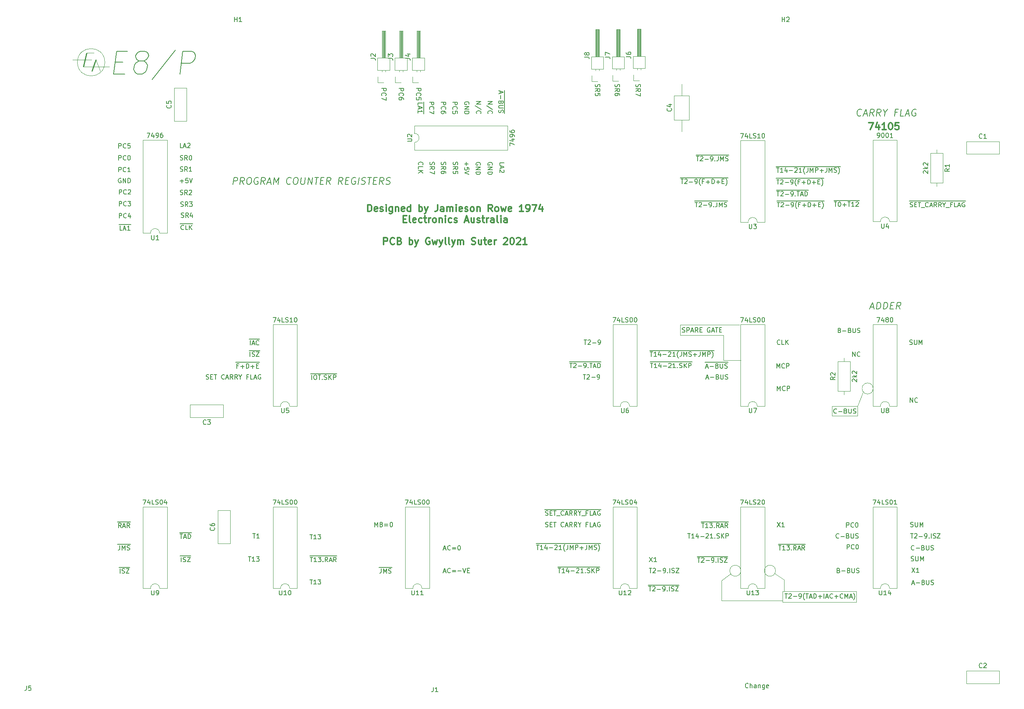
<source format=gbr>
%TF.GenerationSoftware,KiCad,Pcbnew,(6.0.4-0)*%
%TF.CreationDate,2022-10-26T21:30:12+11:00*%
%TF.ProjectId,program counter and adder logic,70726f67-7261-46d2-9063-6f756e746572,rev?*%
%TF.SameCoordinates,Original*%
%TF.FileFunction,Legend,Top*%
%TF.FilePolarity,Positive*%
%FSLAX46Y46*%
G04 Gerber Fmt 4.6, Leading zero omitted, Abs format (unit mm)*
G04 Created by KiCad (PCBNEW (6.0.4-0)) date 2022-10-26 21:30:12*
%MOMM*%
%LPD*%
G01*
G04 APERTURE LIST*
%ADD10C,0.120000*%
%ADD11C,0.150000*%
%ADD12C,0.300000*%
%ADD13C,0.240000*%
G04 APERTURE END LIST*
D10*
X181900000Y-85200000D02*
X181900000Y-87500000D01*
X195208305Y-139200000D02*
G75*
G03*
X195208305Y-139200000I-1208305J0D01*
G01*
X202700000Y-139800000D02*
X204700000Y-141200000D01*
X181900000Y-87500000D02*
X191400000Y-87500000D01*
X202816553Y-139200000D02*
G75*
G03*
X202816553Y-139200000I-1216553J0D01*
G01*
X220500000Y-143700000D02*
X204400000Y-143700000D01*
X215200000Y-105200000D02*
X220800000Y-105200000D01*
X204400000Y-146100000D02*
X220500000Y-146100000D01*
X191400000Y-93000000D02*
X195200000Y-93000000D01*
X181900000Y-85200000D02*
X194900000Y-85200000D01*
X220500000Y-146100000D02*
X220500000Y-143700000D01*
X224204159Y-99200000D02*
G75*
G03*
X224204159Y-99200000I-1204159J0D01*
G01*
X204400000Y-143700000D02*
X204400000Y-146100000D01*
X220800000Y-105200000D02*
X220800000Y-103100000D01*
X191000000Y-141400000D02*
X193000000Y-139800000D01*
X204400000Y-145800000D02*
X191000000Y-145800000D01*
X191400000Y-87500000D02*
X191400000Y-93000000D01*
X220800000Y-103100000D02*
X215200000Y-103100000D01*
X215200000Y-103100000D02*
X215200000Y-105200000D01*
X204700000Y-141200000D02*
X204700000Y-143700000D01*
X191000000Y-145800000D02*
X191000000Y-141400000D01*
X222100000Y-99900000D02*
X220800000Y-103100000D01*
D11*
X135600000Y-36838095D02*
X135647619Y-36742857D01*
X135647619Y-36600000D01*
X135600000Y-36457142D01*
X135504761Y-36361904D01*
X135409523Y-36314285D01*
X135219047Y-36266666D01*
X135076190Y-36266666D01*
X134885714Y-36314285D01*
X134790476Y-36361904D01*
X134695238Y-36457142D01*
X134647619Y-36600000D01*
X134647619Y-36695238D01*
X134695238Y-36838095D01*
X134742857Y-36885714D01*
X135076190Y-36885714D01*
X135076190Y-36695238D01*
X134647619Y-37314285D02*
X135647619Y-37314285D01*
X134647619Y-37885714D01*
X135647619Y-37885714D01*
X134647619Y-38361904D02*
X135647619Y-38361904D01*
X135647619Y-38600000D01*
X135600000Y-38742857D01*
X135504761Y-38838095D01*
X135409523Y-38885714D01*
X135219047Y-38933333D01*
X135076190Y-38933333D01*
X134885714Y-38885714D01*
X134790476Y-38838095D01*
X134695238Y-38742857D01*
X134647619Y-38600000D01*
X134647619Y-38361904D01*
X132195238Y-49538095D02*
X132147619Y-49680952D01*
X132147619Y-49919047D01*
X132195238Y-50014285D01*
X132242857Y-50061904D01*
X132338095Y-50109523D01*
X132433333Y-50109523D01*
X132528571Y-50061904D01*
X132576190Y-50014285D01*
X132623809Y-49919047D01*
X132671428Y-49728571D01*
X132719047Y-49633333D01*
X132766666Y-49585714D01*
X132861904Y-49538095D01*
X132957142Y-49538095D01*
X133052380Y-49585714D01*
X133100000Y-49633333D01*
X133147619Y-49728571D01*
X133147619Y-49966666D01*
X133100000Y-50109523D01*
X132147619Y-51109523D02*
X132623809Y-50776190D01*
X132147619Y-50538095D02*
X133147619Y-50538095D01*
X133147619Y-50919047D01*
X133100000Y-51014285D01*
X133052380Y-51061904D01*
X132957142Y-51109523D01*
X132814285Y-51109523D01*
X132719047Y-51061904D01*
X132671428Y-51014285D01*
X132623809Y-50919047D01*
X132623809Y-50538095D01*
X133147619Y-52014285D02*
X133147619Y-51538095D01*
X132671428Y-51490476D01*
X132719047Y-51538095D01*
X132766666Y-51633333D01*
X132766666Y-51871428D01*
X132719047Y-51966666D01*
X132671428Y-52014285D01*
X132576190Y-52061904D01*
X132338095Y-52061904D01*
X132242857Y-52014285D01*
X132195238Y-51966666D01*
X132147619Y-51871428D01*
X132147619Y-51633333D01*
X132195238Y-51538095D01*
X132242857Y-51490476D01*
X185080952Y-58070000D02*
X185842857Y-58070000D01*
X185176190Y-58352380D02*
X185747619Y-58352380D01*
X185461904Y-59352380D02*
X185461904Y-58352380D01*
X185842857Y-58070000D02*
X186795238Y-58070000D01*
X186033333Y-58447619D02*
X186080952Y-58400000D01*
X186176190Y-58352380D01*
X186414285Y-58352380D01*
X186509523Y-58400000D01*
X186557142Y-58447619D01*
X186604761Y-58542857D01*
X186604761Y-58638095D01*
X186557142Y-58780952D01*
X185985714Y-59352380D01*
X186604761Y-59352380D01*
X186795238Y-58070000D02*
X188033333Y-58070000D01*
X187033333Y-58971428D02*
X187795238Y-58971428D01*
X188033333Y-58070000D02*
X188985714Y-58070000D01*
X188319047Y-59352380D02*
X188509523Y-59352380D01*
X188604761Y-59304761D01*
X188652380Y-59257142D01*
X188747619Y-59114285D01*
X188795238Y-58923809D01*
X188795238Y-58542857D01*
X188747619Y-58447619D01*
X188700000Y-58400000D01*
X188604761Y-58352380D01*
X188414285Y-58352380D01*
X188319047Y-58400000D01*
X188271428Y-58447619D01*
X188223809Y-58542857D01*
X188223809Y-58780952D01*
X188271428Y-58876190D01*
X188319047Y-58923809D01*
X188414285Y-58971428D01*
X188604761Y-58971428D01*
X188700000Y-58923809D01*
X188747619Y-58876190D01*
X188795238Y-58780952D01*
X188985714Y-58070000D02*
X189461904Y-58070000D01*
X189223809Y-59257142D02*
X189271428Y-59304761D01*
X189223809Y-59352380D01*
X189176190Y-59304761D01*
X189223809Y-59257142D01*
X189223809Y-59352380D01*
X189461904Y-58070000D02*
X190223809Y-58070000D01*
X189985714Y-58352380D02*
X189985714Y-59066666D01*
X189938095Y-59209523D01*
X189842857Y-59304761D01*
X189700000Y-59352380D01*
X189604761Y-59352380D01*
X190223809Y-58070000D02*
X191366666Y-58070000D01*
X190461904Y-59352380D02*
X190461904Y-58352380D01*
X190795238Y-59066666D01*
X191128571Y-58352380D01*
X191128571Y-59352380D01*
X191366666Y-58070000D02*
X192319047Y-58070000D01*
X191557142Y-59304761D02*
X191700000Y-59352380D01*
X191938095Y-59352380D01*
X192033333Y-59304761D01*
X192080952Y-59257142D01*
X192128571Y-59161904D01*
X192128571Y-59066666D01*
X192080952Y-58971428D01*
X192033333Y-58923809D01*
X191938095Y-58876190D01*
X191747619Y-58828571D01*
X191652380Y-58780952D01*
X191604761Y-58733333D01*
X191557142Y-58638095D01*
X191557142Y-58542857D01*
X191604761Y-58447619D01*
X191652380Y-58400000D01*
X191747619Y-58352380D01*
X191985714Y-58352380D01*
X192128571Y-58400000D01*
X100761904Y-131252380D02*
X101333333Y-131252380D01*
X101047619Y-132252380D02*
X101047619Y-131252380D01*
X102190476Y-132252380D02*
X101619047Y-132252380D01*
X101904761Y-132252380D02*
X101904761Y-131252380D01*
X101809523Y-131395238D01*
X101714285Y-131490476D01*
X101619047Y-131538095D01*
X102523809Y-131252380D02*
X103142857Y-131252380D01*
X102809523Y-131633333D01*
X102952380Y-131633333D01*
X103047619Y-131680952D01*
X103095238Y-131728571D01*
X103142857Y-131823809D01*
X103142857Y-132061904D01*
X103095238Y-132157142D01*
X103047619Y-132204761D01*
X102952380Y-132252380D01*
X102666666Y-132252380D01*
X102571428Y-132204761D01*
X102523809Y-132157142D01*
X114971428Y-129552380D02*
X114971428Y-128552380D01*
X115304761Y-129266666D01*
X115638095Y-128552380D01*
X115638095Y-129552380D01*
X116447619Y-129028571D02*
X116590476Y-129076190D01*
X116638095Y-129123809D01*
X116685714Y-129219047D01*
X116685714Y-129361904D01*
X116638095Y-129457142D01*
X116590476Y-129504761D01*
X116495238Y-129552380D01*
X116114285Y-129552380D01*
X116114285Y-128552380D01*
X116447619Y-128552380D01*
X116542857Y-128600000D01*
X116590476Y-128647619D01*
X116638095Y-128742857D01*
X116638095Y-128838095D01*
X116590476Y-128933333D01*
X116542857Y-128980952D01*
X116447619Y-129028571D01*
X116114285Y-129028571D01*
X117114285Y-129028571D02*
X117876190Y-129028571D01*
X117876190Y-129314285D02*
X117114285Y-129314285D01*
X118542857Y-128552380D02*
X118638095Y-128552380D01*
X118733333Y-128600000D01*
X118780952Y-128647619D01*
X118828571Y-128742857D01*
X118876190Y-128933333D01*
X118876190Y-129171428D01*
X118828571Y-129361904D01*
X118780952Y-129457142D01*
X118733333Y-129504761D01*
X118638095Y-129552380D01*
X118542857Y-129552380D01*
X118447619Y-129504761D01*
X118400000Y-129457142D01*
X118352380Y-129361904D01*
X118304761Y-129171428D01*
X118304761Y-128933333D01*
X118352380Y-128742857D01*
X118400000Y-128647619D01*
X118447619Y-128600000D01*
X118542857Y-128552380D01*
X72438095Y-59204761D02*
X72580952Y-59252380D01*
X72819047Y-59252380D01*
X72914285Y-59204761D01*
X72961904Y-59157142D01*
X73009523Y-59061904D01*
X73009523Y-58966666D01*
X72961904Y-58871428D01*
X72914285Y-58823809D01*
X72819047Y-58776190D01*
X72628571Y-58728571D01*
X72533333Y-58680952D01*
X72485714Y-58633333D01*
X72438095Y-58538095D01*
X72438095Y-58442857D01*
X72485714Y-58347619D01*
X72533333Y-58300000D01*
X72628571Y-58252380D01*
X72866666Y-58252380D01*
X73009523Y-58300000D01*
X74009523Y-59252380D02*
X73676190Y-58776190D01*
X73438095Y-59252380D02*
X73438095Y-58252380D01*
X73819047Y-58252380D01*
X73914285Y-58300000D01*
X73961904Y-58347619D01*
X74009523Y-58442857D01*
X74009523Y-58585714D01*
X73961904Y-58680952D01*
X73914285Y-58728571D01*
X73819047Y-58776190D01*
X73438095Y-58776190D01*
X74342857Y-58252380D02*
X74961904Y-58252380D01*
X74628571Y-58633333D01*
X74771428Y-58633333D01*
X74866666Y-58680952D01*
X74914285Y-58728571D01*
X74961904Y-58823809D01*
X74961904Y-59061904D01*
X74914285Y-59157142D01*
X74866666Y-59204761D01*
X74771428Y-59252380D01*
X74485714Y-59252380D01*
X74390476Y-59204761D01*
X74342857Y-59157142D01*
X72538095Y-61604761D02*
X72680952Y-61652380D01*
X72919047Y-61652380D01*
X73014285Y-61604761D01*
X73061904Y-61557142D01*
X73109523Y-61461904D01*
X73109523Y-61366666D01*
X73061904Y-61271428D01*
X73014285Y-61223809D01*
X72919047Y-61176190D01*
X72728571Y-61128571D01*
X72633333Y-61080952D01*
X72585714Y-61033333D01*
X72538095Y-60938095D01*
X72538095Y-60842857D01*
X72585714Y-60747619D01*
X72633333Y-60700000D01*
X72728571Y-60652380D01*
X72966666Y-60652380D01*
X73109523Y-60700000D01*
X74109523Y-61652380D02*
X73776190Y-61176190D01*
X73538095Y-61652380D02*
X73538095Y-60652380D01*
X73919047Y-60652380D01*
X74014285Y-60700000D01*
X74061904Y-60747619D01*
X74109523Y-60842857D01*
X74109523Y-60985714D01*
X74061904Y-61080952D01*
X74014285Y-61128571D01*
X73919047Y-61176190D01*
X73538095Y-61176190D01*
X74966666Y-60985714D02*
X74966666Y-61652380D01*
X74728571Y-60604761D02*
X74490476Y-61319047D01*
X75109523Y-61319047D01*
X58861904Y-51652380D02*
X58861904Y-50652380D01*
X59242857Y-50652380D01*
X59338095Y-50700000D01*
X59385714Y-50747619D01*
X59433333Y-50842857D01*
X59433333Y-50985714D01*
X59385714Y-51080952D01*
X59338095Y-51128571D01*
X59242857Y-51176190D01*
X58861904Y-51176190D01*
X60433333Y-51557142D02*
X60385714Y-51604761D01*
X60242857Y-51652380D01*
X60147619Y-51652380D01*
X60004761Y-51604761D01*
X59909523Y-51509523D01*
X59861904Y-51414285D01*
X59814285Y-51223809D01*
X59814285Y-51080952D01*
X59861904Y-50890476D01*
X59909523Y-50795238D01*
X60004761Y-50700000D01*
X60147619Y-50652380D01*
X60242857Y-50652380D01*
X60385714Y-50700000D01*
X60433333Y-50747619D01*
X61385714Y-51652380D02*
X60814285Y-51652380D01*
X61100000Y-51652380D02*
X61100000Y-50652380D01*
X61004761Y-50795238D01*
X60909523Y-50890476D01*
X60814285Y-50938095D01*
X72338095Y-49004761D02*
X72480952Y-49052380D01*
X72719047Y-49052380D01*
X72814285Y-49004761D01*
X72861904Y-48957142D01*
X72909523Y-48861904D01*
X72909523Y-48766666D01*
X72861904Y-48671428D01*
X72814285Y-48623809D01*
X72719047Y-48576190D01*
X72528571Y-48528571D01*
X72433333Y-48480952D01*
X72385714Y-48433333D01*
X72338095Y-48338095D01*
X72338095Y-48242857D01*
X72385714Y-48147619D01*
X72433333Y-48100000D01*
X72528571Y-48052380D01*
X72766666Y-48052380D01*
X72909523Y-48100000D01*
X73909523Y-49052380D02*
X73576190Y-48576190D01*
X73338095Y-49052380D02*
X73338095Y-48052380D01*
X73719047Y-48052380D01*
X73814285Y-48100000D01*
X73861904Y-48147619D01*
X73909523Y-48242857D01*
X73909523Y-48385714D01*
X73861904Y-48480952D01*
X73814285Y-48528571D01*
X73719047Y-48576190D01*
X73338095Y-48576190D01*
X74528571Y-48052380D02*
X74623809Y-48052380D01*
X74719047Y-48100000D01*
X74766666Y-48147619D01*
X74814285Y-48242857D01*
X74861904Y-48433333D01*
X74861904Y-48671428D01*
X74814285Y-48861904D01*
X74766666Y-48957142D01*
X74719047Y-49004761D01*
X74623809Y-49052380D01*
X74528571Y-49052380D01*
X74433333Y-49004761D01*
X74385714Y-48957142D01*
X74338095Y-48861904D01*
X74290476Y-48671428D01*
X74290476Y-48433333D01*
X74338095Y-48242857D01*
X74385714Y-48147619D01*
X74433333Y-48100000D01*
X74528571Y-48052380D01*
X216652380Y-139128571D02*
X216795238Y-139176190D01*
X216842857Y-139223809D01*
X216890476Y-139319047D01*
X216890476Y-139461904D01*
X216842857Y-139557142D01*
X216795238Y-139604761D01*
X216700000Y-139652380D01*
X216319047Y-139652380D01*
X216319047Y-138652380D01*
X216652380Y-138652380D01*
X216747619Y-138700000D01*
X216795238Y-138747619D01*
X216842857Y-138842857D01*
X216842857Y-138938095D01*
X216795238Y-139033333D01*
X216747619Y-139080952D01*
X216652380Y-139128571D01*
X216319047Y-139128571D01*
X217319047Y-139271428D02*
X218080952Y-139271428D01*
X218890476Y-139128571D02*
X219033333Y-139176190D01*
X219080952Y-139223809D01*
X219128571Y-139319047D01*
X219128571Y-139461904D01*
X219080952Y-139557142D01*
X219033333Y-139604761D01*
X218938095Y-139652380D01*
X218557142Y-139652380D01*
X218557142Y-138652380D01*
X218890476Y-138652380D01*
X218985714Y-138700000D01*
X219033333Y-138747619D01*
X219080952Y-138842857D01*
X219080952Y-138938095D01*
X219033333Y-139033333D01*
X218985714Y-139080952D01*
X218890476Y-139128571D01*
X218557142Y-139128571D01*
X219557142Y-138652380D02*
X219557142Y-139461904D01*
X219604761Y-139557142D01*
X219652380Y-139604761D01*
X219747619Y-139652380D01*
X219938095Y-139652380D01*
X220033333Y-139604761D01*
X220080952Y-139557142D01*
X220128571Y-139461904D01*
X220128571Y-138652380D01*
X220557142Y-139604761D02*
X220700000Y-139652380D01*
X220938095Y-139652380D01*
X221033333Y-139604761D01*
X221080952Y-139557142D01*
X221128571Y-139461904D01*
X221128571Y-139366666D01*
X221080952Y-139271428D01*
X221033333Y-139223809D01*
X220938095Y-139176190D01*
X220747619Y-139128571D01*
X220652380Y-139080952D01*
X220604761Y-139033333D01*
X220557142Y-138938095D01*
X220557142Y-138842857D01*
X220604761Y-138747619D01*
X220652380Y-138700000D01*
X220747619Y-138652380D01*
X220985714Y-138652380D01*
X221128571Y-138700000D01*
X58961904Y-61752380D02*
X58961904Y-60752380D01*
X59342857Y-60752380D01*
X59438095Y-60800000D01*
X59485714Y-60847619D01*
X59533333Y-60942857D01*
X59533333Y-61085714D01*
X59485714Y-61180952D01*
X59438095Y-61228571D01*
X59342857Y-61276190D01*
X58961904Y-61276190D01*
X60533333Y-61657142D02*
X60485714Y-61704761D01*
X60342857Y-61752380D01*
X60247619Y-61752380D01*
X60104761Y-61704761D01*
X60009523Y-61609523D01*
X59961904Y-61514285D01*
X59914285Y-61323809D01*
X59914285Y-61180952D01*
X59961904Y-60990476D01*
X60009523Y-60895238D01*
X60104761Y-60800000D01*
X60247619Y-60752380D01*
X60342857Y-60752380D01*
X60485714Y-60800000D01*
X60533333Y-60847619D01*
X61390476Y-61085714D02*
X61390476Y-61752380D01*
X61152380Y-60704761D02*
X60914285Y-61419047D01*
X61533333Y-61419047D01*
X232219047Y-89504761D02*
X232361904Y-89552380D01*
X232600000Y-89552380D01*
X232695238Y-89504761D01*
X232742857Y-89457142D01*
X232790476Y-89361904D01*
X232790476Y-89266666D01*
X232742857Y-89171428D01*
X232695238Y-89123809D01*
X232600000Y-89076190D01*
X232409523Y-89028571D01*
X232314285Y-88980952D01*
X232266666Y-88933333D01*
X232219047Y-88838095D01*
X232219047Y-88742857D01*
X232266666Y-88647619D01*
X232314285Y-88600000D01*
X232409523Y-88552380D01*
X232647619Y-88552380D01*
X232790476Y-88600000D01*
X233219047Y-88552380D02*
X233219047Y-89361904D01*
X233266666Y-89457142D01*
X233314285Y-89504761D01*
X233409523Y-89552380D01*
X233600000Y-89552380D01*
X233695238Y-89504761D01*
X233742857Y-89457142D01*
X233790476Y-89361904D01*
X233790476Y-88552380D01*
X234266666Y-89552380D02*
X234266666Y-88552380D01*
X234600000Y-89266666D01*
X234933333Y-88552380D01*
X234933333Y-89552380D01*
X139747619Y-36190476D02*
X140747619Y-36190476D01*
X139747619Y-36761904D01*
X140747619Y-36761904D01*
X140795238Y-37952380D02*
X139509523Y-37095238D01*
X139842857Y-38857142D02*
X139795238Y-38809523D01*
X139747619Y-38666666D01*
X139747619Y-38571428D01*
X139795238Y-38428571D01*
X139890476Y-38333333D01*
X139985714Y-38285714D01*
X140176190Y-38238095D01*
X140319047Y-38238095D01*
X140509523Y-38285714D01*
X140604761Y-38333333D01*
X140700000Y-38428571D01*
X140747619Y-38571428D01*
X140747619Y-38666666D01*
X140700000Y-38809523D01*
X140652380Y-38857142D01*
X137247619Y-36190476D02*
X138247619Y-36190476D01*
X137247619Y-36761904D01*
X138247619Y-36761904D01*
X138295238Y-37952380D02*
X137009523Y-37095238D01*
X137342857Y-38857142D02*
X137295238Y-38809523D01*
X137247619Y-38666666D01*
X137247619Y-38571428D01*
X137295238Y-38428571D01*
X137390476Y-38333333D01*
X137485714Y-38285714D01*
X137676190Y-38238095D01*
X137819047Y-38238095D01*
X138009523Y-38285714D01*
X138104761Y-38333333D01*
X138200000Y-38428571D01*
X138247619Y-38571428D01*
X138247619Y-38666666D01*
X138200000Y-38809523D01*
X138152380Y-38857142D01*
X219714285Y-92152380D02*
X219714285Y-91152380D01*
X220285714Y-92152380D01*
X220285714Y-91152380D01*
X221333333Y-92057142D02*
X221285714Y-92104761D01*
X221142857Y-92152380D01*
X221047619Y-92152380D01*
X220904761Y-92104761D01*
X220809523Y-92009523D01*
X220761904Y-91914285D01*
X220714285Y-91723809D01*
X220714285Y-91580952D01*
X220761904Y-91390476D01*
X220809523Y-91295238D01*
X220904761Y-91200000D01*
X221047619Y-91152380D01*
X221142857Y-91152380D01*
X221285714Y-91200000D01*
X221333333Y-91247619D01*
X142347619Y-50104761D02*
X142347619Y-49628571D01*
X143347619Y-49628571D01*
X142633333Y-50390476D02*
X142633333Y-50866666D01*
X142347619Y-50295238D02*
X143347619Y-50628571D01*
X142347619Y-50961904D01*
X143252380Y-51247619D02*
X143300000Y-51295238D01*
X143347619Y-51390476D01*
X143347619Y-51628571D01*
X143300000Y-51723809D01*
X143252380Y-51771428D01*
X143157142Y-51819047D01*
X143061904Y-51819047D01*
X142919047Y-51771428D01*
X142347619Y-51200000D01*
X142347619Y-51819047D01*
X203211666Y-99680380D02*
X203211666Y-98680380D01*
X203545000Y-99394666D01*
X203878333Y-98680380D01*
X203878333Y-99680380D01*
X204925952Y-99585142D02*
X204878333Y-99632761D01*
X204735476Y-99680380D01*
X204640238Y-99680380D01*
X204497380Y-99632761D01*
X204402142Y-99537523D01*
X204354523Y-99442285D01*
X204306904Y-99251809D01*
X204306904Y-99108952D01*
X204354523Y-98918476D01*
X204402142Y-98823238D01*
X204497380Y-98728000D01*
X204640238Y-98680380D01*
X204735476Y-98680380D01*
X204878333Y-98728000D01*
X204925952Y-98775619D01*
X205354523Y-99680380D02*
X205354523Y-98680380D01*
X205735476Y-98680380D01*
X205830714Y-98728000D01*
X205878333Y-98775619D01*
X205925952Y-98870857D01*
X205925952Y-99013714D01*
X205878333Y-99108952D01*
X205830714Y-99156571D01*
X205735476Y-99204190D01*
X205354523Y-99204190D01*
X87261904Y-136152380D02*
X87833333Y-136152380D01*
X87547619Y-137152380D02*
X87547619Y-136152380D01*
X88690476Y-137152380D02*
X88119047Y-137152380D01*
X88404761Y-137152380D02*
X88404761Y-136152380D01*
X88309523Y-136295238D01*
X88214285Y-136390476D01*
X88119047Y-136438095D01*
X89023809Y-136152380D02*
X89642857Y-136152380D01*
X89309523Y-136533333D01*
X89452380Y-136533333D01*
X89547619Y-136580952D01*
X89595238Y-136628571D01*
X89642857Y-136723809D01*
X89642857Y-136961904D01*
X89595238Y-137057142D01*
X89547619Y-137104761D01*
X89452380Y-137152380D01*
X89166666Y-137152380D01*
X89071428Y-137104761D01*
X89023809Y-137057142D01*
X58082589Y-27542857D02*
X59749255Y-27542857D01*
X60136160Y-30161904D02*
X57755208Y-30161904D01*
X58380208Y-25161904D01*
X60761160Y-25161904D01*
X63350446Y-27304761D02*
X62904017Y-27066666D01*
X62695684Y-26828571D01*
X62517113Y-26352380D01*
X62546875Y-26114285D01*
X62844494Y-25638095D01*
X63112351Y-25400000D01*
X63618303Y-25161904D01*
X64570684Y-25161904D01*
X65017113Y-25400000D01*
X65225446Y-25638095D01*
X65404017Y-26114285D01*
X65374255Y-26352380D01*
X65076636Y-26828571D01*
X64808779Y-27066666D01*
X64302827Y-27304761D01*
X63350446Y-27304761D01*
X62844494Y-27542857D01*
X62576636Y-27780952D01*
X62279017Y-28257142D01*
X62159970Y-29209523D01*
X62338541Y-29685714D01*
X62546875Y-29923809D01*
X62993303Y-30161904D01*
X63945684Y-30161904D01*
X64451636Y-29923809D01*
X64719494Y-29685714D01*
X65017113Y-29209523D01*
X65136160Y-28257142D01*
X64957589Y-27780952D01*
X64749255Y-27542857D01*
X64302827Y-27304761D01*
X71267113Y-24923809D02*
X66177827Y-31352380D01*
X72279017Y-30161904D02*
X72904017Y-25161904D01*
X74808779Y-25161904D01*
X75255208Y-25400000D01*
X75463541Y-25638095D01*
X75642113Y-26114285D01*
X75552827Y-26828571D01*
X75255208Y-27304761D01*
X74987351Y-27542857D01*
X74481398Y-27780952D01*
X72576636Y-27780952D01*
X216690476Y-131957142D02*
X216642857Y-132004761D01*
X216500000Y-132052380D01*
X216404761Y-132052380D01*
X216261904Y-132004761D01*
X216166666Y-131909523D01*
X216119047Y-131814285D01*
X216071428Y-131623809D01*
X216071428Y-131480952D01*
X216119047Y-131290476D01*
X216166666Y-131195238D01*
X216261904Y-131100000D01*
X216404761Y-131052380D01*
X216500000Y-131052380D01*
X216642857Y-131100000D01*
X216690476Y-131147619D01*
X217119047Y-131671428D02*
X217880952Y-131671428D01*
X218690476Y-131528571D02*
X218833333Y-131576190D01*
X218880952Y-131623809D01*
X218928571Y-131719047D01*
X218928571Y-131861904D01*
X218880952Y-131957142D01*
X218833333Y-132004761D01*
X218738095Y-132052380D01*
X218357142Y-132052380D01*
X218357142Y-131052380D01*
X218690476Y-131052380D01*
X218785714Y-131100000D01*
X218833333Y-131147619D01*
X218880952Y-131242857D01*
X218880952Y-131338095D01*
X218833333Y-131433333D01*
X218785714Y-131480952D01*
X218690476Y-131528571D01*
X218357142Y-131528571D01*
X219357142Y-131052380D02*
X219357142Y-131861904D01*
X219404761Y-131957142D01*
X219452380Y-132004761D01*
X219547619Y-132052380D01*
X219738095Y-132052380D01*
X219833333Y-132004761D01*
X219880952Y-131957142D01*
X219928571Y-131861904D01*
X219928571Y-131052380D01*
X220357142Y-132004761D02*
X220500000Y-132052380D01*
X220738095Y-132052380D01*
X220833333Y-132004761D01*
X220880952Y-131957142D01*
X220928571Y-131861904D01*
X220928571Y-131766666D01*
X220880952Y-131671428D01*
X220833333Y-131623809D01*
X220738095Y-131576190D01*
X220547619Y-131528571D01*
X220452380Y-131480952D01*
X220404761Y-131433333D01*
X220357142Y-131338095D01*
X220357142Y-131242857D01*
X220404761Y-131147619D01*
X220452380Y-131100000D01*
X220547619Y-131052380D01*
X220785714Y-131052380D01*
X220928571Y-131100000D01*
X172263238Y-32438095D02*
X172215619Y-32580952D01*
X172215619Y-32819047D01*
X172263238Y-32914285D01*
X172310857Y-32961904D01*
X172406095Y-33009523D01*
X172501333Y-33009523D01*
X172596571Y-32961904D01*
X172644190Y-32914285D01*
X172691809Y-32819047D01*
X172739428Y-32628571D01*
X172787047Y-32533333D01*
X172834666Y-32485714D01*
X172929904Y-32438095D01*
X173025142Y-32438095D01*
X173120380Y-32485714D01*
X173168000Y-32533333D01*
X173215619Y-32628571D01*
X173215619Y-32866666D01*
X173168000Y-33009523D01*
X172215619Y-34009523D02*
X172691809Y-33676190D01*
X172215619Y-33438095D02*
X173215619Y-33438095D01*
X173215619Y-33819047D01*
X173168000Y-33914285D01*
X173120380Y-33961904D01*
X173025142Y-34009523D01*
X172882285Y-34009523D01*
X172787047Y-33961904D01*
X172739428Y-33914285D01*
X172691809Y-33819047D01*
X172691809Y-33438095D01*
X173215619Y-34342857D02*
X173215619Y-35009523D01*
X172215619Y-34580952D01*
X115871428Y-138470000D02*
X116633333Y-138470000D01*
X116395238Y-138752380D02*
X116395238Y-139466666D01*
X116347619Y-139609523D01*
X116252380Y-139704761D01*
X116109523Y-139752380D01*
X116014285Y-139752380D01*
X116633333Y-138470000D02*
X117776190Y-138470000D01*
X116871428Y-139752380D02*
X116871428Y-138752380D01*
X117204761Y-139466666D01*
X117538095Y-138752380D01*
X117538095Y-139752380D01*
X117776190Y-138470000D02*
X118728571Y-138470000D01*
X117966666Y-139704761D02*
X118109523Y-139752380D01*
X118347619Y-139752380D01*
X118442857Y-139704761D01*
X118490476Y-139657142D01*
X118538095Y-139561904D01*
X118538095Y-139466666D01*
X118490476Y-139371428D01*
X118442857Y-139323809D01*
X118347619Y-139276190D01*
X118157142Y-139228571D01*
X118061904Y-139180952D01*
X118014285Y-139133333D01*
X117966666Y-139038095D01*
X117966666Y-138942857D01*
X118014285Y-138847619D01*
X118061904Y-138800000D01*
X118157142Y-138752380D01*
X118395238Y-138752380D01*
X118538095Y-138800000D01*
X132047619Y-36361904D02*
X133047619Y-36361904D01*
X133047619Y-36742857D01*
X133000000Y-36838095D01*
X132952380Y-36885714D01*
X132857142Y-36933333D01*
X132714285Y-36933333D01*
X132619047Y-36885714D01*
X132571428Y-36838095D01*
X132523809Y-36742857D01*
X132523809Y-36361904D01*
X132142857Y-37933333D02*
X132095238Y-37885714D01*
X132047619Y-37742857D01*
X132047619Y-37647619D01*
X132095238Y-37504761D01*
X132190476Y-37409523D01*
X132285714Y-37361904D01*
X132476190Y-37314285D01*
X132619047Y-37314285D01*
X132809523Y-37361904D01*
X132904761Y-37409523D01*
X133000000Y-37504761D01*
X133047619Y-37647619D01*
X133047619Y-37742857D01*
X133000000Y-37885714D01*
X132952380Y-37933333D01*
X133047619Y-38838095D02*
X133047619Y-38361904D01*
X132571428Y-38314285D01*
X132619047Y-38361904D01*
X132666666Y-38457142D01*
X132666666Y-38695238D01*
X132619047Y-38790476D01*
X132571428Y-38838095D01*
X132476190Y-38885714D01*
X132238095Y-38885714D01*
X132142857Y-38838095D01*
X132095238Y-38790476D01*
X132047619Y-38695238D01*
X132047619Y-38457142D01*
X132095238Y-38361904D01*
X132142857Y-38314285D01*
X203061904Y-58070000D02*
X203823809Y-58070000D01*
X203157142Y-58352380D02*
X203728571Y-58352380D01*
X203442857Y-59352380D02*
X203442857Y-58352380D01*
X203823809Y-58070000D02*
X204776190Y-58070000D01*
X204014285Y-58447619D02*
X204061904Y-58400000D01*
X204157142Y-58352380D01*
X204395238Y-58352380D01*
X204490476Y-58400000D01*
X204538095Y-58447619D01*
X204585714Y-58542857D01*
X204585714Y-58638095D01*
X204538095Y-58780952D01*
X203966666Y-59352380D01*
X204585714Y-59352380D01*
X204776190Y-58070000D02*
X206014285Y-58070000D01*
X205014285Y-58971428D02*
X205776190Y-58971428D01*
X206014285Y-58070000D02*
X206966666Y-58070000D01*
X206300000Y-59352380D02*
X206490476Y-59352380D01*
X206585714Y-59304761D01*
X206633333Y-59257142D01*
X206728571Y-59114285D01*
X206776190Y-58923809D01*
X206776190Y-58542857D01*
X206728571Y-58447619D01*
X206680952Y-58400000D01*
X206585714Y-58352380D01*
X206395238Y-58352380D01*
X206300000Y-58400000D01*
X206252380Y-58447619D01*
X206204761Y-58542857D01*
X206204761Y-58780952D01*
X206252380Y-58876190D01*
X206300000Y-58923809D01*
X206395238Y-58971428D01*
X206585714Y-58971428D01*
X206680952Y-58923809D01*
X206728571Y-58876190D01*
X206776190Y-58780952D01*
X206966666Y-58070000D02*
X207633333Y-58070000D01*
X207490476Y-59733333D02*
X207442857Y-59685714D01*
X207347619Y-59542857D01*
X207300000Y-59447619D01*
X207252380Y-59304761D01*
X207204761Y-59066666D01*
X207204761Y-58876190D01*
X207252380Y-58638095D01*
X207300000Y-58495238D01*
X207347619Y-58400000D01*
X207442857Y-58257142D01*
X207490476Y-58209523D01*
X207633333Y-58070000D02*
X208490476Y-58070000D01*
X208204761Y-58828571D02*
X207871428Y-58828571D01*
X207871428Y-59352380D02*
X207871428Y-58352380D01*
X208347619Y-58352380D01*
X208490476Y-58070000D02*
X209728571Y-58070000D01*
X208728571Y-58971428D02*
X209490476Y-58971428D01*
X209109523Y-59352380D02*
X209109523Y-58590476D01*
X209728571Y-58070000D02*
X210728571Y-58070000D01*
X209966666Y-59352380D02*
X209966666Y-58352380D01*
X210204761Y-58352380D01*
X210347619Y-58400000D01*
X210442857Y-58495238D01*
X210490476Y-58590476D01*
X210538095Y-58780952D01*
X210538095Y-58923809D01*
X210490476Y-59114285D01*
X210442857Y-59209523D01*
X210347619Y-59304761D01*
X210204761Y-59352380D01*
X209966666Y-59352380D01*
X210728571Y-58070000D02*
X211966666Y-58070000D01*
X210966666Y-58971428D02*
X211728571Y-58971428D01*
X211347619Y-59352380D02*
X211347619Y-58590476D01*
X211966666Y-58070000D02*
X212871428Y-58070000D01*
X212204761Y-58828571D02*
X212538095Y-58828571D01*
X212680952Y-59352380D02*
X212204761Y-59352380D01*
X212204761Y-58352380D01*
X212680952Y-58352380D01*
X212871428Y-58070000D02*
X213538095Y-58070000D01*
X213014285Y-59733333D02*
X213061904Y-59685714D01*
X213157142Y-59542857D01*
X213204761Y-59447619D01*
X213252380Y-59304761D01*
X213300000Y-59066666D01*
X213300000Y-58876190D01*
X213252380Y-58638095D01*
X213204761Y-58495238D01*
X213157142Y-58400000D01*
X213061904Y-58257142D01*
X213014285Y-58209523D01*
X232419047Y-129504761D02*
X232561904Y-129552380D01*
X232800000Y-129552380D01*
X232895238Y-129504761D01*
X232942857Y-129457142D01*
X232990476Y-129361904D01*
X232990476Y-129266666D01*
X232942857Y-129171428D01*
X232895238Y-129123809D01*
X232800000Y-129076190D01*
X232609523Y-129028571D01*
X232514285Y-128980952D01*
X232466666Y-128933333D01*
X232419047Y-128838095D01*
X232419047Y-128742857D01*
X232466666Y-128647619D01*
X232514285Y-128600000D01*
X232609523Y-128552380D01*
X232847619Y-128552380D01*
X232990476Y-128600000D01*
X233419047Y-128552380D02*
X233419047Y-129361904D01*
X233466666Y-129457142D01*
X233514285Y-129504761D01*
X233609523Y-129552380D01*
X233800000Y-129552380D01*
X233895238Y-129504761D01*
X233942857Y-129457142D01*
X233990476Y-129361904D01*
X233990476Y-128552380D01*
X234466666Y-129552380D02*
X234466666Y-128552380D01*
X234800000Y-129266666D01*
X235133333Y-128552380D01*
X235133333Y-129552380D01*
X130042857Y-139366666D02*
X130519047Y-139366666D01*
X129947619Y-139652380D02*
X130280952Y-138652380D01*
X130614285Y-139652380D01*
X131519047Y-139557142D02*
X131471428Y-139604761D01*
X131328571Y-139652380D01*
X131233333Y-139652380D01*
X131090476Y-139604761D01*
X130995238Y-139509523D01*
X130947619Y-139414285D01*
X130900000Y-139223809D01*
X130900000Y-139080952D01*
X130947619Y-138890476D01*
X130995238Y-138795238D01*
X131090476Y-138700000D01*
X131233333Y-138652380D01*
X131328571Y-138652380D01*
X131471428Y-138700000D01*
X131519047Y-138747619D01*
X131947619Y-139128571D02*
X132709523Y-139128571D01*
X132709523Y-139414285D02*
X131947619Y-139414285D01*
X133185714Y-139271428D02*
X133947619Y-139271428D01*
X134280952Y-138652380D02*
X134614285Y-139652380D01*
X134947619Y-138652380D01*
X135280952Y-139128571D02*
X135614285Y-139128571D01*
X135757142Y-139652380D02*
X135280952Y-139652380D01*
X135280952Y-138652380D01*
X135757142Y-138652380D01*
X58861904Y-46452380D02*
X58861904Y-45452380D01*
X59242857Y-45452380D01*
X59338095Y-45500000D01*
X59385714Y-45547619D01*
X59433333Y-45642857D01*
X59433333Y-45785714D01*
X59385714Y-45880952D01*
X59338095Y-45928571D01*
X59242857Y-45976190D01*
X58861904Y-45976190D01*
X60433333Y-46357142D02*
X60385714Y-46404761D01*
X60242857Y-46452380D01*
X60147619Y-46452380D01*
X60004761Y-46404761D01*
X59909523Y-46309523D01*
X59861904Y-46214285D01*
X59814285Y-46023809D01*
X59814285Y-45880952D01*
X59861904Y-45690476D01*
X59909523Y-45595238D01*
X60004761Y-45500000D01*
X60147619Y-45452380D01*
X60242857Y-45452380D01*
X60385714Y-45500000D01*
X60433333Y-45547619D01*
X61338095Y-45452380D02*
X60861904Y-45452380D01*
X60814285Y-45928571D01*
X60861904Y-45880952D01*
X60957142Y-45833333D01*
X61195238Y-45833333D01*
X61290476Y-45880952D01*
X61338095Y-45928571D01*
X61385714Y-46023809D01*
X61385714Y-46261904D01*
X61338095Y-46357142D01*
X61290476Y-46404761D01*
X61195238Y-46452380D01*
X60957142Y-46452380D01*
X60861904Y-46404761D01*
X60814285Y-46357142D01*
X120272619Y-33346904D02*
X121272619Y-33346904D01*
X121272619Y-33727857D01*
X121225000Y-33823095D01*
X121177380Y-33870714D01*
X121082142Y-33918333D01*
X120939285Y-33918333D01*
X120844047Y-33870714D01*
X120796428Y-33823095D01*
X120748809Y-33727857D01*
X120748809Y-33346904D01*
X120367857Y-34918333D02*
X120320238Y-34870714D01*
X120272619Y-34727857D01*
X120272619Y-34632619D01*
X120320238Y-34489761D01*
X120415476Y-34394523D01*
X120510714Y-34346904D01*
X120701190Y-34299285D01*
X120844047Y-34299285D01*
X121034523Y-34346904D01*
X121129761Y-34394523D01*
X121225000Y-34489761D01*
X121272619Y-34632619D01*
X121272619Y-34727857D01*
X121225000Y-34870714D01*
X121177380Y-34918333D01*
X121272619Y-35775476D02*
X121272619Y-35585000D01*
X121225000Y-35489761D01*
X121177380Y-35442142D01*
X121034523Y-35346904D01*
X120844047Y-35299285D01*
X120463095Y-35299285D01*
X120367857Y-35346904D01*
X120320238Y-35394523D01*
X120272619Y-35489761D01*
X120272619Y-35680238D01*
X120320238Y-35775476D01*
X120367857Y-35823095D01*
X120463095Y-35870714D01*
X120701190Y-35870714D01*
X120796428Y-35823095D01*
X120844047Y-35775476D01*
X120891666Y-35680238D01*
X120891666Y-35489761D01*
X120844047Y-35394523D01*
X120796428Y-35346904D01*
X120701190Y-35299285D01*
X175228571Y-90870000D02*
X175990476Y-90870000D01*
X175323809Y-91152380D02*
X175895238Y-91152380D01*
X175609523Y-92152380D02*
X175609523Y-91152380D01*
X175990476Y-90870000D02*
X176942857Y-90870000D01*
X176752380Y-92152380D02*
X176180952Y-92152380D01*
X176466666Y-92152380D02*
X176466666Y-91152380D01*
X176371428Y-91295238D01*
X176276190Y-91390476D01*
X176180952Y-91438095D01*
X176942857Y-90870000D02*
X177895238Y-90870000D01*
X177609523Y-91485714D02*
X177609523Y-92152380D01*
X177371428Y-91104761D02*
X177133333Y-91819047D01*
X177752380Y-91819047D01*
X177895238Y-90870000D02*
X179133333Y-90870000D01*
X178133333Y-91771428D02*
X178895238Y-91771428D01*
X179133333Y-90870000D02*
X180085714Y-90870000D01*
X179323809Y-91247619D02*
X179371428Y-91200000D01*
X179466666Y-91152380D01*
X179704761Y-91152380D01*
X179800000Y-91200000D01*
X179847619Y-91247619D01*
X179895238Y-91342857D01*
X179895238Y-91438095D01*
X179847619Y-91580952D01*
X179276190Y-92152380D01*
X179895238Y-92152380D01*
X180085714Y-90870000D02*
X181038095Y-90870000D01*
X180847619Y-92152380D02*
X180276190Y-92152380D01*
X180561904Y-92152380D02*
X180561904Y-91152380D01*
X180466666Y-91295238D01*
X180371428Y-91390476D01*
X180276190Y-91438095D01*
X181038095Y-90870000D02*
X181704761Y-90870000D01*
X181561904Y-92533333D02*
X181514285Y-92485714D01*
X181419047Y-92342857D01*
X181371428Y-92247619D01*
X181323809Y-92104761D01*
X181276190Y-91866666D01*
X181276190Y-91676190D01*
X181323809Y-91438095D01*
X181371428Y-91295238D01*
X181419047Y-91200000D01*
X181514285Y-91057142D01*
X181561904Y-91009523D01*
X181704761Y-90870000D02*
X182466666Y-90870000D01*
X182228571Y-91152380D02*
X182228571Y-91866666D01*
X182180952Y-92009523D01*
X182085714Y-92104761D01*
X181942857Y-92152380D01*
X181847619Y-92152380D01*
X182466666Y-90870000D02*
X183609523Y-90870000D01*
X182704761Y-92152380D02*
X182704761Y-91152380D01*
X183038095Y-91866666D01*
X183371428Y-91152380D01*
X183371428Y-92152380D01*
X183609523Y-90870000D02*
X184561904Y-90870000D01*
X183800000Y-92104761D02*
X183942857Y-92152380D01*
X184180952Y-92152380D01*
X184276190Y-92104761D01*
X184323809Y-92057142D01*
X184371428Y-91961904D01*
X184371428Y-91866666D01*
X184323809Y-91771428D01*
X184276190Y-91723809D01*
X184180952Y-91676190D01*
X183990476Y-91628571D01*
X183895238Y-91580952D01*
X183847619Y-91533333D01*
X183800000Y-91438095D01*
X183800000Y-91342857D01*
X183847619Y-91247619D01*
X183895238Y-91200000D01*
X183990476Y-91152380D01*
X184228571Y-91152380D01*
X184371428Y-91200000D01*
X184561904Y-90870000D02*
X185800000Y-90870000D01*
X184800000Y-91771428D02*
X185561904Y-91771428D01*
X185180952Y-92152380D02*
X185180952Y-91390476D01*
X185800000Y-90870000D02*
X186561904Y-90870000D01*
X186323809Y-91152380D02*
X186323809Y-91866666D01*
X186276190Y-92009523D01*
X186180952Y-92104761D01*
X186038095Y-92152380D01*
X185942857Y-92152380D01*
X186561904Y-90870000D02*
X187704761Y-90870000D01*
X186800000Y-92152380D02*
X186800000Y-91152380D01*
X187133333Y-91866666D01*
X187466666Y-91152380D01*
X187466666Y-92152380D01*
X187704761Y-90870000D02*
X188704761Y-90870000D01*
X187942857Y-92152380D02*
X187942857Y-91152380D01*
X188323809Y-91152380D01*
X188419047Y-91200000D01*
X188466666Y-91247619D01*
X188514285Y-91342857D01*
X188514285Y-91485714D01*
X188466666Y-91580952D01*
X188419047Y-91628571D01*
X188323809Y-91676190D01*
X187942857Y-91676190D01*
X188704761Y-90870000D02*
X189371428Y-90870000D01*
X188847619Y-92533333D02*
X188895238Y-92485714D01*
X188990476Y-92342857D01*
X189038095Y-92247619D01*
X189085714Y-92104761D01*
X189133333Y-91866666D01*
X189133333Y-91676190D01*
X189085714Y-91438095D01*
X189038095Y-91295238D01*
X188990476Y-91200000D01*
X188895238Y-91057142D01*
X188847619Y-91009523D01*
X87433333Y-88370000D02*
X87909523Y-88370000D01*
X87671428Y-89652380D02*
X87671428Y-88652380D01*
X87909523Y-88370000D02*
X88766666Y-88370000D01*
X88100000Y-89366666D02*
X88576190Y-89366666D01*
X88004761Y-89652380D02*
X88338095Y-88652380D01*
X88671428Y-89652380D01*
X88766666Y-88370000D02*
X89766666Y-88370000D01*
X89576190Y-89557142D02*
X89528571Y-89604761D01*
X89385714Y-89652380D01*
X89290476Y-89652380D01*
X89147619Y-89604761D01*
X89052380Y-89509523D01*
X89004761Y-89414285D01*
X88957142Y-89223809D01*
X88957142Y-89080952D01*
X89004761Y-88890476D01*
X89052380Y-88795238D01*
X89147619Y-88700000D01*
X89290476Y-88652380D01*
X89385714Y-88652380D01*
X89528571Y-88700000D01*
X89576190Y-88747619D01*
X232414285Y-131052380D02*
X232985714Y-131052380D01*
X232700000Y-132052380D02*
X232700000Y-131052380D01*
X233271428Y-131147619D02*
X233319047Y-131100000D01*
X233414285Y-131052380D01*
X233652380Y-131052380D01*
X233747619Y-131100000D01*
X233795238Y-131147619D01*
X233842857Y-131242857D01*
X233842857Y-131338095D01*
X233795238Y-131480952D01*
X233223809Y-132052380D01*
X233842857Y-132052380D01*
X234271428Y-131671428D02*
X235033333Y-131671428D01*
X235557142Y-132052380D02*
X235747619Y-132052380D01*
X235842857Y-132004761D01*
X235890476Y-131957142D01*
X235985714Y-131814285D01*
X236033333Y-131623809D01*
X236033333Y-131242857D01*
X235985714Y-131147619D01*
X235938095Y-131100000D01*
X235842857Y-131052380D01*
X235652380Y-131052380D01*
X235557142Y-131100000D01*
X235509523Y-131147619D01*
X235461904Y-131242857D01*
X235461904Y-131480952D01*
X235509523Y-131576190D01*
X235557142Y-131623809D01*
X235652380Y-131671428D01*
X235842857Y-131671428D01*
X235938095Y-131623809D01*
X235985714Y-131576190D01*
X236033333Y-131480952D01*
X236461904Y-131957142D02*
X236509523Y-132004761D01*
X236461904Y-132052380D01*
X236414285Y-132004761D01*
X236461904Y-131957142D01*
X236461904Y-132052380D01*
X236938095Y-132052380D02*
X236938095Y-131052380D01*
X237366666Y-132004761D02*
X237509523Y-132052380D01*
X237747619Y-132052380D01*
X237842857Y-132004761D01*
X237890476Y-131957142D01*
X237938095Y-131861904D01*
X237938095Y-131766666D01*
X237890476Y-131671428D01*
X237842857Y-131623809D01*
X237747619Y-131576190D01*
X237557142Y-131528571D01*
X237461904Y-131480952D01*
X237414285Y-131433333D01*
X237366666Y-131338095D01*
X237366666Y-131242857D01*
X237414285Y-131147619D01*
X237461904Y-131100000D01*
X237557142Y-131052380D01*
X237795238Y-131052380D01*
X237938095Y-131100000D01*
X238271428Y-131052380D02*
X238938095Y-131052380D01*
X238271428Y-132052380D01*
X238938095Y-132052380D01*
X124082619Y-33346904D02*
X125082619Y-33346904D01*
X125082619Y-33727857D01*
X125035000Y-33823095D01*
X124987380Y-33870714D01*
X124892142Y-33918333D01*
X124749285Y-33918333D01*
X124654047Y-33870714D01*
X124606428Y-33823095D01*
X124558809Y-33727857D01*
X124558809Y-33346904D01*
X124177857Y-34918333D02*
X124130238Y-34870714D01*
X124082619Y-34727857D01*
X124082619Y-34632619D01*
X124130238Y-34489761D01*
X124225476Y-34394523D01*
X124320714Y-34346904D01*
X124511190Y-34299285D01*
X124654047Y-34299285D01*
X124844523Y-34346904D01*
X124939761Y-34394523D01*
X125035000Y-34489761D01*
X125082619Y-34632619D01*
X125082619Y-34727857D01*
X125035000Y-34870714D01*
X124987380Y-34918333D01*
X125082619Y-35823095D02*
X125082619Y-35346904D01*
X124606428Y-35299285D01*
X124654047Y-35346904D01*
X124701666Y-35442142D01*
X124701666Y-35680238D01*
X124654047Y-35775476D01*
X124606428Y-35823095D01*
X124511190Y-35870714D01*
X124273095Y-35870714D01*
X124177857Y-35823095D01*
X124130238Y-35775476D01*
X124082619Y-35680238D01*
X124082619Y-35442142D01*
X124130238Y-35346904D01*
X124177857Y-35299285D01*
X216190476Y-104557142D02*
X216142857Y-104604761D01*
X216000000Y-104652380D01*
X215904761Y-104652380D01*
X215761904Y-104604761D01*
X215666666Y-104509523D01*
X215619047Y-104414285D01*
X215571428Y-104223809D01*
X215571428Y-104080952D01*
X215619047Y-103890476D01*
X215666666Y-103795238D01*
X215761904Y-103700000D01*
X215904761Y-103652380D01*
X216000000Y-103652380D01*
X216142857Y-103700000D01*
X216190476Y-103747619D01*
X216619047Y-104271428D02*
X217380952Y-104271428D01*
X218190476Y-104128571D02*
X218333333Y-104176190D01*
X218380952Y-104223809D01*
X218428571Y-104319047D01*
X218428571Y-104461904D01*
X218380952Y-104557142D01*
X218333333Y-104604761D01*
X218238095Y-104652380D01*
X217857142Y-104652380D01*
X217857142Y-103652380D01*
X218190476Y-103652380D01*
X218285714Y-103700000D01*
X218333333Y-103747619D01*
X218380952Y-103842857D01*
X218380952Y-103938095D01*
X218333333Y-104033333D01*
X218285714Y-104080952D01*
X218190476Y-104128571D01*
X217857142Y-104128571D01*
X218857142Y-103652380D02*
X218857142Y-104461904D01*
X218904761Y-104557142D01*
X218952380Y-104604761D01*
X219047619Y-104652380D01*
X219238095Y-104652380D01*
X219333333Y-104604761D01*
X219380952Y-104557142D01*
X219428571Y-104461904D01*
X219428571Y-103652380D01*
X219857142Y-104604761D02*
X220000000Y-104652380D01*
X220238095Y-104652380D01*
X220333333Y-104604761D01*
X220380952Y-104557142D01*
X220428571Y-104461904D01*
X220428571Y-104366666D01*
X220380952Y-104271428D01*
X220333333Y-104223809D01*
X220238095Y-104176190D01*
X220047619Y-104128571D01*
X219952380Y-104080952D01*
X219904761Y-104033333D01*
X219857142Y-103938095D01*
X219857142Y-103842857D01*
X219904761Y-103747619D01*
X219952380Y-103700000D01*
X220047619Y-103652380D01*
X220285714Y-103652380D01*
X220428571Y-103700000D01*
X84480952Y-93470000D02*
X85338095Y-93470000D01*
X85052380Y-94228571D02*
X84719047Y-94228571D01*
X84719047Y-94752380D02*
X84719047Y-93752380D01*
X85195238Y-93752380D01*
X85338095Y-93470000D02*
X86576190Y-93470000D01*
X85576190Y-94371428D02*
X86338095Y-94371428D01*
X85957142Y-94752380D02*
X85957142Y-93990476D01*
X86576190Y-93470000D02*
X87576190Y-93470000D01*
X86814285Y-94752380D02*
X86814285Y-93752380D01*
X87052380Y-93752380D01*
X87195238Y-93800000D01*
X87290476Y-93895238D01*
X87338095Y-93990476D01*
X87385714Y-94180952D01*
X87385714Y-94323809D01*
X87338095Y-94514285D01*
X87290476Y-94609523D01*
X87195238Y-94704761D01*
X87052380Y-94752380D01*
X86814285Y-94752380D01*
X87576190Y-93470000D02*
X88814285Y-93470000D01*
X87814285Y-94371428D02*
X88576190Y-94371428D01*
X88195238Y-94752380D02*
X88195238Y-93990476D01*
X88814285Y-93470000D02*
X89719047Y-93470000D01*
X89052380Y-94228571D02*
X89385714Y-94228571D01*
X89528571Y-94752380D02*
X89052380Y-94752380D01*
X89052380Y-93752380D01*
X89528571Y-93752380D01*
X185619047Y-136070000D02*
X186380952Y-136070000D01*
X185714285Y-136352380D02*
X186285714Y-136352380D01*
X186000000Y-137352380D02*
X186000000Y-136352380D01*
X186380952Y-136070000D02*
X187333333Y-136070000D01*
X186571428Y-136447619D02*
X186619047Y-136400000D01*
X186714285Y-136352380D01*
X186952380Y-136352380D01*
X187047619Y-136400000D01*
X187095238Y-136447619D01*
X187142857Y-136542857D01*
X187142857Y-136638095D01*
X187095238Y-136780952D01*
X186523809Y-137352380D01*
X187142857Y-137352380D01*
X187333333Y-136070000D02*
X188571428Y-136070000D01*
X187571428Y-136971428D02*
X188333333Y-136971428D01*
X188571428Y-136070000D02*
X189523809Y-136070000D01*
X188857142Y-137352380D02*
X189047619Y-137352380D01*
X189142857Y-137304761D01*
X189190476Y-137257142D01*
X189285714Y-137114285D01*
X189333333Y-136923809D01*
X189333333Y-136542857D01*
X189285714Y-136447619D01*
X189238095Y-136400000D01*
X189142857Y-136352380D01*
X188952380Y-136352380D01*
X188857142Y-136400000D01*
X188809523Y-136447619D01*
X188761904Y-136542857D01*
X188761904Y-136780952D01*
X188809523Y-136876190D01*
X188857142Y-136923809D01*
X188952380Y-136971428D01*
X189142857Y-136971428D01*
X189238095Y-136923809D01*
X189285714Y-136876190D01*
X189333333Y-136780952D01*
X189523809Y-136070000D02*
X190000000Y-136070000D01*
X189761904Y-137257142D02*
X189809523Y-137304761D01*
X189761904Y-137352380D01*
X189714285Y-137304761D01*
X189761904Y-137257142D01*
X189761904Y-137352380D01*
X190000000Y-136070000D02*
X190476190Y-136070000D01*
X190238095Y-137352380D02*
X190238095Y-136352380D01*
X190476190Y-136070000D02*
X191428571Y-136070000D01*
X190666666Y-137304761D02*
X190809523Y-137352380D01*
X191047619Y-137352380D01*
X191142857Y-137304761D01*
X191190476Y-137257142D01*
X191238095Y-137161904D01*
X191238095Y-137066666D01*
X191190476Y-136971428D01*
X191142857Y-136923809D01*
X191047619Y-136876190D01*
X190857142Y-136828571D01*
X190761904Y-136780952D01*
X190714285Y-136733333D01*
X190666666Y-136638095D01*
X190666666Y-136542857D01*
X190714285Y-136447619D01*
X190761904Y-136400000D01*
X190857142Y-136352380D01*
X191095238Y-136352380D01*
X191238095Y-136400000D01*
X191428571Y-136070000D02*
X192380952Y-136070000D01*
X191571428Y-136352380D02*
X192238095Y-136352380D01*
X191571428Y-137352380D01*
X192238095Y-137352380D01*
X232690476Y-138552380D02*
X233357142Y-139552380D01*
X233357142Y-138552380D02*
X232690476Y-139552380D01*
X234261904Y-139552380D02*
X233690476Y-139552380D01*
X233976190Y-139552380D02*
X233976190Y-138552380D01*
X233880952Y-138695238D01*
X233785714Y-138790476D01*
X233690476Y-138838095D01*
X59338095Y-53100000D02*
X59242857Y-53052380D01*
X59100000Y-53052380D01*
X58957142Y-53100000D01*
X58861904Y-53195238D01*
X58814285Y-53290476D01*
X58766666Y-53480952D01*
X58766666Y-53623809D01*
X58814285Y-53814285D01*
X58861904Y-53909523D01*
X58957142Y-54004761D01*
X59100000Y-54052380D01*
X59195238Y-54052380D01*
X59338095Y-54004761D01*
X59385714Y-53957142D01*
X59385714Y-53623809D01*
X59195238Y-53623809D01*
X59814285Y-54052380D02*
X59814285Y-53052380D01*
X60385714Y-54052380D01*
X60385714Y-53052380D01*
X60861904Y-54052380D02*
X60861904Y-53052380D01*
X61100000Y-53052380D01*
X61242857Y-53100000D01*
X61338095Y-53195238D01*
X61385714Y-53290476D01*
X61433333Y-53480952D01*
X61433333Y-53623809D01*
X61385714Y-53814285D01*
X61338095Y-53909523D01*
X61242857Y-54004761D01*
X61100000Y-54052380D01*
X60861904Y-54052380D01*
X140700000Y-50138095D02*
X140747619Y-50042857D01*
X140747619Y-49900000D01*
X140700000Y-49757142D01*
X140604761Y-49661904D01*
X140509523Y-49614285D01*
X140319047Y-49566666D01*
X140176190Y-49566666D01*
X139985714Y-49614285D01*
X139890476Y-49661904D01*
X139795238Y-49757142D01*
X139747619Y-49900000D01*
X139747619Y-49995238D01*
X139795238Y-50138095D01*
X139842857Y-50185714D01*
X140176190Y-50185714D01*
X140176190Y-49995238D01*
X139747619Y-50614285D02*
X140747619Y-50614285D01*
X139747619Y-51185714D01*
X140747619Y-51185714D01*
X139747619Y-51661904D02*
X140747619Y-51661904D01*
X140747619Y-51900000D01*
X140700000Y-52042857D01*
X140604761Y-52138095D01*
X140509523Y-52185714D01*
X140319047Y-52233333D01*
X140176190Y-52233333D01*
X139985714Y-52185714D01*
X139890476Y-52138095D01*
X139795238Y-52042857D01*
X139747619Y-51900000D01*
X139747619Y-51661904D01*
X72309523Y-135970000D02*
X72785714Y-135970000D01*
X72547619Y-137252380D02*
X72547619Y-136252380D01*
X72785714Y-135970000D02*
X73738095Y-135970000D01*
X72976190Y-137204761D02*
X73119047Y-137252380D01*
X73357142Y-137252380D01*
X73452380Y-137204761D01*
X73500000Y-137157142D01*
X73547619Y-137061904D01*
X73547619Y-136966666D01*
X73500000Y-136871428D01*
X73452380Y-136823809D01*
X73357142Y-136776190D01*
X73166666Y-136728571D01*
X73071428Y-136680952D01*
X73023809Y-136633333D01*
X72976190Y-136538095D01*
X72976190Y-136442857D01*
X73023809Y-136347619D01*
X73071428Y-136300000D01*
X73166666Y-136252380D01*
X73404761Y-136252380D01*
X73547619Y-136300000D01*
X73738095Y-135970000D02*
X74690476Y-135970000D01*
X73880952Y-136252380D02*
X74547619Y-136252380D01*
X73880952Y-137252380D01*
X74547619Y-137252380D01*
X72338095Y-51504761D02*
X72480952Y-51552380D01*
X72719047Y-51552380D01*
X72814285Y-51504761D01*
X72861904Y-51457142D01*
X72909523Y-51361904D01*
X72909523Y-51266666D01*
X72861904Y-51171428D01*
X72814285Y-51123809D01*
X72719047Y-51076190D01*
X72528571Y-51028571D01*
X72433333Y-50980952D01*
X72385714Y-50933333D01*
X72338095Y-50838095D01*
X72338095Y-50742857D01*
X72385714Y-50647619D01*
X72433333Y-50600000D01*
X72528571Y-50552380D01*
X72766666Y-50552380D01*
X72909523Y-50600000D01*
X73909523Y-51552380D02*
X73576190Y-51076190D01*
X73338095Y-51552380D02*
X73338095Y-50552380D01*
X73719047Y-50552380D01*
X73814285Y-50600000D01*
X73861904Y-50647619D01*
X73909523Y-50742857D01*
X73909523Y-50885714D01*
X73861904Y-50980952D01*
X73814285Y-51028571D01*
X73719047Y-51076190D01*
X73338095Y-51076190D01*
X74861904Y-51552380D02*
X74290476Y-51552380D01*
X74576190Y-51552380D02*
X74576190Y-50552380D01*
X74480952Y-50695238D01*
X74385714Y-50790476D01*
X74290476Y-50838095D01*
X232742857Y-141966666D02*
X233219047Y-141966666D01*
X232647619Y-142252380D02*
X232980952Y-141252380D01*
X233314285Y-142252380D01*
X233647619Y-141871428D02*
X234409523Y-141871428D01*
X235219047Y-141728571D02*
X235361904Y-141776190D01*
X235409523Y-141823809D01*
X235457142Y-141919047D01*
X235457142Y-142061904D01*
X235409523Y-142157142D01*
X235361904Y-142204761D01*
X235266666Y-142252380D01*
X234885714Y-142252380D01*
X234885714Y-141252380D01*
X235219047Y-141252380D01*
X235314285Y-141300000D01*
X235361904Y-141347619D01*
X235409523Y-141442857D01*
X235409523Y-141538095D01*
X235361904Y-141633333D01*
X235314285Y-141680952D01*
X235219047Y-141728571D01*
X234885714Y-141728571D01*
X235885714Y-141252380D02*
X235885714Y-142061904D01*
X235933333Y-142157142D01*
X235980952Y-142204761D01*
X236076190Y-142252380D01*
X236266666Y-142252380D01*
X236361904Y-142204761D01*
X236409523Y-142157142D01*
X236457142Y-142061904D01*
X236457142Y-141252380D01*
X236885714Y-142204761D02*
X237028571Y-142252380D01*
X237266666Y-142252380D01*
X237361904Y-142204761D01*
X237409523Y-142157142D01*
X237457142Y-142061904D01*
X237457142Y-141966666D01*
X237409523Y-141871428D01*
X237361904Y-141823809D01*
X237266666Y-141776190D01*
X237076190Y-141728571D01*
X236980952Y-141680952D01*
X236933333Y-141633333D01*
X236885714Y-141538095D01*
X236885714Y-141442857D01*
X236933333Y-141347619D01*
X236980952Y-141300000D01*
X237076190Y-141252380D01*
X237314285Y-141252380D01*
X237457142Y-141300000D01*
X163373238Y-32438095D02*
X163325619Y-32580952D01*
X163325619Y-32819047D01*
X163373238Y-32914285D01*
X163420857Y-32961904D01*
X163516095Y-33009523D01*
X163611333Y-33009523D01*
X163706571Y-32961904D01*
X163754190Y-32914285D01*
X163801809Y-32819047D01*
X163849428Y-32628571D01*
X163897047Y-32533333D01*
X163944666Y-32485714D01*
X164039904Y-32438095D01*
X164135142Y-32438095D01*
X164230380Y-32485714D01*
X164278000Y-32533333D01*
X164325619Y-32628571D01*
X164325619Y-32866666D01*
X164278000Y-33009523D01*
X163325619Y-34009523D02*
X163801809Y-33676190D01*
X163325619Y-33438095D02*
X164325619Y-33438095D01*
X164325619Y-33819047D01*
X164278000Y-33914285D01*
X164230380Y-33961904D01*
X164135142Y-34009523D01*
X163992285Y-34009523D01*
X163897047Y-33961904D01*
X163849428Y-33914285D01*
X163801809Y-33819047D01*
X163801809Y-33438095D01*
X164325619Y-34914285D02*
X164325619Y-34438095D01*
X163849428Y-34390476D01*
X163897047Y-34438095D01*
X163944666Y-34533333D01*
X163944666Y-34771428D01*
X163897047Y-34866666D01*
X163849428Y-34914285D01*
X163754190Y-34961904D01*
X163516095Y-34961904D01*
X163420857Y-34914285D01*
X163373238Y-34866666D01*
X163325619Y-34771428D01*
X163325619Y-34533333D01*
X163373238Y-34438095D01*
X163420857Y-34390476D01*
X186500000Y-128470000D02*
X187261904Y-128470000D01*
X186595238Y-128752380D02*
X187166666Y-128752380D01*
X186880952Y-129752380D02*
X186880952Y-128752380D01*
X187261904Y-128470000D02*
X188214285Y-128470000D01*
X188023809Y-129752380D02*
X187452380Y-129752380D01*
X187738095Y-129752380D02*
X187738095Y-128752380D01*
X187642857Y-128895238D01*
X187547619Y-128990476D01*
X187452380Y-129038095D01*
X188214285Y-128470000D02*
X189166666Y-128470000D01*
X188357142Y-128752380D02*
X188976190Y-128752380D01*
X188642857Y-129133333D01*
X188785714Y-129133333D01*
X188880952Y-129180952D01*
X188928571Y-129228571D01*
X188976190Y-129323809D01*
X188976190Y-129561904D01*
X188928571Y-129657142D01*
X188880952Y-129704761D01*
X188785714Y-129752380D01*
X188500000Y-129752380D01*
X188404761Y-129704761D01*
X188357142Y-129657142D01*
X189166666Y-128470000D02*
X189642857Y-128470000D01*
X189404761Y-129657142D02*
X189452380Y-129704761D01*
X189404761Y-129752380D01*
X189357142Y-129704761D01*
X189404761Y-129657142D01*
X189404761Y-129752380D01*
X189642857Y-128470000D02*
X190642857Y-128470000D01*
X190452380Y-129752380D02*
X190119047Y-129276190D01*
X189880952Y-129752380D02*
X189880952Y-128752380D01*
X190261904Y-128752380D01*
X190357142Y-128800000D01*
X190404761Y-128847619D01*
X190452380Y-128942857D01*
X190452380Y-129085714D01*
X190404761Y-129180952D01*
X190357142Y-129228571D01*
X190261904Y-129276190D01*
X189880952Y-129276190D01*
X190642857Y-128470000D02*
X191500000Y-128470000D01*
X190833333Y-129466666D02*
X191309523Y-129466666D01*
X190738095Y-129752380D02*
X191071428Y-128752380D01*
X191404761Y-129752380D01*
X191500000Y-128470000D02*
X192500000Y-128470000D01*
X192309523Y-129752380D02*
X191976190Y-129276190D01*
X191738095Y-129752380D02*
X191738095Y-128752380D01*
X192119047Y-128752380D01*
X192214285Y-128800000D01*
X192261904Y-128847619D01*
X192309523Y-128942857D01*
X192309523Y-129085714D01*
X192261904Y-129180952D01*
X192214285Y-129228571D01*
X192119047Y-129276190D01*
X191738095Y-129276190D01*
X182390476Y-86804761D02*
X182533333Y-86852380D01*
X182771428Y-86852380D01*
X182866666Y-86804761D01*
X182914285Y-86757142D01*
X182961904Y-86661904D01*
X182961904Y-86566666D01*
X182914285Y-86471428D01*
X182866666Y-86423809D01*
X182771428Y-86376190D01*
X182580952Y-86328571D01*
X182485714Y-86280952D01*
X182438095Y-86233333D01*
X182390476Y-86138095D01*
X182390476Y-86042857D01*
X182438095Y-85947619D01*
X182485714Y-85900000D01*
X182580952Y-85852380D01*
X182819047Y-85852380D01*
X182961904Y-85900000D01*
X183390476Y-86852380D02*
X183390476Y-85852380D01*
X183771428Y-85852380D01*
X183866666Y-85900000D01*
X183914285Y-85947619D01*
X183961904Y-86042857D01*
X183961904Y-86185714D01*
X183914285Y-86280952D01*
X183866666Y-86328571D01*
X183771428Y-86376190D01*
X183390476Y-86376190D01*
X184342857Y-86566666D02*
X184819047Y-86566666D01*
X184247619Y-86852380D02*
X184580952Y-85852380D01*
X184914285Y-86852380D01*
X185819047Y-86852380D02*
X185485714Y-86376190D01*
X185247619Y-86852380D02*
X185247619Y-85852380D01*
X185628571Y-85852380D01*
X185723809Y-85900000D01*
X185771428Y-85947619D01*
X185819047Y-86042857D01*
X185819047Y-86185714D01*
X185771428Y-86280952D01*
X185723809Y-86328571D01*
X185628571Y-86376190D01*
X185247619Y-86376190D01*
X186247619Y-86328571D02*
X186580952Y-86328571D01*
X186723809Y-86852380D02*
X186247619Y-86852380D01*
X186247619Y-85852380D01*
X186723809Y-85852380D01*
X188438095Y-85900000D02*
X188342857Y-85852380D01*
X188200000Y-85852380D01*
X188057142Y-85900000D01*
X187961904Y-85995238D01*
X187914285Y-86090476D01*
X187866666Y-86280952D01*
X187866666Y-86423809D01*
X187914285Y-86614285D01*
X187961904Y-86709523D01*
X188057142Y-86804761D01*
X188200000Y-86852380D01*
X188295238Y-86852380D01*
X188438095Y-86804761D01*
X188485714Y-86757142D01*
X188485714Y-86423809D01*
X188295238Y-86423809D01*
X188866666Y-86566666D02*
X189342857Y-86566666D01*
X188771428Y-86852380D02*
X189104761Y-85852380D01*
X189438095Y-86852380D01*
X189628571Y-85852380D02*
X190200000Y-85852380D01*
X189914285Y-86852380D02*
X189914285Y-85852380D01*
X190533333Y-86328571D02*
X190866666Y-86328571D01*
X191009523Y-86852380D02*
X190533333Y-86852380D01*
X190533333Y-85852380D01*
X191009523Y-85852380D01*
X175190476Y-136252380D02*
X175857142Y-137252380D01*
X175857142Y-136252380D02*
X175190476Y-137252380D01*
X176761904Y-137252380D02*
X176190476Y-137252380D01*
X176476190Y-137252380D02*
X176476190Y-136252380D01*
X176380952Y-136395238D01*
X176285714Y-136490476D01*
X176190476Y-136538095D01*
X160842857Y-88552380D02*
X161414285Y-88552380D01*
X161128571Y-89552380D02*
X161128571Y-88552380D01*
X161700000Y-88647619D02*
X161747619Y-88600000D01*
X161842857Y-88552380D01*
X162080952Y-88552380D01*
X162176190Y-88600000D01*
X162223809Y-88647619D01*
X162271428Y-88742857D01*
X162271428Y-88838095D01*
X162223809Y-88980952D01*
X161652380Y-89552380D01*
X162271428Y-89552380D01*
X162700000Y-89171428D02*
X163461904Y-89171428D01*
X163985714Y-89552380D02*
X164176190Y-89552380D01*
X164271428Y-89504761D01*
X164319047Y-89457142D01*
X164414285Y-89314285D01*
X164461904Y-89123809D01*
X164461904Y-88742857D01*
X164414285Y-88647619D01*
X164366666Y-88600000D01*
X164271428Y-88552380D01*
X164080952Y-88552380D01*
X163985714Y-88600000D01*
X163938095Y-88647619D01*
X163890476Y-88742857D01*
X163890476Y-88980952D01*
X163938095Y-89076190D01*
X163985714Y-89123809D01*
X164080952Y-89171428D01*
X164271428Y-89171428D01*
X164366666Y-89123809D01*
X164414285Y-89076190D01*
X164461904Y-88980952D01*
X125730000Y-36290476D02*
X125730000Y-37100000D01*
X124447619Y-37004761D02*
X124447619Y-36528571D01*
X125447619Y-36528571D01*
X125730000Y-37100000D02*
X125730000Y-37957142D01*
X124733333Y-37290476D02*
X124733333Y-37766666D01*
X124447619Y-37195238D02*
X125447619Y-37528571D01*
X124447619Y-37861904D01*
X125730000Y-37957142D02*
X125730000Y-38909523D01*
X124447619Y-38719047D02*
X124447619Y-38147619D01*
X124447619Y-38433333D02*
X125447619Y-38433333D01*
X125304761Y-38338095D01*
X125209523Y-38242857D01*
X125161904Y-38147619D01*
X232519047Y-137004761D02*
X232661904Y-137052380D01*
X232900000Y-137052380D01*
X232995238Y-137004761D01*
X233042857Y-136957142D01*
X233090476Y-136861904D01*
X233090476Y-136766666D01*
X233042857Y-136671428D01*
X232995238Y-136623809D01*
X232900000Y-136576190D01*
X232709523Y-136528571D01*
X232614285Y-136480952D01*
X232566666Y-136433333D01*
X232519047Y-136338095D01*
X232519047Y-136242857D01*
X232566666Y-136147619D01*
X232614285Y-136100000D01*
X232709523Y-136052380D01*
X232947619Y-136052380D01*
X233090476Y-136100000D01*
X233519047Y-136052380D02*
X233519047Y-136861904D01*
X233566666Y-136957142D01*
X233614285Y-137004761D01*
X233709523Y-137052380D01*
X233900000Y-137052380D01*
X233995238Y-137004761D01*
X234042857Y-136957142D01*
X234090476Y-136861904D01*
X234090476Y-136052380D01*
X234566666Y-137052380D02*
X234566666Y-136052380D01*
X234900000Y-136766666D01*
X235233333Y-136052380D01*
X235233333Y-137052380D01*
X72190476Y-130870000D02*
X72952380Y-130870000D01*
X72285714Y-131152380D02*
X72857142Y-131152380D01*
X72571428Y-132152380D02*
X72571428Y-131152380D01*
X72952380Y-130870000D02*
X73809523Y-130870000D01*
X73142857Y-131866666D02*
X73619047Y-131866666D01*
X73047619Y-132152380D02*
X73380952Y-131152380D01*
X73714285Y-132152380D01*
X73809523Y-130870000D02*
X74809523Y-130870000D01*
X74047619Y-132152380D02*
X74047619Y-131152380D01*
X74285714Y-131152380D01*
X74428571Y-131200000D01*
X74523809Y-131295238D01*
X74571428Y-131390476D01*
X74619047Y-131580952D01*
X74619047Y-131723809D01*
X74571428Y-131914285D01*
X74523809Y-132009523D01*
X74428571Y-132104761D01*
X74285714Y-132152380D01*
X74047619Y-132152380D01*
X203084666Y-94727380D02*
X203084666Y-93727380D01*
X203418000Y-94441666D01*
X203751333Y-93727380D01*
X203751333Y-94727380D01*
X204798952Y-94632142D02*
X204751333Y-94679761D01*
X204608476Y-94727380D01*
X204513238Y-94727380D01*
X204370380Y-94679761D01*
X204275142Y-94584523D01*
X204227523Y-94489285D01*
X204179904Y-94298809D01*
X204179904Y-94155952D01*
X204227523Y-93965476D01*
X204275142Y-93870238D01*
X204370380Y-93775000D01*
X204513238Y-93727380D01*
X204608476Y-93727380D01*
X204751333Y-93775000D01*
X204798952Y-93822619D01*
X205227523Y-94727380D02*
X205227523Y-93727380D01*
X205608476Y-93727380D01*
X205703714Y-93775000D01*
X205751333Y-93822619D01*
X205798952Y-93917857D01*
X205798952Y-94060714D01*
X205751333Y-94155952D01*
X205703714Y-94203571D01*
X205608476Y-94251190D01*
X205227523Y-94251190D01*
X83915133Y-54378571D02*
X84102633Y-52878571D01*
X84674062Y-52878571D01*
X84807991Y-52950000D01*
X84870491Y-53021428D01*
X84924062Y-53164285D01*
X84897276Y-53378571D01*
X84807991Y-53521428D01*
X84727633Y-53592857D01*
X84575848Y-53664285D01*
X84004419Y-53664285D01*
X86272276Y-54378571D02*
X85861562Y-53664285D01*
X85415133Y-54378571D02*
X85602633Y-52878571D01*
X86174062Y-52878571D01*
X86307991Y-52950000D01*
X86370491Y-53021428D01*
X86424062Y-53164285D01*
X86397276Y-53378571D01*
X86307991Y-53521428D01*
X86227633Y-53592857D01*
X86075848Y-53664285D01*
X85504419Y-53664285D01*
X87388348Y-52878571D02*
X87674062Y-52878571D01*
X87807991Y-52950000D01*
X87932991Y-53092857D01*
X87968705Y-53378571D01*
X87906205Y-53878571D01*
X87799062Y-54164285D01*
X87638348Y-54307142D01*
X87486562Y-54378571D01*
X87200848Y-54378571D01*
X87066919Y-54307142D01*
X86941919Y-54164285D01*
X86906205Y-53878571D01*
X86968705Y-53378571D01*
X87075848Y-53092857D01*
X87236562Y-52950000D01*
X87388348Y-52878571D01*
X89450848Y-52950000D02*
X89316919Y-52878571D01*
X89102633Y-52878571D01*
X88879419Y-52950000D01*
X88718705Y-53092857D01*
X88629419Y-53235714D01*
X88522276Y-53521428D01*
X88495491Y-53735714D01*
X88531205Y-54021428D01*
X88584776Y-54164285D01*
X88709776Y-54307142D01*
X88915133Y-54378571D01*
X89057991Y-54378571D01*
X89281205Y-54307142D01*
X89361562Y-54235714D01*
X89424062Y-53735714D01*
X89138348Y-53735714D01*
X90843705Y-54378571D02*
X90432991Y-53664285D01*
X89986562Y-54378571D02*
X90174062Y-52878571D01*
X90745491Y-52878571D01*
X90879419Y-52950000D01*
X90941919Y-53021428D01*
X90995491Y-53164285D01*
X90968705Y-53378571D01*
X90879419Y-53521428D01*
X90799062Y-53592857D01*
X90647276Y-53664285D01*
X90075848Y-53664285D01*
X91468705Y-53950000D02*
X92182991Y-53950000D01*
X91272276Y-54378571D02*
X91959776Y-52878571D01*
X92272276Y-54378571D01*
X92772276Y-54378571D02*
X92959776Y-52878571D01*
X93325848Y-53950000D01*
X93959776Y-52878571D01*
X93772276Y-54378571D01*
X96504419Y-54235714D02*
X96424062Y-54307142D01*
X96200848Y-54378571D01*
X96057991Y-54378571D01*
X95852633Y-54307142D01*
X95727633Y-54164285D01*
X95674062Y-54021428D01*
X95638348Y-53735714D01*
X95665133Y-53521428D01*
X95772276Y-53235714D01*
X95861562Y-53092857D01*
X96022276Y-52950000D01*
X96245491Y-52878571D01*
X96388348Y-52878571D01*
X96593705Y-52950000D01*
X96656205Y-53021428D01*
X97602633Y-52878571D02*
X97888348Y-52878571D01*
X98022276Y-52950000D01*
X98147276Y-53092857D01*
X98182991Y-53378571D01*
X98120491Y-53878571D01*
X98013348Y-54164285D01*
X97852633Y-54307142D01*
X97700848Y-54378571D01*
X97415133Y-54378571D01*
X97281205Y-54307142D01*
X97156205Y-54164285D01*
X97120491Y-53878571D01*
X97182991Y-53378571D01*
X97290133Y-53092857D01*
X97450848Y-52950000D01*
X97602633Y-52878571D01*
X98888348Y-52878571D02*
X98736562Y-54092857D01*
X98790133Y-54235714D01*
X98852633Y-54307142D01*
X98986562Y-54378571D01*
X99272276Y-54378571D01*
X99424062Y-54307142D01*
X99504419Y-54235714D01*
X99593705Y-54092857D01*
X99745491Y-52878571D01*
X100272276Y-54378571D02*
X100459776Y-52878571D01*
X101129419Y-54378571D01*
X101316919Y-52878571D01*
X101816919Y-52878571D02*
X102674062Y-52878571D01*
X102057991Y-54378571D02*
X102245491Y-52878571D01*
X103084776Y-53592857D02*
X103584776Y-53592857D01*
X103700848Y-54378571D02*
X102986562Y-54378571D01*
X103174062Y-52878571D01*
X103888348Y-52878571D01*
X105200848Y-54378571D02*
X104790133Y-53664285D01*
X104343705Y-54378571D02*
X104531205Y-52878571D01*
X105102633Y-52878571D01*
X105236562Y-52950000D01*
X105299062Y-53021428D01*
X105352633Y-53164285D01*
X105325848Y-53378571D01*
X105236562Y-53521428D01*
X105156205Y-53592857D01*
X105004419Y-53664285D01*
X104432991Y-53664285D01*
X107843705Y-54378571D02*
X107432991Y-53664285D01*
X106986562Y-54378571D02*
X107174062Y-52878571D01*
X107745491Y-52878571D01*
X107879419Y-52950000D01*
X107941919Y-53021428D01*
X107995491Y-53164285D01*
X107968705Y-53378571D01*
X107879419Y-53521428D01*
X107799062Y-53592857D01*
X107647276Y-53664285D01*
X107075848Y-53664285D01*
X108584776Y-53592857D02*
X109084776Y-53592857D01*
X109200848Y-54378571D02*
X108486562Y-54378571D01*
X108674062Y-52878571D01*
X109388348Y-52878571D01*
X110807991Y-52950000D02*
X110674062Y-52878571D01*
X110459776Y-52878571D01*
X110236562Y-52950000D01*
X110075848Y-53092857D01*
X109986562Y-53235714D01*
X109879419Y-53521428D01*
X109852633Y-53735714D01*
X109888348Y-54021428D01*
X109941919Y-54164285D01*
X110066919Y-54307142D01*
X110272276Y-54378571D01*
X110415133Y-54378571D01*
X110638348Y-54307142D01*
X110718705Y-54235714D01*
X110781205Y-53735714D01*
X110495491Y-53735714D01*
X111343705Y-54378571D02*
X111531205Y-52878571D01*
X111995491Y-54307142D02*
X112200848Y-54378571D01*
X112557991Y-54378571D01*
X112709776Y-54307142D01*
X112790133Y-54235714D01*
X112879419Y-54092857D01*
X112897276Y-53950000D01*
X112843705Y-53807142D01*
X112781205Y-53735714D01*
X112647276Y-53664285D01*
X112370491Y-53592857D01*
X112236562Y-53521428D01*
X112174062Y-53450000D01*
X112120491Y-53307142D01*
X112138348Y-53164285D01*
X112227633Y-53021428D01*
X112307991Y-52950000D01*
X112459776Y-52878571D01*
X112816919Y-52878571D01*
X113022276Y-52950000D01*
X113459776Y-52878571D02*
X114316919Y-52878571D01*
X113700848Y-54378571D02*
X113888348Y-52878571D01*
X114727633Y-53592857D02*
X115227633Y-53592857D01*
X115343705Y-54378571D02*
X114629419Y-54378571D01*
X114816919Y-52878571D01*
X115531205Y-52878571D01*
X116843705Y-54378571D02*
X116432991Y-53664285D01*
X115986562Y-54378571D02*
X116174062Y-52878571D01*
X116745491Y-52878571D01*
X116879419Y-52950000D01*
X116941919Y-53021428D01*
X116995491Y-53164285D01*
X116968705Y-53378571D01*
X116879419Y-53521428D01*
X116799062Y-53592857D01*
X116647276Y-53664285D01*
X116075848Y-53664285D01*
X117424062Y-54307142D02*
X117629419Y-54378571D01*
X117986562Y-54378571D01*
X118138348Y-54307142D01*
X118218705Y-54235714D01*
X118307991Y-54092857D01*
X118325848Y-53950000D01*
X118272276Y-53807142D01*
X118209776Y-53735714D01*
X118075848Y-53664285D01*
X117799062Y-53592857D01*
X117665133Y-53521428D01*
X117602633Y-53450000D01*
X117549062Y-53307142D01*
X117566919Y-53164285D01*
X117656205Y-53021428D01*
X117736562Y-52950000D01*
X117888348Y-52878571D01*
X118245491Y-52878571D01*
X118450848Y-52950000D01*
X203190476Y-128552380D02*
X203857142Y-129552380D01*
X203857142Y-128552380D02*
X203190476Y-129552380D01*
X204761904Y-129552380D02*
X204190476Y-129552380D01*
X204476190Y-129552380D02*
X204476190Y-128552380D01*
X204380952Y-128695238D01*
X204285714Y-128790476D01*
X204190476Y-128838095D01*
X215590476Y-57970000D02*
X216352380Y-57970000D01*
X215685714Y-58252380D02*
X216257142Y-58252380D01*
X215971428Y-59252380D02*
X215971428Y-58252380D01*
X216352380Y-57970000D02*
X217304761Y-57970000D01*
X216780952Y-58252380D02*
X216876190Y-58252380D01*
X216971428Y-58300000D01*
X217019047Y-58347619D01*
X217066666Y-58442857D01*
X217114285Y-58633333D01*
X217114285Y-58871428D01*
X217066666Y-59061904D01*
X217019047Y-59157142D01*
X216971428Y-59204761D01*
X216876190Y-59252380D01*
X216780952Y-59252380D01*
X216685714Y-59204761D01*
X216638095Y-59157142D01*
X216590476Y-59061904D01*
X216542857Y-58871428D01*
X216542857Y-58633333D01*
X216590476Y-58442857D01*
X216638095Y-58347619D01*
X216685714Y-58300000D01*
X216780952Y-58252380D01*
X217304761Y-57970000D02*
X218542857Y-57970000D01*
X217542857Y-58871428D02*
X218304761Y-58871428D01*
X217923809Y-59252380D02*
X217923809Y-58490476D01*
X218542857Y-57970000D02*
X219304761Y-57970000D01*
X218638095Y-58252380D02*
X219209523Y-58252380D01*
X218923809Y-59252380D02*
X218923809Y-58252380D01*
X219304761Y-57970000D02*
X220257142Y-57970000D01*
X220066666Y-59252380D02*
X219495238Y-59252380D01*
X219780952Y-59252380D02*
X219780952Y-58252380D01*
X219685714Y-58395238D01*
X219590476Y-58490476D01*
X219495238Y-58538095D01*
X220257142Y-57970000D02*
X221209523Y-57970000D01*
X220447619Y-58347619D02*
X220495238Y-58300000D01*
X220590476Y-58252380D01*
X220828571Y-58252380D01*
X220923809Y-58300000D01*
X220971428Y-58347619D01*
X221019047Y-58442857D01*
X221019047Y-58538095D01*
X220971428Y-58680952D01*
X220400000Y-59252380D01*
X221019047Y-59252380D01*
X88238095Y-131052380D02*
X88809523Y-131052380D01*
X88523809Y-132052380D02*
X88523809Y-131052380D01*
X89666666Y-132052380D02*
X89095238Y-132052380D01*
X89380952Y-132052380D02*
X89380952Y-131052380D01*
X89285714Y-131195238D01*
X89190476Y-131290476D01*
X89095238Y-131338095D01*
X126947619Y-36361904D02*
X127947619Y-36361904D01*
X127947619Y-36742857D01*
X127900000Y-36838095D01*
X127852380Y-36885714D01*
X127757142Y-36933333D01*
X127614285Y-36933333D01*
X127519047Y-36885714D01*
X127471428Y-36838095D01*
X127423809Y-36742857D01*
X127423809Y-36361904D01*
X127042857Y-37933333D02*
X126995238Y-37885714D01*
X126947619Y-37742857D01*
X126947619Y-37647619D01*
X126995238Y-37504761D01*
X127090476Y-37409523D01*
X127185714Y-37361904D01*
X127376190Y-37314285D01*
X127519047Y-37314285D01*
X127709523Y-37361904D01*
X127804761Y-37409523D01*
X127900000Y-37504761D01*
X127947619Y-37647619D01*
X127947619Y-37742857D01*
X127900000Y-37885714D01*
X127852380Y-37933333D01*
X127947619Y-38266666D02*
X127947619Y-38933333D01*
X126947619Y-38504761D01*
X72804761Y-46352380D02*
X72328571Y-46352380D01*
X72328571Y-45352380D01*
X73090476Y-46066666D02*
X73566666Y-46066666D01*
X72995238Y-46352380D02*
X73328571Y-45352380D01*
X73661904Y-46352380D01*
X73947619Y-45447619D02*
X73995238Y-45400000D01*
X74090476Y-45352380D01*
X74328571Y-45352380D01*
X74423809Y-45400000D01*
X74471428Y-45447619D01*
X74519047Y-45542857D01*
X74519047Y-45638095D01*
X74471428Y-45780952D01*
X73900000Y-46352380D01*
X74519047Y-46352380D01*
X100942857Y-95970000D02*
X101419047Y-95970000D01*
X101180952Y-97252380D02*
X101180952Y-96252380D01*
X101419047Y-95970000D02*
X102466666Y-95970000D01*
X101847619Y-96252380D02*
X102038095Y-96252380D01*
X102133333Y-96300000D01*
X102228571Y-96395238D01*
X102276190Y-96585714D01*
X102276190Y-96919047D01*
X102228571Y-97109523D01*
X102133333Y-97204761D01*
X102038095Y-97252380D01*
X101847619Y-97252380D01*
X101752380Y-97204761D01*
X101657142Y-97109523D01*
X101609523Y-96919047D01*
X101609523Y-96585714D01*
X101657142Y-96395238D01*
X101752380Y-96300000D01*
X101847619Y-96252380D01*
X102466666Y-95970000D02*
X103228571Y-95970000D01*
X102561904Y-96252380D02*
X103133333Y-96252380D01*
X102847619Y-97252380D02*
X102847619Y-96252380D01*
X103228571Y-95970000D02*
X103704761Y-95970000D01*
X103466666Y-97157142D02*
X103514285Y-97204761D01*
X103466666Y-97252380D01*
X103419047Y-97204761D01*
X103466666Y-97157142D01*
X103466666Y-97252380D01*
X103704761Y-95970000D02*
X104657142Y-95970000D01*
X103895238Y-97204761D02*
X104038095Y-97252380D01*
X104276190Y-97252380D01*
X104371428Y-97204761D01*
X104419047Y-97157142D01*
X104466666Y-97061904D01*
X104466666Y-96966666D01*
X104419047Y-96871428D01*
X104371428Y-96823809D01*
X104276190Y-96776190D01*
X104085714Y-96728571D01*
X103990476Y-96680952D01*
X103942857Y-96633333D01*
X103895238Y-96538095D01*
X103895238Y-96442857D01*
X103942857Y-96347619D01*
X103990476Y-96300000D01*
X104085714Y-96252380D01*
X104323809Y-96252380D01*
X104466666Y-96300000D01*
X104657142Y-95970000D02*
X105657142Y-95970000D01*
X104895238Y-97252380D02*
X104895238Y-96252380D01*
X105466666Y-97252380D02*
X105038095Y-96680952D01*
X105466666Y-96252380D02*
X104895238Y-96823809D01*
X105657142Y-95970000D02*
X106657142Y-95970000D01*
X105895238Y-97252380D02*
X105895238Y-96252380D01*
X106276190Y-96252380D01*
X106371428Y-96300000D01*
X106419047Y-96347619D01*
X106466666Y-96442857D01*
X106466666Y-96585714D01*
X106419047Y-96680952D01*
X106371428Y-96728571D01*
X106276190Y-96776190D01*
X105895238Y-96776190D01*
X196826428Y-164822142D02*
X196778809Y-164869761D01*
X196635952Y-164917380D01*
X196540714Y-164917380D01*
X196397857Y-164869761D01*
X196302619Y-164774523D01*
X196255000Y-164679285D01*
X196207380Y-164488809D01*
X196207380Y-164345952D01*
X196255000Y-164155476D01*
X196302619Y-164060238D01*
X196397857Y-163965000D01*
X196540714Y-163917380D01*
X196635952Y-163917380D01*
X196778809Y-163965000D01*
X196826428Y-164012619D01*
X197255000Y-164917380D02*
X197255000Y-163917380D01*
X197683571Y-164917380D02*
X197683571Y-164393571D01*
X197635952Y-164298333D01*
X197540714Y-164250714D01*
X197397857Y-164250714D01*
X197302619Y-164298333D01*
X197255000Y-164345952D01*
X198588333Y-164917380D02*
X198588333Y-164393571D01*
X198540714Y-164298333D01*
X198445476Y-164250714D01*
X198255000Y-164250714D01*
X198159761Y-164298333D01*
X198588333Y-164869761D02*
X198493095Y-164917380D01*
X198255000Y-164917380D01*
X198159761Y-164869761D01*
X198112142Y-164774523D01*
X198112142Y-164679285D01*
X198159761Y-164584047D01*
X198255000Y-164536428D01*
X198493095Y-164536428D01*
X198588333Y-164488809D01*
X199064523Y-164250714D02*
X199064523Y-164917380D01*
X199064523Y-164345952D02*
X199112142Y-164298333D01*
X199207380Y-164250714D01*
X199350238Y-164250714D01*
X199445476Y-164298333D01*
X199493095Y-164393571D01*
X199493095Y-164917380D01*
X200397857Y-164250714D02*
X200397857Y-165060238D01*
X200350238Y-165155476D01*
X200302619Y-165203095D01*
X200207380Y-165250714D01*
X200064523Y-165250714D01*
X199969285Y-165203095D01*
X200397857Y-164869761D02*
X200302619Y-164917380D01*
X200112142Y-164917380D01*
X200016904Y-164869761D01*
X199969285Y-164822142D01*
X199921666Y-164726904D01*
X199921666Y-164441190D01*
X199969285Y-164345952D01*
X200016904Y-164298333D01*
X200112142Y-164250714D01*
X200302619Y-164250714D01*
X200397857Y-164298333D01*
X201255000Y-164869761D02*
X201159761Y-164917380D01*
X200969285Y-164917380D01*
X200874047Y-164869761D01*
X200826428Y-164774523D01*
X200826428Y-164393571D01*
X200874047Y-164298333D01*
X200969285Y-164250714D01*
X201159761Y-164250714D01*
X201255000Y-164298333D01*
X201302619Y-164393571D01*
X201302619Y-164488809D01*
X200826428Y-164584047D01*
X175114285Y-138652380D02*
X175685714Y-138652380D01*
X175400000Y-139652380D02*
X175400000Y-138652380D01*
X175971428Y-138747619D02*
X176019047Y-138700000D01*
X176114285Y-138652380D01*
X176352380Y-138652380D01*
X176447619Y-138700000D01*
X176495238Y-138747619D01*
X176542857Y-138842857D01*
X176542857Y-138938095D01*
X176495238Y-139080952D01*
X175923809Y-139652380D01*
X176542857Y-139652380D01*
X176971428Y-139271428D02*
X177733333Y-139271428D01*
X178257142Y-139652380D02*
X178447619Y-139652380D01*
X178542857Y-139604761D01*
X178590476Y-139557142D01*
X178685714Y-139414285D01*
X178733333Y-139223809D01*
X178733333Y-138842857D01*
X178685714Y-138747619D01*
X178638095Y-138700000D01*
X178542857Y-138652380D01*
X178352380Y-138652380D01*
X178257142Y-138700000D01*
X178209523Y-138747619D01*
X178161904Y-138842857D01*
X178161904Y-139080952D01*
X178209523Y-139176190D01*
X178257142Y-139223809D01*
X178352380Y-139271428D01*
X178542857Y-139271428D01*
X178638095Y-139223809D01*
X178685714Y-139176190D01*
X178733333Y-139080952D01*
X179161904Y-139557142D02*
X179209523Y-139604761D01*
X179161904Y-139652380D01*
X179114285Y-139604761D01*
X179161904Y-139557142D01*
X179161904Y-139652380D01*
X179638095Y-139652380D02*
X179638095Y-138652380D01*
X180066666Y-139604761D02*
X180209523Y-139652380D01*
X180447619Y-139652380D01*
X180542857Y-139604761D01*
X180590476Y-139557142D01*
X180638095Y-139461904D01*
X180638095Y-139366666D01*
X180590476Y-139271428D01*
X180542857Y-139223809D01*
X180447619Y-139176190D01*
X180257142Y-139128571D01*
X180161904Y-139080952D01*
X180114285Y-139033333D01*
X180066666Y-138938095D01*
X180066666Y-138842857D01*
X180114285Y-138747619D01*
X180161904Y-138700000D01*
X180257142Y-138652380D01*
X180495238Y-138652380D01*
X180638095Y-138700000D01*
X180971428Y-138652380D02*
X181638095Y-138652380D01*
X180971428Y-139652380D01*
X181638095Y-139652380D01*
X157600000Y-93370000D02*
X158361904Y-93370000D01*
X157695238Y-93652380D02*
X158266666Y-93652380D01*
X157980952Y-94652380D02*
X157980952Y-93652380D01*
X158361904Y-93370000D02*
X159314285Y-93370000D01*
X158552380Y-93747619D02*
X158600000Y-93700000D01*
X158695238Y-93652380D01*
X158933333Y-93652380D01*
X159028571Y-93700000D01*
X159076190Y-93747619D01*
X159123809Y-93842857D01*
X159123809Y-93938095D01*
X159076190Y-94080952D01*
X158504761Y-94652380D01*
X159123809Y-94652380D01*
X159314285Y-93370000D02*
X160552380Y-93370000D01*
X159552380Y-94271428D02*
X160314285Y-94271428D01*
X160552380Y-93370000D02*
X161504761Y-93370000D01*
X160838095Y-94652380D02*
X161028571Y-94652380D01*
X161123809Y-94604761D01*
X161171428Y-94557142D01*
X161266666Y-94414285D01*
X161314285Y-94223809D01*
X161314285Y-93842857D01*
X161266666Y-93747619D01*
X161219047Y-93700000D01*
X161123809Y-93652380D01*
X160933333Y-93652380D01*
X160838095Y-93700000D01*
X160790476Y-93747619D01*
X160742857Y-93842857D01*
X160742857Y-94080952D01*
X160790476Y-94176190D01*
X160838095Y-94223809D01*
X160933333Y-94271428D01*
X161123809Y-94271428D01*
X161219047Y-94223809D01*
X161266666Y-94176190D01*
X161314285Y-94080952D01*
X161504761Y-93370000D02*
X161980952Y-93370000D01*
X161742857Y-94557142D02*
X161790476Y-94604761D01*
X161742857Y-94652380D01*
X161695238Y-94604761D01*
X161742857Y-94557142D01*
X161742857Y-94652380D01*
X161980952Y-93370000D02*
X162742857Y-93370000D01*
X162076190Y-93652380D02*
X162647619Y-93652380D01*
X162361904Y-94652380D02*
X162361904Y-93652380D01*
X162742857Y-93370000D02*
X163600000Y-93370000D01*
X162933333Y-94366666D02*
X163409523Y-94366666D01*
X162838095Y-94652380D02*
X163171428Y-93652380D01*
X163504761Y-94652380D01*
X163600000Y-93370000D02*
X164600000Y-93370000D01*
X163838095Y-94652380D02*
X163838095Y-93652380D01*
X164076190Y-93652380D01*
X164219047Y-93700000D01*
X164314285Y-93795238D01*
X164361904Y-93890476D01*
X164409523Y-94080952D01*
X164409523Y-94223809D01*
X164361904Y-94414285D01*
X164314285Y-94509523D01*
X164219047Y-94604761D01*
X164076190Y-94652380D01*
X163838095Y-94652380D01*
X223625848Y-81350000D02*
X224340133Y-81350000D01*
X223429419Y-81778571D02*
X224116919Y-80278571D01*
X224429419Y-81778571D01*
X224929419Y-81778571D02*
X225116919Y-80278571D01*
X225474062Y-80278571D01*
X225679419Y-80350000D01*
X225804419Y-80492857D01*
X225857991Y-80635714D01*
X225893705Y-80921428D01*
X225866919Y-81135714D01*
X225759776Y-81421428D01*
X225670491Y-81564285D01*
X225509776Y-81707142D01*
X225286562Y-81778571D01*
X224929419Y-81778571D01*
X226429419Y-81778571D02*
X226616919Y-80278571D01*
X226974062Y-80278571D01*
X227179419Y-80350000D01*
X227304419Y-80492857D01*
X227357991Y-80635714D01*
X227393705Y-80921428D01*
X227366919Y-81135714D01*
X227259776Y-81421428D01*
X227170491Y-81564285D01*
X227009776Y-81707142D01*
X226786562Y-81778571D01*
X226429419Y-81778571D01*
X228027633Y-80992857D02*
X228527633Y-80992857D01*
X228643705Y-81778571D02*
X227929419Y-81778571D01*
X228116919Y-80278571D01*
X228831205Y-80278571D01*
X230143705Y-81778571D02*
X229732991Y-81064285D01*
X229286562Y-81778571D02*
X229474062Y-80278571D01*
X230045491Y-80278571D01*
X230179419Y-80350000D01*
X230241919Y-80421428D01*
X230295491Y-80564285D01*
X230268705Y-80778571D01*
X230179419Y-80921428D01*
X230099062Y-80992857D01*
X229947276Y-81064285D01*
X229375848Y-81064285D01*
X187642857Y-96866666D02*
X188119047Y-96866666D01*
X187547619Y-97152380D02*
X187880952Y-96152380D01*
X188214285Y-97152380D01*
X188547619Y-96771428D02*
X189309523Y-96771428D01*
X190119047Y-96628571D02*
X190261904Y-96676190D01*
X190309523Y-96723809D01*
X190357142Y-96819047D01*
X190357142Y-96961904D01*
X190309523Y-97057142D01*
X190261904Y-97104761D01*
X190166666Y-97152380D01*
X189785714Y-97152380D01*
X189785714Y-96152380D01*
X190119047Y-96152380D01*
X190214285Y-96200000D01*
X190261904Y-96247619D01*
X190309523Y-96342857D01*
X190309523Y-96438095D01*
X190261904Y-96533333D01*
X190214285Y-96580952D01*
X190119047Y-96628571D01*
X189785714Y-96628571D01*
X190785714Y-96152380D02*
X190785714Y-96961904D01*
X190833333Y-97057142D01*
X190880952Y-97104761D01*
X190976190Y-97152380D01*
X191166666Y-97152380D01*
X191261904Y-97104761D01*
X191309523Y-97057142D01*
X191357142Y-96961904D01*
X191357142Y-96152380D01*
X191785714Y-97104761D02*
X191928571Y-97152380D01*
X192166666Y-97152380D01*
X192261904Y-97104761D01*
X192309523Y-97057142D01*
X192357142Y-96961904D01*
X192357142Y-96866666D01*
X192309523Y-96771428D01*
X192261904Y-96723809D01*
X192166666Y-96676190D01*
X191976190Y-96628571D01*
X191880952Y-96580952D01*
X191833333Y-96533333D01*
X191785714Y-96438095D01*
X191785714Y-96342857D01*
X191833333Y-96247619D01*
X191880952Y-96200000D01*
X191976190Y-96152380D01*
X192214285Y-96152380D01*
X192357142Y-96200000D01*
X72295238Y-63070000D02*
X73295238Y-63070000D01*
X73104761Y-64257142D02*
X73057142Y-64304761D01*
X72914285Y-64352380D01*
X72819047Y-64352380D01*
X72676190Y-64304761D01*
X72580952Y-64209523D01*
X72533333Y-64114285D01*
X72485714Y-63923809D01*
X72485714Y-63780952D01*
X72533333Y-63590476D01*
X72580952Y-63495238D01*
X72676190Y-63400000D01*
X72819047Y-63352380D01*
X72914285Y-63352380D01*
X73057142Y-63400000D01*
X73104761Y-63447619D01*
X73295238Y-63070000D02*
X74104761Y-63070000D01*
X74009523Y-64352380D02*
X73533333Y-64352380D01*
X73533333Y-63352380D01*
X74104761Y-63070000D02*
X75104761Y-63070000D01*
X74342857Y-64352380D02*
X74342857Y-63352380D01*
X74914285Y-64352380D02*
X74485714Y-63780952D01*
X74914285Y-63352380D02*
X74342857Y-63923809D01*
X100761904Y-141152380D02*
X101333333Y-141152380D01*
X101047619Y-142152380D02*
X101047619Y-141152380D01*
X102190476Y-142152380D02*
X101619047Y-142152380D01*
X101904761Y-142152380D02*
X101904761Y-141152380D01*
X101809523Y-141295238D01*
X101714285Y-141390476D01*
X101619047Y-141438095D01*
X102523809Y-141152380D02*
X103142857Y-141152380D01*
X102809523Y-141533333D01*
X102952380Y-141533333D01*
X103047619Y-141580952D01*
X103095238Y-141628571D01*
X103142857Y-141723809D01*
X103142857Y-141961904D01*
X103095238Y-142057142D01*
X103047619Y-142104761D01*
X102952380Y-142152380D01*
X102666666Y-142152380D01*
X102571428Y-142104761D01*
X102523809Y-142057142D01*
X221540133Y-39235714D02*
X221459776Y-39307142D01*
X221236562Y-39378571D01*
X221093705Y-39378571D01*
X220888348Y-39307142D01*
X220763348Y-39164285D01*
X220709776Y-39021428D01*
X220674062Y-38735714D01*
X220700848Y-38521428D01*
X220807991Y-38235714D01*
X220897276Y-38092857D01*
X221057991Y-37950000D01*
X221281205Y-37878571D01*
X221424062Y-37878571D01*
X221629419Y-37950000D01*
X221691919Y-38021428D01*
X222147276Y-38950000D02*
X222861562Y-38950000D01*
X221950848Y-39378571D02*
X222638348Y-37878571D01*
X222950848Y-39378571D01*
X224307991Y-39378571D02*
X223897276Y-38664285D01*
X223450848Y-39378571D02*
X223638348Y-37878571D01*
X224209776Y-37878571D01*
X224343705Y-37950000D01*
X224406205Y-38021428D01*
X224459776Y-38164285D01*
X224432991Y-38378571D01*
X224343705Y-38521428D01*
X224263348Y-38592857D01*
X224111562Y-38664285D01*
X223540133Y-38664285D01*
X225807991Y-39378571D02*
X225397276Y-38664285D01*
X224950848Y-39378571D02*
X225138348Y-37878571D01*
X225709776Y-37878571D01*
X225843705Y-37950000D01*
X225906205Y-38021428D01*
X225959776Y-38164285D01*
X225932991Y-38378571D01*
X225843705Y-38521428D01*
X225763348Y-38592857D01*
X225611562Y-38664285D01*
X225040133Y-38664285D01*
X226825848Y-38664285D02*
X226736562Y-39378571D01*
X226424062Y-37878571D02*
X226825848Y-38664285D01*
X227424062Y-37878571D01*
X229477633Y-38592857D02*
X228977633Y-38592857D01*
X228879419Y-39378571D02*
X229066919Y-37878571D01*
X229781205Y-37878571D01*
X230879419Y-39378571D02*
X230165133Y-39378571D01*
X230352633Y-37878571D01*
X231361562Y-38950000D02*
X232075848Y-38950000D01*
X231165133Y-39378571D02*
X231852633Y-37878571D01*
X232165133Y-39378571D01*
X233629419Y-37950000D02*
X233495491Y-37878571D01*
X233281205Y-37878571D01*
X233057991Y-37950000D01*
X232897276Y-38092857D01*
X232807991Y-38235714D01*
X232700848Y-38521428D01*
X232674062Y-38735714D01*
X232709776Y-39021428D01*
X232763348Y-39164285D01*
X232888348Y-39307142D01*
X233093705Y-39378571D01*
X233236562Y-39378571D01*
X233459776Y-39307142D01*
X233540133Y-39235714D01*
X233602633Y-38735714D01*
X233316919Y-38735714D01*
X155080952Y-138370000D02*
X155842857Y-138370000D01*
X155176190Y-138652380D02*
X155747619Y-138652380D01*
X155461904Y-139652380D02*
X155461904Y-138652380D01*
X155842857Y-138370000D02*
X156795238Y-138370000D01*
X156604761Y-139652380D02*
X156033333Y-139652380D01*
X156319047Y-139652380D02*
X156319047Y-138652380D01*
X156223809Y-138795238D01*
X156128571Y-138890476D01*
X156033333Y-138938095D01*
X156795238Y-138370000D02*
X157747619Y-138370000D01*
X157461904Y-138985714D02*
X157461904Y-139652380D01*
X157223809Y-138604761D02*
X156985714Y-139319047D01*
X157604761Y-139319047D01*
X157747619Y-138370000D02*
X158985714Y-138370000D01*
X157985714Y-139271428D02*
X158747619Y-139271428D01*
X158985714Y-138370000D02*
X159938095Y-138370000D01*
X159176190Y-138747619D02*
X159223809Y-138700000D01*
X159319047Y-138652380D01*
X159557142Y-138652380D01*
X159652380Y-138700000D01*
X159700000Y-138747619D01*
X159747619Y-138842857D01*
X159747619Y-138938095D01*
X159700000Y-139080952D01*
X159128571Y-139652380D01*
X159747619Y-139652380D01*
X159938095Y-138370000D02*
X160890476Y-138370000D01*
X160700000Y-139652380D02*
X160128571Y-139652380D01*
X160414285Y-139652380D02*
X160414285Y-138652380D01*
X160319047Y-138795238D01*
X160223809Y-138890476D01*
X160128571Y-138938095D01*
X160890476Y-138370000D02*
X161366666Y-138370000D01*
X161128571Y-139557142D02*
X161176190Y-139604761D01*
X161128571Y-139652380D01*
X161080952Y-139604761D01*
X161128571Y-139557142D01*
X161128571Y-139652380D01*
X161366666Y-138370000D02*
X162319047Y-138370000D01*
X161557142Y-139604761D02*
X161700000Y-139652380D01*
X161938095Y-139652380D01*
X162033333Y-139604761D01*
X162080952Y-139557142D01*
X162128571Y-139461904D01*
X162128571Y-139366666D01*
X162080952Y-139271428D01*
X162033333Y-139223809D01*
X161938095Y-139176190D01*
X161747619Y-139128571D01*
X161652380Y-139080952D01*
X161604761Y-139033333D01*
X161557142Y-138938095D01*
X161557142Y-138842857D01*
X161604761Y-138747619D01*
X161652380Y-138700000D01*
X161747619Y-138652380D01*
X161985714Y-138652380D01*
X162128571Y-138700000D01*
X162319047Y-138370000D02*
X163319047Y-138370000D01*
X162557142Y-139652380D02*
X162557142Y-138652380D01*
X163128571Y-139652380D02*
X162700000Y-139080952D01*
X163128571Y-138652380D02*
X162557142Y-139223809D01*
X163319047Y-138370000D02*
X164319047Y-138370000D01*
X163557142Y-139652380D02*
X163557142Y-138652380D01*
X163938095Y-138652380D01*
X164033333Y-138700000D01*
X164080952Y-138747619D01*
X164128571Y-138842857D01*
X164128571Y-138985714D01*
X164080952Y-139080952D01*
X164033333Y-139128571D01*
X163938095Y-139176190D01*
X163557142Y-139176190D01*
X124642857Y-50118761D02*
X124595238Y-50071142D01*
X124547619Y-49928285D01*
X124547619Y-49833047D01*
X124595238Y-49690190D01*
X124690476Y-49594952D01*
X124785714Y-49547333D01*
X124976190Y-49499714D01*
X125119047Y-49499714D01*
X125309523Y-49547333D01*
X125404761Y-49594952D01*
X125500000Y-49690190D01*
X125547619Y-49833047D01*
X125547619Y-49928285D01*
X125500000Y-50071142D01*
X125452380Y-50118761D01*
X124547619Y-51023523D02*
X124547619Y-50547333D01*
X125547619Y-50547333D01*
X124547619Y-51356857D02*
X125547619Y-51356857D01*
X124547619Y-51928285D02*
X125119047Y-51499714D01*
X125547619Y-51928285D02*
X124976190Y-51356857D01*
X187352380Y-93470000D02*
X188209523Y-93470000D01*
X187542857Y-94466666D02*
X188019047Y-94466666D01*
X187447619Y-94752380D02*
X187780952Y-93752380D01*
X188114285Y-94752380D01*
X188209523Y-93470000D02*
X189447619Y-93470000D01*
X188447619Y-94371428D02*
X189209523Y-94371428D01*
X189447619Y-93470000D02*
X190447619Y-93470000D01*
X190019047Y-94228571D02*
X190161904Y-94276190D01*
X190209523Y-94323809D01*
X190257142Y-94419047D01*
X190257142Y-94561904D01*
X190209523Y-94657142D01*
X190161904Y-94704761D01*
X190066666Y-94752380D01*
X189685714Y-94752380D01*
X189685714Y-93752380D01*
X190019047Y-93752380D01*
X190114285Y-93800000D01*
X190161904Y-93847619D01*
X190209523Y-93942857D01*
X190209523Y-94038095D01*
X190161904Y-94133333D01*
X190114285Y-94180952D01*
X190019047Y-94228571D01*
X189685714Y-94228571D01*
X190447619Y-93470000D02*
X191495238Y-93470000D01*
X190685714Y-93752380D02*
X190685714Y-94561904D01*
X190733333Y-94657142D01*
X190780952Y-94704761D01*
X190876190Y-94752380D01*
X191066666Y-94752380D01*
X191161904Y-94704761D01*
X191209523Y-94657142D01*
X191257142Y-94561904D01*
X191257142Y-93752380D01*
X191495238Y-93470000D02*
X192447619Y-93470000D01*
X191685714Y-94704761D02*
X191828571Y-94752380D01*
X192066666Y-94752380D01*
X192161904Y-94704761D01*
X192209523Y-94657142D01*
X192257142Y-94561904D01*
X192257142Y-94466666D01*
X192209523Y-94371428D01*
X192161904Y-94323809D01*
X192066666Y-94276190D01*
X191876190Y-94228571D01*
X191780952Y-94180952D01*
X191733333Y-94133333D01*
X191685714Y-94038095D01*
X191685714Y-93942857D01*
X191733333Y-93847619D01*
X191780952Y-93800000D01*
X191876190Y-93752380D01*
X192114285Y-93752380D01*
X192257142Y-93800000D01*
X152209523Y-125770000D02*
X153161904Y-125770000D01*
X152400000Y-127004761D02*
X152542857Y-127052380D01*
X152780952Y-127052380D01*
X152876190Y-127004761D01*
X152923809Y-126957142D01*
X152971428Y-126861904D01*
X152971428Y-126766666D01*
X152923809Y-126671428D01*
X152876190Y-126623809D01*
X152780952Y-126576190D01*
X152590476Y-126528571D01*
X152495238Y-126480952D01*
X152447619Y-126433333D01*
X152400000Y-126338095D01*
X152400000Y-126242857D01*
X152447619Y-126147619D01*
X152495238Y-126100000D01*
X152590476Y-126052380D01*
X152828571Y-126052380D01*
X152971428Y-126100000D01*
X153161904Y-125770000D02*
X154066666Y-125770000D01*
X153400000Y-126528571D02*
X153733333Y-126528571D01*
X153876190Y-127052380D02*
X153400000Y-127052380D01*
X153400000Y-126052380D01*
X153876190Y-126052380D01*
X154066666Y-125770000D02*
X154828571Y-125770000D01*
X154161904Y-126052380D02*
X154733333Y-126052380D01*
X154447619Y-127052380D02*
X154447619Y-126052380D01*
X154828571Y-125770000D02*
X155590476Y-125770000D01*
X154828571Y-127147619D02*
X155590476Y-127147619D01*
X155590476Y-125770000D02*
X156590476Y-125770000D01*
X156400000Y-126957142D02*
X156352380Y-127004761D01*
X156209523Y-127052380D01*
X156114285Y-127052380D01*
X155971428Y-127004761D01*
X155876190Y-126909523D01*
X155828571Y-126814285D01*
X155780952Y-126623809D01*
X155780952Y-126480952D01*
X155828571Y-126290476D01*
X155876190Y-126195238D01*
X155971428Y-126100000D01*
X156114285Y-126052380D01*
X156209523Y-126052380D01*
X156352380Y-126100000D01*
X156400000Y-126147619D01*
X156590476Y-125770000D02*
X157447619Y-125770000D01*
X156780952Y-126766666D02*
X157257142Y-126766666D01*
X156685714Y-127052380D02*
X157019047Y-126052380D01*
X157352380Y-127052380D01*
X157447619Y-125770000D02*
X158447619Y-125770000D01*
X158257142Y-127052380D02*
X157923809Y-126576190D01*
X157685714Y-127052380D02*
X157685714Y-126052380D01*
X158066666Y-126052380D01*
X158161904Y-126100000D01*
X158209523Y-126147619D01*
X158257142Y-126242857D01*
X158257142Y-126385714D01*
X158209523Y-126480952D01*
X158161904Y-126528571D01*
X158066666Y-126576190D01*
X157685714Y-126576190D01*
X158447619Y-125770000D02*
X159447619Y-125770000D01*
X159257142Y-127052380D02*
X158923809Y-126576190D01*
X158685714Y-127052380D02*
X158685714Y-126052380D01*
X159066666Y-126052380D01*
X159161904Y-126100000D01*
X159209523Y-126147619D01*
X159257142Y-126242857D01*
X159257142Y-126385714D01*
X159209523Y-126480952D01*
X159161904Y-126528571D01*
X159066666Y-126576190D01*
X158685714Y-126576190D01*
X159447619Y-125770000D02*
X160304761Y-125770000D01*
X159876190Y-126576190D02*
X159876190Y-127052380D01*
X159542857Y-126052380D02*
X159876190Y-126576190D01*
X160209523Y-126052380D01*
X160304761Y-125770000D02*
X161066666Y-125770000D01*
X160304761Y-127147619D02*
X161066666Y-127147619D01*
X161066666Y-125770000D02*
X161923809Y-125770000D01*
X161638095Y-126528571D02*
X161304761Y-126528571D01*
X161304761Y-127052380D02*
X161304761Y-126052380D01*
X161780952Y-126052380D01*
X161923809Y-125770000D02*
X162733333Y-125770000D01*
X162638095Y-127052380D02*
X162161904Y-127052380D01*
X162161904Y-126052380D01*
X162733333Y-125770000D02*
X163590476Y-125770000D01*
X162923809Y-126766666D02*
X163400000Y-126766666D01*
X162828571Y-127052380D02*
X163161904Y-126052380D01*
X163495238Y-127052380D01*
X163590476Y-125770000D02*
X164590476Y-125770000D01*
X164352380Y-126100000D02*
X164257142Y-126052380D01*
X164114285Y-126052380D01*
X163971428Y-126100000D01*
X163876190Y-126195238D01*
X163828571Y-126290476D01*
X163780952Y-126480952D01*
X163780952Y-126623809D01*
X163828571Y-126814285D01*
X163876190Y-126909523D01*
X163971428Y-127004761D01*
X164114285Y-127052380D01*
X164209523Y-127052380D01*
X164352380Y-127004761D01*
X164400000Y-126957142D01*
X164400000Y-126623809D01*
X164209523Y-126623809D01*
X218461904Y-134452380D02*
X218461904Y-133452380D01*
X218842857Y-133452380D01*
X218938095Y-133500000D01*
X218985714Y-133547619D01*
X219033333Y-133642857D01*
X219033333Y-133785714D01*
X218985714Y-133880952D01*
X218938095Y-133928571D01*
X218842857Y-133976190D01*
X218461904Y-133976190D01*
X220033333Y-134357142D02*
X219985714Y-134404761D01*
X219842857Y-134452380D01*
X219747619Y-134452380D01*
X219604761Y-134404761D01*
X219509523Y-134309523D01*
X219461904Y-134214285D01*
X219414285Y-134023809D01*
X219414285Y-133880952D01*
X219461904Y-133690476D01*
X219509523Y-133595238D01*
X219604761Y-133500000D01*
X219747619Y-133452380D01*
X219842857Y-133452380D01*
X219985714Y-133500000D01*
X220033333Y-133547619D01*
X220652380Y-133452380D02*
X220747619Y-133452380D01*
X220842857Y-133500000D01*
X220890476Y-133547619D01*
X220938095Y-133642857D01*
X220985714Y-133833333D01*
X220985714Y-134071428D01*
X220938095Y-134261904D01*
X220890476Y-134357142D01*
X220842857Y-134404761D01*
X220747619Y-134452380D01*
X220652380Y-134452380D01*
X220557142Y-134404761D01*
X220509523Y-134357142D01*
X220461904Y-134261904D01*
X220414285Y-134071428D01*
X220414285Y-133833333D01*
X220461904Y-133642857D01*
X220509523Y-133547619D01*
X220557142Y-133500000D01*
X220652380Y-133452380D01*
X127095238Y-49538095D02*
X127047619Y-49680952D01*
X127047619Y-49919047D01*
X127095238Y-50014285D01*
X127142857Y-50061904D01*
X127238095Y-50109523D01*
X127333333Y-50109523D01*
X127428571Y-50061904D01*
X127476190Y-50014285D01*
X127523809Y-49919047D01*
X127571428Y-49728571D01*
X127619047Y-49633333D01*
X127666666Y-49585714D01*
X127761904Y-49538095D01*
X127857142Y-49538095D01*
X127952380Y-49585714D01*
X128000000Y-49633333D01*
X128047619Y-49728571D01*
X128047619Y-49966666D01*
X128000000Y-50109523D01*
X127047619Y-51109523D02*
X127523809Y-50776190D01*
X127047619Y-50538095D02*
X128047619Y-50538095D01*
X128047619Y-50919047D01*
X128000000Y-51014285D01*
X127952380Y-51061904D01*
X127857142Y-51109523D01*
X127714285Y-51109523D01*
X127619047Y-51061904D01*
X127571428Y-51014285D01*
X127523809Y-50919047D01*
X127523809Y-50538095D01*
X128047619Y-51442857D02*
X128047619Y-52109523D01*
X127047619Y-51680952D01*
X216852380Y-86428571D02*
X216995238Y-86476190D01*
X217042857Y-86523809D01*
X217090476Y-86619047D01*
X217090476Y-86761904D01*
X217042857Y-86857142D01*
X216995238Y-86904761D01*
X216900000Y-86952380D01*
X216519047Y-86952380D01*
X216519047Y-85952380D01*
X216852380Y-85952380D01*
X216947619Y-86000000D01*
X216995238Y-86047619D01*
X217042857Y-86142857D01*
X217042857Y-86238095D01*
X216995238Y-86333333D01*
X216947619Y-86380952D01*
X216852380Y-86428571D01*
X216519047Y-86428571D01*
X217519047Y-86571428D02*
X218280952Y-86571428D01*
X219090476Y-86428571D02*
X219233333Y-86476190D01*
X219280952Y-86523809D01*
X219328571Y-86619047D01*
X219328571Y-86761904D01*
X219280952Y-86857142D01*
X219233333Y-86904761D01*
X219138095Y-86952380D01*
X218757142Y-86952380D01*
X218757142Y-85952380D01*
X219090476Y-85952380D01*
X219185714Y-86000000D01*
X219233333Y-86047619D01*
X219280952Y-86142857D01*
X219280952Y-86238095D01*
X219233333Y-86333333D01*
X219185714Y-86380952D01*
X219090476Y-86428571D01*
X218757142Y-86428571D01*
X219757142Y-85952380D02*
X219757142Y-86761904D01*
X219804761Y-86857142D01*
X219852380Y-86904761D01*
X219947619Y-86952380D01*
X220138095Y-86952380D01*
X220233333Y-86904761D01*
X220280952Y-86857142D01*
X220328571Y-86761904D01*
X220328571Y-85952380D01*
X220757142Y-86904761D02*
X220900000Y-86952380D01*
X221138095Y-86952380D01*
X221233333Y-86904761D01*
X221280952Y-86857142D01*
X221328571Y-86761904D01*
X221328571Y-86666666D01*
X221280952Y-86571428D01*
X221233333Y-86523809D01*
X221138095Y-86476190D01*
X220947619Y-86428571D01*
X220852380Y-86380952D01*
X220804761Y-86333333D01*
X220757142Y-86238095D01*
X220757142Y-86142857D01*
X220804761Y-86047619D01*
X220852380Y-86000000D01*
X220947619Y-85952380D01*
X221185714Y-85952380D01*
X221328571Y-86000000D01*
D12*
X113457142Y-60356071D02*
X113457142Y-58856071D01*
X113814285Y-58856071D01*
X114028571Y-58927500D01*
X114171428Y-59070357D01*
X114242857Y-59213214D01*
X114314285Y-59498928D01*
X114314285Y-59713214D01*
X114242857Y-59998928D01*
X114171428Y-60141785D01*
X114028571Y-60284642D01*
X113814285Y-60356071D01*
X113457142Y-60356071D01*
X115528571Y-60284642D02*
X115385714Y-60356071D01*
X115100000Y-60356071D01*
X114957142Y-60284642D01*
X114885714Y-60141785D01*
X114885714Y-59570357D01*
X114957142Y-59427500D01*
X115100000Y-59356071D01*
X115385714Y-59356071D01*
X115528571Y-59427500D01*
X115600000Y-59570357D01*
X115600000Y-59713214D01*
X114885714Y-59856071D01*
X116171428Y-60284642D02*
X116314285Y-60356071D01*
X116600000Y-60356071D01*
X116742857Y-60284642D01*
X116814285Y-60141785D01*
X116814285Y-60070357D01*
X116742857Y-59927500D01*
X116600000Y-59856071D01*
X116385714Y-59856071D01*
X116242857Y-59784642D01*
X116171428Y-59641785D01*
X116171428Y-59570357D01*
X116242857Y-59427500D01*
X116385714Y-59356071D01*
X116600000Y-59356071D01*
X116742857Y-59427500D01*
X117457142Y-60356071D02*
X117457142Y-59356071D01*
X117457142Y-58856071D02*
X117385714Y-58927500D01*
X117457142Y-58998928D01*
X117528571Y-58927500D01*
X117457142Y-58856071D01*
X117457142Y-58998928D01*
X118814285Y-59356071D02*
X118814285Y-60570357D01*
X118742857Y-60713214D01*
X118671428Y-60784642D01*
X118528571Y-60856071D01*
X118314285Y-60856071D01*
X118171428Y-60784642D01*
X118814285Y-60284642D02*
X118671428Y-60356071D01*
X118385714Y-60356071D01*
X118242857Y-60284642D01*
X118171428Y-60213214D01*
X118100000Y-60070357D01*
X118100000Y-59641785D01*
X118171428Y-59498928D01*
X118242857Y-59427500D01*
X118385714Y-59356071D01*
X118671428Y-59356071D01*
X118814285Y-59427500D01*
X119528571Y-59356071D02*
X119528571Y-60356071D01*
X119528571Y-59498928D02*
X119600000Y-59427500D01*
X119742857Y-59356071D01*
X119957142Y-59356071D01*
X120100000Y-59427500D01*
X120171428Y-59570357D01*
X120171428Y-60356071D01*
X121457142Y-60284642D02*
X121314285Y-60356071D01*
X121028571Y-60356071D01*
X120885714Y-60284642D01*
X120814285Y-60141785D01*
X120814285Y-59570357D01*
X120885714Y-59427500D01*
X121028571Y-59356071D01*
X121314285Y-59356071D01*
X121457142Y-59427500D01*
X121528571Y-59570357D01*
X121528571Y-59713214D01*
X120814285Y-59856071D01*
X122814285Y-60356071D02*
X122814285Y-58856071D01*
X122814285Y-60284642D02*
X122671428Y-60356071D01*
X122385714Y-60356071D01*
X122242857Y-60284642D01*
X122171428Y-60213214D01*
X122100000Y-60070357D01*
X122100000Y-59641785D01*
X122171428Y-59498928D01*
X122242857Y-59427500D01*
X122385714Y-59356071D01*
X122671428Y-59356071D01*
X122814285Y-59427500D01*
X124671428Y-60356071D02*
X124671428Y-58856071D01*
X124671428Y-59427500D02*
X124814285Y-59356071D01*
X125100000Y-59356071D01*
X125242857Y-59427500D01*
X125314285Y-59498928D01*
X125385714Y-59641785D01*
X125385714Y-60070357D01*
X125314285Y-60213214D01*
X125242857Y-60284642D01*
X125100000Y-60356071D01*
X124814285Y-60356071D01*
X124671428Y-60284642D01*
X125885714Y-59356071D02*
X126242857Y-60356071D01*
X126600000Y-59356071D02*
X126242857Y-60356071D01*
X126100000Y-60713214D01*
X126028571Y-60784642D01*
X125885714Y-60856071D01*
X128742857Y-58856071D02*
X128742857Y-59927500D01*
X128671428Y-60141785D01*
X128528571Y-60284642D01*
X128314285Y-60356071D01*
X128171428Y-60356071D01*
X130100000Y-60356071D02*
X130100000Y-59570357D01*
X130028571Y-59427500D01*
X129885714Y-59356071D01*
X129600000Y-59356071D01*
X129457142Y-59427500D01*
X130100000Y-60284642D02*
X129957142Y-60356071D01*
X129600000Y-60356071D01*
X129457142Y-60284642D01*
X129385714Y-60141785D01*
X129385714Y-59998928D01*
X129457142Y-59856071D01*
X129600000Y-59784642D01*
X129957142Y-59784642D01*
X130100000Y-59713214D01*
X130814285Y-60356071D02*
X130814285Y-59356071D01*
X130814285Y-59498928D02*
X130885714Y-59427500D01*
X131028571Y-59356071D01*
X131242857Y-59356071D01*
X131385714Y-59427500D01*
X131457142Y-59570357D01*
X131457142Y-60356071D01*
X131457142Y-59570357D02*
X131528571Y-59427500D01*
X131671428Y-59356071D01*
X131885714Y-59356071D01*
X132028571Y-59427500D01*
X132100000Y-59570357D01*
X132100000Y-60356071D01*
X132814285Y-60356071D02*
X132814285Y-59356071D01*
X132814285Y-58856071D02*
X132742857Y-58927500D01*
X132814285Y-58998928D01*
X132885714Y-58927500D01*
X132814285Y-58856071D01*
X132814285Y-58998928D01*
X134100000Y-60284642D02*
X133957142Y-60356071D01*
X133671428Y-60356071D01*
X133528571Y-60284642D01*
X133457142Y-60141785D01*
X133457142Y-59570357D01*
X133528571Y-59427500D01*
X133671428Y-59356071D01*
X133957142Y-59356071D01*
X134100000Y-59427500D01*
X134171428Y-59570357D01*
X134171428Y-59713214D01*
X133457142Y-59856071D01*
X134742857Y-60284642D02*
X134885714Y-60356071D01*
X135171428Y-60356071D01*
X135314285Y-60284642D01*
X135385714Y-60141785D01*
X135385714Y-60070357D01*
X135314285Y-59927500D01*
X135171428Y-59856071D01*
X134957142Y-59856071D01*
X134814285Y-59784642D01*
X134742857Y-59641785D01*
X134742857Y-59570357D01*
X134814285Y-59427500D01*
X134957142Y-59356071D01*
X135171428Y-59356071D01*
X135314285Y-59427500D01*
X136242857Y-60356071D02*
X136100000Y-60284642D01*
X136028571Y-60213214D01*
X135957142Y-60070357D01*
X135957142Y-59641785D01*
X136028571Y-59498928D01*
X136100000Y-59427500D01*
X136242857Y-59356071D01*
X136457142Y-59356071D01*
X136600000Y-59427500D01*
X136671428Y-59498928D01*
X136742857Y-59641785D01*
X136742857Y-60070357D01*
X136671428Y-60213214D01*
X136600000Y-60284642D01*
X136457142Y-60356071D01*
X136242857Y-60356071D01*
X137385714Y-59356071D02*
X137385714Y-60356071D01*
X137385714Y-59498928D02*
X137457142Y-59427500D01*
X137600000Y-59356071D01*
X137814285Y-59356071D01*
X137957142Y-59427500D01*
X138028571Y-59570357D01*
X138028571Y-60356071D01*
X140742857Y-60356071D02*
X140242857Y-59641785D01*
X139885714Y-60356071D02*
X139885714Y-58856071D01*
X140457142Y-58856071D01*
X140600000Y-58927500D01*
X140671428Y-58998928D01*
X140742857Y-59141785D01*
X140742857Y-59356071D01*
X140671428Y-59498928D01*
X140600000Y-59570357D01*
X140457142Y-59641785D01*
X139885714Y-59641785D01*
X141600000Y-60356071D02*
X141457142Y-60284642D01*
X141385714Y-60213214D01*
X141314285Y-60070357D01*
X141314285Y-59641785D01*
X141385714Y-59498928D01*
X141457142Y-59427500D01*
X141600000Y-59356071D01*
X141814285Y-59356071D01*
X141957142Y-59427500D01*
X142028571Y-59498928D01*
X142100000Y-59641785D01*
X142100000Y-60070357D01*
X142028571Y-60213214D01*
X141957142Y-60284642D01*
X141814285Y-60356071D01*
X141600000Y-60356071D01*
X142600000Y-59356071D02*
X142885714Y-60356071D01*
X143171428Y-59641785D01*
X143457142Y-60356071D01*
X143742857Y-59356071D01*
X144885714Y-60284642D02*
X144742857Y-60356071D01*
X144457142Y-60356071D01*
X144314285Y-60284642D01*
X144242857Y-60141785D01*
X144242857Y-59570357D01*
X144314285Y-59427500D01*
X144457142Y-59356071D01*
X144742857Y-59356071D01*
X144885714Y-59427500D01*
X144957142Y-59570357D01*
X144957142Y-59713214D01*
X144242857Y-59856071D01*
X147528571Y-60356071D02*
X146671428Y-60356071D01*
X147100000Y-60356071D02*
X147100000Y-58856071D01*
X146957142Y-59070357D01*
X146814285Y-59213214D01*
X146671428Y-59284642D01*
X148242857Y-60356071D02*
X148528571Y-60356071D01*
X148671428Y-60284642D01*
X148742857Y-60213214D01*
X148885714Y-59998928D01*
X148957142Y-59713214D01*
X148957142Y-59141785D01*
X148885714Y-58998928D01*
X148814285Y-58927500D01*
X148671428Y-58856071D01*
X148385714Y-58856071D01*
X148242857Y-58927500D01*
X148171428Y-58998928D01*
X148100000Y-59141785D01*
X148100000Y-59498928D01*
X148171428Y-59641785D01*
X148242857Y-59713214D01*
X148385714Y-59784642D01*
X148671428Y-59784642D01*
X148814285Y-59713214D01*
X148885714Y-59641785D01*
X148957142Y-59498928D01*
X149457142Y-58856071D02*
X150457142Y-58856071D01*
X149814285Y-60356071D01*
X151671428Y-59356071D02*
X151671428Y-60356071D01*
X151314285Y-58784642D02*
X150957142Y-59856071D01*
X151885714Y-59856071D01*
X121242857Y-61985357D02*
X121742857Y-61985357D01*
X121957142Y-62771071D02*
X121242857Y-62771071D01*
X121242857Y-61271071D01*
X121957142Y-61271071D01*
X122814285Y-62771071D02*
X122671428Y-62699642D01*
X122600000Y-62556785D01*
X122600000Y-61271071D01*
X123957142Y-62699642D02*
X123814285Y-62771071D01*
X123528571Y-62771071D01*
X123385714Y-62699642D01*
X123314285Y-62556785D01*
X123314285Y-61985357D01*
X123385714Y-61842500D01*
X123528571Y-61771071D01*
X123814285Y-61771071D01*
X123957142Y-61842500D01*
X124028571Y-61985357D01*
X124028571Y-62128214D01*
X123314285Y-62271071D01*
X125314285Y-62699642D02*
X125171428Y-62771071D01*
X124885714Y-62771071D01*
X124742857Y-62699642D01*
X124671428Y-62628214D01*
X124600000Y-62485357D01*
X124600000Y-62056785D01*
X124671428Y-61913928D01*
X124742857Y-61842500D01*
X124885714Y-61771071D01*
X125171428Y-61771071D01*
X125314285Y-61842500D01*
X125742857Y-61771071D02*
X126314285Y-61771071D01*
X125957142Y-61271071D02*
X125957142Y-62556785D01*
X126028571Y-62699642D01*
X126171428Y-62771071D01*
X126314285Y-62771071D01*
X126814285Y-62771071D02*
X126814285Y-61771071D01*
X126814285Y-62056785D02*
X126885714Y-61913928D01*
X126957142Y-61842500D01*
X127100000Y-61771071D01*
X127242857Y-61771071D01*
X127957142Y-62771071D02*
X127814285Y-62699642D01*
X127742857Y-62628214D01*
X127671428Y-62485357D01*
X127671428Y-62056785D01*
X127742857Y-61913928D01*
X127814285Y-61842500D01*
X127957142Y-61771071D01*
X128171428Y-61771071D01*
X128314285Y-61842500D01*
X128385714Y-61913928D01*
X128457142Y-62056785D01*
X128457142Y-62485357D01*
X128385714Y-62628214D01*
X128314285Y-62699642D01*
X128171428Y-62771071D01*
X127957142Y-62771071D01*
X129100000Y-61771071D02*
X129100000Y-62771071D01*
X129100000Y-61913928D02*
X129171428Y-61842500D01*
X129314285Y-61771071D01*
X129528571Y-61771071D01*
X129671428Y-61842500D01*
X129742857Y-61985357D01*
X129742857Y-62771071D01*
X130457142Y-62771071D02*
X130457142Y-61771071D01*
X130457142Y-61271071D02*
X130385714Y-61342500D01*
X130457142Y-61413928D01*
X130528571Y-61342500D01*
X130457142Y-61271071D01*
X130457142Y-61413928D01*
X131814285Y-62699642D02*
X131671428Y-62771071D01*
X131385714Y-62771071D01*
X131242857Y-62699642D01*
X131171428Y-62628214D01*
X131100000Y-62485357D01*
X131100000Y-62056785D01*
X131171428Y-61913928D01*
X131242857Y-61842500D01*
X131385714Y-61771071D01*
X131671428Y-61771071D01*
X131814285Y-61842500D01*
X132385714Y-62699642D02*
X132528571Y-62771071D01*
X132814285Y-62771071D01*
X132957142Y-62699642D01*
X133028571Y-62556785D01*
X133028571Y-62485357D01*
X132957142Y-62342500D01*
X132814285Y-62271071D01*
X132600000Y-62271071D01*
X132457142Y-62199642D01*
X132385714Y-62056785D01*
X132385714Y-61985357D01*
X132457142Y-61842500D01*
X132600000Y-61771071D01*
X132814285Y-61771071D01*
X132957142Y-61842500D01*
X134742857Y-62342500D02*
X135457142Y-62342500D01*
X134600000Y-62771071D02*
X135100000Y-61271071D01*
X135600000Y-62771071D01*
X136742857Y-61771071D02*
X136742857Y-62771071D01*
X136100000Y-61771071D02*
X136100000Y-62556785D01*
X136171428Y-62699642D01*
X136314285Y-62771071D01*
X136528571Y-62771071D01*
X136671428Y-62699642D01*
X136742857Y-62628214D01*
X137385714Y-62699642D02*
X137528571Y-62771071D01*
X137814285Y-62771071D01*
X137957142Y-62699642D01*
X138028571Y-62556785D01*
X138028571Y-62485357D01*
X137957142Y-62342500D01*
X137814285Y-62271071D01*
X137600000Y-62271071D01*
X137457142Y-62199642D01*
X137385714Y-62056785D01*
X137385714Y-61985357D01*
X137457142Y-61842500D01*
X137600000Y-61771071D01*
X137814285Y-61771071D01*
X137957142Y-61842500D01*
X138457142Y-61771071D02*
X139028571Y-61771071D01*
X138671428Y-61271071D02*
X138671428Y-62556785D01*
X138742857Y-62699642D01*
X138885714Y-62771071D01*
X139028571Y-62771071D01*
X139528571Y-62771071D02*
X139528571Y-61771071D01*
X139528571Y-62056785D02*
X139600000Y-61913928D01*
X139671428Y-61842500D01*
X139814285Y-61771071D01*
X139957142Y-61771071D01*
X141100000Y-62771071D02*
X141100000Y-61985357D01*
X141028571Y-61842500D01*
X140885714Y-61771071D01*
X140600000Y-61771071D01*
X140457142Y-61842500D01*
X141100000Y-62699642D02*
X140957142Y-62771071D01*
X140600000Y-62771071D01*
X140457142Y-62699642D01*
X140385714Y-62556785D01*
X140385714Y-62413928D01*
X140457142Y-62271071D01*
X140600000Y-62199642D01*
X140957142Y-62199642D01*
X141100000Y-62128214D01*
X142028571Y-62771071D02*
X141885714Y-62699642D01*
X141814285Y-62556785D01*
X141814285Y-61271071D01*
X142600000Y-62771071D02*
X142600000Y-61771071D01*
X142600000Y-61271071D02*
X142528571Y-61342500D01*
X142600000Y-61413928D01*
X142671428Y-61342500D01*
X142600000Y-61271071D01*
X142600000Y-61413928D01*
X143957142Y-62771071D02*
X143957142Y-61985357D01*
X143885714Y-61842500D01*
X143742857Y-61771071D01*
X143457142Y-61771071D01*
X143314285Y-61842500D01*
X143957142Y-62699642D02*
X143814285Y-62771071D01*
X143457142Y-62771071D01*
X143314285Y-62699642D01*
X143242857Y-62556785D01*
X143242857Y-62413928D01*
X143314285Y-62271071D01*
X143457142Y-62199642D01*
X143814285Y-62199642D01*
X143957142Y-62128214D01*
X116921428Y-67601071D02*
X116921428Y-66101071D01*
X117492857Y-66101071D01*
X117635714Y-66172500D01*
X117707142Y-66243928D01*
X117778571Y-66386785D01*
X117778571Y-66601071D01*
X117707142Y-66743928D01*
X117635714Y-66815357D01*
X117492857Y-66886785D01*
X116921428Y-66886785D01*
X119278571Y-67458214D02*
X119207142Y-67529642D01*
X118992857Y-67601071D01*
X118850000Y-67601071D01*
X118635714Y-67529642D01*
X118492857Y-67386785D01*
X118421428Y-67243928D01*
X118350000Y-66958214D01*
X118350000Y-66743928D01*
X118421428Y-66458214D01*
X118492857Y-66315357D01*
X118635714Y-66172500D01*
X118850000Y-66101071D01*
X118992857Y-66101071D01*
X119207142Y-66172500D01*
X119278571Y-66243928D01*
X120421428Y-66815357D02*
X120635714Y-66886785D01*
X120707142Y-66958214D01*
X120778571Y-67101071D01*
X120778571Y-67315357D01*
X120707142Y-67458214D01*
X120635714Y-67529642D01*
X120492857Y-67601071D01*
X119921428Y-67601071D01*
X119921428Y-66101071D01*
X120421428Y-66101071D01*
X120564285Y-66172500D01*
X120635714Y-66243928D01*
X120707142Y-66386785D01*
X120707142Y-66529642D01*
X120635714Y-66672500D01*
X120564285Y-66743928D01*
X120421428Y-66815357D01*
X119921428Y-66815357D01*
X122564285Y-67601071D02*
X122564285Y-66101071D01*
X122564285Y-66672500D02*
X122707142Y-66601071D01*
X122992857Y-66601071D01*
X123135714Y-66672500D01*
X123207142Y-66743928D01*
X123278571Y-66886785D01*
X123278571Y-67315357D01*
X123207142Y-67458214D01*
X123135714Y-67529642D01*
X122992857Y-67601071D01*
X122707142Y-67601071D01*
X122564285Y-67529642D01*
X123778571Y-66601071D02*
X124135714Y-67601071D01*
X124492857Y-66601071D02*
X124135714Y-67601071D01*
X123992857Y-67958214D01*
X123921428Y-68029642D01*
X123778571Y-68101071D01*
X126992857Y-66172500D02*
X126850000Y-66101071D01*
X126635714Y-66101071D01*
X126421428Y-66172500D01*
X126278571Y-66315357D01*
X126207142Y-66458214D01*
X126135714Y-66743928D01*
X126135714Y-66958214D01*
X126207142Y-67243928D01*
X126278571Y-67386785D01*
X126421428Y-67529642D01*
X126635714Y-67601071D01*
X126778571Y-67601071D01*
X126992857Y-67529642D01*
X127064285Y-67458214D01*
X127064285Y-66958214D01*
X126778571Y-66958214D01*
X127564285Y-66601071D02*
X127850000Y-67601071D01*
X128135714Y-66886785D01*
X128421428Y-67601071D01*
X128707142Y-66601071D01*
X129135714Y-66601071D02*
X129492857Y-67601071D01*
X129850000Y-66601071D02*
X129492857Y-67601071D01*
X129350000Y-67958214D01*
X129278571Y-68029642D01*
X129135714Y-68101071D01*
X130635714Y-67601071D02*
X130492857Y-67529642D01*
X130421428Y-67386785D01*
X130421428Y-66101071D01*
X131421428Y-67601071D02*
X131278571Y-67529642D01*
X131207142Y-67386785D01*
X131207142Y-66101071D01*
X131850000Y-66601071D02*
X132207142Y-67601071D01*
X132564285Y-66601071D02*
X132207142Y-67601071D01*
X132064285Y-67958214D01*
X131992857Y-68029642D01*
X131850000Y-68101071D01*
X133135714Y-67601071D02*
X133135714Y-66601071D01*
X133135714Y-66743928D02*
X133207142Y-66672500D01*
X133350000Y-66601071D01*
X133564285Y-66601071D01*
X133707142Y-66672500D01*
X133778571Y-66815357D01*
X133778571Y-67601071D01*
X133778571Y-66815357D02*
X133850000Y-66672500D01*
X133992857Y-66601071D01*
X134207142Y-66601071D01*
X134350000Y-66672500D01*
X134421428Y-66815357D01*
X134421428Y-67601071D01*
X136207142Y-67529642D02*
X136421428Y-67601071D01*
X136778571Y-67601071D01*
X136921428Y-67529642D01*
X136992857Y-67458214D01*
X137064285Y-67315357D01*
X137064285Y-67172500D01*
X136992857Y-67029642D01*
X136921428Y-66958214D01*
X136778571Y-66886785D01*
X136492857Y-66815357D01*
X136350000Y-66743928D01*
X136278571Y-66672500D01*
X136207142Y-66529642D01*
X136207142Y-66386785D01*
X136278571Y-66243928D01*
X136350000Y-66172500D01*
X136492857Y-66101071D01*
X136850000Y-66101071D01*
X137064285Y-66172500D01*
X138350000Y-66601071D02*
X138350000Y-67601071D01*
X137707142Y-66601071D02*
X137707142Y-67386785D01*
X137778571Y-67529642D01*
X137921428Y-67601071D01*
X138135714Y-67601071D01*
X138278571Y-67529642D01*
X138350000Y-67458214D01*
X138850000Y-66601071D02*
X139421428Y-66601071D01*
X139064285Y-66101071D02*
X139064285Y-67386785D01*
X139135714Y-67529642D01*
X139278571Y-67601071D01*
X139421428Y-67601071D01*
X140492857Y-67529642D02*
X140350000Y-67601071D01*
X140064285Y-67601071D01*
X139921428Y-67529642D01*
X139850000Y-67386785D01*
X139850000Y-66815357D01*
X139921428Y-66672500D01*
X140064285Y-66601071D01*
X140350000Y-66601071D01*
X140492857Y-66672500D01*
X140564285Y-66815357D01*
X140564285Y-66958214D01*
X139850000Y-67101071D01*
X141207142Y-67601071D02*
X141207142Y-66601071D01*
X141207142Y-66886785D02*
X141278571Y-66743928D01*
X141350000Y-66672500D01*
X141492857Y-66601071D01*
X141635714Y-66601071D01*
X143207142Y-66243928D02*
X143278571Y-66172500D01*
X143421428Y-66101071D01*
X143778571Y-66101071D01*
X143921428Y-66172500D01*
X143992857Y-66243928D01*
X144064285Y-66386785D01*
X144064285Y-66529642D01*
X143992857Y-66743928D01*
X143135714Y-67601071D01*
X144064285Y-67601071D01*
X144992857Y-66101071D02*
X145135714Y-66101071D01*
X145278571Y-66172500D01*
X145350000Y-66243928D01*
X145421428Y-66386785D01*
X145492857Y-66672500D01*
X145492857Y-67029642D01*
X145421428Y-67315357D01*
X145350000Y-67458214D01*
X145278571Y-67529642D01*
X145135714Y-67601071D01*
X144992857Y-67601071D01*
X144850000Y-67529642D01*
X144778571Y-67458214D01*
X144707142Y-67315357D01*
X144635714Y-67029642D01*
X144635714Y-66672500D01*
X144707142Y-66386785D01*
X144778571Y-66243928D01*
X144850000Y-66172500D01*
X144992857Y-66101071D01*
X146064285Y-66243928D02*
X146135714Y-66172500D01*
X146278571Y-66101071D01*
X146635714Y-66101071D01*
X146778571Y-66172500D01*
X146850000Y-66243928D01*
X146921428Y-66386785D01*
X146921428Y-66529642D01*
X146850000Y-66743928D01*
X145992857Y-67601071D01*
X146921428Y-67601071D01*
X148350000Y-67601071D02*
X147492857Y-67601071D01*
X147921428Y-67601071D02*
X147921428Y-66101071D01*
X147778571Y-66315357D01*
X147635714Y-66458214D01*
X147492857Y-66529642D01*
D11*
X150328571Y-133270000D02*
X151090476Y-133270000D01*
X150423809Y-133552380D02*
X150995238Y-133552380D01*
X150709523Y-134552380D02*
X150709523Y-133552380D01*
X151090476Y-133270000D02*
X152042857Y-133270000D01*
X151852380Y-134552380D02*
X151280952Y-134552380D01*
X151566666Y-134552380D02*
X151566666Y-133552380D01*
X151471428Y-133695238D01*
X151376190Y-133790476D01*
X151280952Y-133838095D01*
X152042857Y-133270000D02*
X152995238Y-133270000D01*
X152709523Y-133885714D02*
X152709523Y-134552380D01*
X152471428Y-133504761D02*
X152233333Y-134219047D01*
X152852380Y-134219047D01*
X152995238Y-133270000D02*
X154233333Y-133270000D01*
X153233333Y-134171428D02*
X153995238Y-134171428D01*
X154233333Y-133270000D02*
X155185714Y-133270000D01*
X154423809Y-133647619D02*
X154471428Y-133600000D01*
X154566666Y-133552380D01*
X154804761Y-133552380D01*
X154900000Y-133600000D01*
X154947619Y-133647619D01*
X154995238Y-133742857D01*
X154995238Y-133838095D01*
X154947619Y-133980952D01*
X154376190Y-134552380D01*
X154995238Y-134552380D01*
X155185714Y-133270000D02*
X156138095Y-133270000D01*
X155947619Y-134552380D02*
X155376190Y-134552380D01*
X155661904Y-134552380D02*
X155661904Y-133552380D01*
X155566666Y-133695238D01*
X155471428Y-133790476D01*
X155376190Y-133838095D01*
X156138095Y-133270000D02*
X156804761Y-133270000D01*
X156661904Y-134933333D02*
X156614285Y-134885714D01*
X156519047Y-134742857D01*
X156471428Y-134647619D01*
X156423809Y-134504761D01*
X156376190Y-134266666D01*
X156376190Y-134076190D01*
X156423809Y-133838095D01*
X156471428Y-133695238D01*
X156519047Y-133600000D01*
X156614285Y-133457142D01*
X156661904Y-133409523D01*
X156804761Y-133270000D02*
X157566666Y-133270000D01*
X157328571Y-133552380D02*
X157328571Y-134266666D01*
X157280952Y-134409523D01*
X157185714Y-134504761D01*
X157042857Y-134552380D01*
X156947619Y-134552380D01*
X157566666Y-133270000D02*
X158709523Y-133270000D01*
X157804761Y-134552380D02*
X157804761Y-133552380D01*
X158138095Y-134266666D01*
X158471428Y-133552380D01*
X158471428Y-134552380D01*
X158709523Y-133270000D02*
X159709523Y-133270000D01*
X158947619Y-134552380D02*
X158947619Y-133552380D01*
X159328571Y-133552380D01*
X159423809Y-133600000D01*
X159471428Y-133647619D01*
X159519047Y-133742857D01*
X159519047Y-133885714D01*
X159471428Y-133980952D01*
X159423809Y-134028571D01*
X159328571Y-134076190D01*
X158947619Y-134076190D01*
X159709523Y-133270000D02*
X160947619Y-133270000D01*
X159947619Y-134171428D02*
X160709523Y-134171428D01*
X160328571Y-134552380D02*
X160328571Y-133790476D01*
X160947619Y-133270000D02*
X161709523Y-133270000D01*
X161471428Y-133552380D02*
X161471428Y-134266666D01*
X161423809Y-134409523D01*
X161328571Y-134504761D01*
X161185714Y-134552380D01*
X161090476Y-134552380D01*
X161709523Y-133270000D02*
X162852380Y-133270000D01*
X161947619Y-134552380D02*
X161947619Y-133552380D01*
X162280952Y-134266666D01*
X162614285Y-133552380D01*
X162614285Y-134552380D01*
X162852380Y-133270000D02*
X163804761Y-133270000D01*
X163042857Y-134504761D02*
X163185714Y-134552380D01*
X163423809Y-134552380D01*
X163519047Y-134504761D01*
X163566666Y-134457142D01*
X163614285Y-134361904D01*
X163614285Y-134266666D01*
X163566666Y-134171428D01*
X163519047Y-134123809D01*
X163423809Y-134076190D01*
X163233333Y-134028571D01*
X163138095Y-133980952D01*
X163090476Y-133933333D01*
X163042857Y-133838095D01*
X163042857Y-133742857D01*
X163090476Y-133647619D01*
X163138095Y-133600000D01*
X163233333Y-133552380D01*
X163471428Y-133552380D01*
X163614285Y-133600000D01*
X163804761Y-133270000D02*
X164471428Y-133270000D01*
X163947619Y-134933333D02*
X163995238Y-134885714D01*
X164090476Y-134742857D01*
X164138095Y-134647619D01*
X164185714Y-134504761D01*
X164233333Y-134266666D01*
X164233333Y-134076190D01*
X164185714Y-133838095D01*
X164138095Y-133695238D01*
X164090476Y-133600000D01*
X163995238Y-133457142D01*
X163947619Y-133409523D01*
X181961904Y-52970000D02*
X182723809Y-52970000D01*
X182057142Y-53252380D02*
X182628571Y-53252380D01*
X182342857Y-54252380D02*
X182342857Y-53252380D01*
X182723809Y-52970000D02*
X183676190Y-52970000D01*
X182914285Y-53347619D02*
X182961904Y-53300000D01*
X183057142Y-53252380D01*
X183295238Y-53252380D01*
X183390476Y-53300000D01*
X183438095Y-53347619D01*
X183485714Y-53442857D01*
X183485714Y-53538095D01*
X183438095Y-53680952D01*
X182866666Y-54252380D01*
X183485714Y-54252380D01*
X183676190Y-52970000D02*
X184914285Y-52970000D01*
X183914285Y-53871428D02*
X184676190Y-53871428D01*
X184914285Y-52970000D02*
X185866666Y-52970000D01*
X185200000Y-54252380D02*
X185390476Y-54252380D01*
X185485714Y-54204761D01*
X185533333Y-54157142D01*
X185628571Y-54014285D01*
X185676190Y-53823809D01*
X185676190Y-53442857D01*
X185628571Y-53347619D01*
X185580952Y-53300000D01*
X185485714Y-53252380D01*
X185295238Y-53252380D01*
X185200000Y-53300000D01*
X185152380Y-53347619D01*
X185104761Y-53442857D01*
X185104761Y-53680952D01*
X185152380Y-53776190D01*
X185200000Y-53823809D01*
X185295238Y-53871428D01*
X185485714Y-53871428D01*
X185580952Y-53823809D01*
X185628571Y-53776190D01*
X185676190Y-53680952D01*
X185866666Y-52970000D02*
X186533333Y-52970000D01*
X186390476Y-54633333D02*
X186342857Y-54585714D01*
X186247619Y-54442857D01*
X186200000Y-54347619D01*
X186152380Y-54204761D01*
X186104761Y-53966666D01*
X186104761Y-53776190D01*
X186152380Y-53538095D01*
X186200000Y-53395238D01*
X186247619Y-53300000D01*
X186342857Y-53157142D01*
X186390476Y-53109523D01*
X186533333Y-52970000D02*
X187390476Y-52970000D01*
X187104761Y-53728571D02*
X186771428Y-53728571D01*
X186771428Y-54252380D02*
X186771428Y-53252380D01*
X187247619Y-53252380D01*
X187390476Y-52970000D02*
X188628571Y-52970000D01*
X187628571Y-53871428D02*
X188390476Y-53871428D01*
X188009523Y-54252380D02*
X188009523Y-53490476D01*
X188628571Y-52970000D02*
X189628571Y-52970000D01*
X188866666Y-54252380D02*
X188866666Y-53252380D01*
X189104761Y-53252380D01*
X189247619Y-53300000D01*
X189342857Y-53395238D01*
X189390476Y-53490476D01*
X189438095Y-53680952D01*
X189438095Y-53823809D01*
X189390476Y-54014285D01*
X189342857Y-54109523D01*
X189247619Y-54204761D01*
X189104761Y-54252380D01*
X188866666Y-54252380D01*
X189628571Y-52970000D02*
X190866666Y-52970000D01*
X189866666Y-53871428D02*
X190628571Y-53871428D01*
X190247619Y-54252380D02*
X190247619Y-53490476D01*
X190866666Y-52970000D02*
X191771428Y-52970000D01*
X191104761Y-53728571D02*
X191438095Y-53728571D01*
X191580952Y-54252380D02*
X191104761Y-54252380D01*
X191104761Y-53252380D01*
X191580952Y-53252380D01*
X191771428Y-52970000D02*
X192438095Y-52970000D01*
X191914285Y-54633333D02*
X191961904Y-54585714D01*
X192057142Y-54442857D01*
X192104761Y-54347619D01*
X192152380Y-54204761D01*
X192200000Y-53966666D01*
X192200000Y-53776190D01*
X192152380Y-53538095D01*
X192104761Y-53395238D01*
X192057142Y-53300000D01*
X191961904Y-53157142D01*
X191914285Y-53109523D01*
X72314285Y-53671428D02*
X73076190Y-53671428D01*
X72695238Y-54052380D02*
X72695238Y-53290476D01*
X74028571Y-53052380D02*
X73552380Y-53052380D01*
X73504761Y-53528571D01*
X73552380Y-53480952D01*
X73647619Y-53433333D01*
X73885714Y-53433333D01*
X73980952Y-53480952D01*
X74028571Y-53528571D01*
X74076190Y-53623809D01*
X74076190Y-53861904D01*
X74028571Y-53957142D01*
X73980952Y-54004761D01*
X73885714Y-54052380D01*
X73647619Y-54052380D01*
X73552380Y-54004761D01*
X73504761Y-53957142D01*
X74361904Y-53052380D02*
X74695238Y-54052380D01*
X75028571Y-53052380D01*
X204861904Y-144252380D02*
X205433333Y-144252380D01*
X205147619Y-145252380D02*
X205147619Y-144252380D01*
X205719047Y-144347619D02*
X205766666Y-144300000D01*
X205861904Y-144252380D01*
X206100000Y-144252380D01*
X206195238Y-144300000D01*
X206242857Y-144347619D01*
X206290476Y-144442857D01*
X206290476Y-144538095D01*
X206242857Y-144680952D01*
X205671428Y-145252380D01*
X206290476Y-145252380D01*
X206719047Y-144871428D02*
X207480952Y-144871428D01*
X208004761Y-145252380D02*
X208195238Y-145252380D01*
X208290476Y-145204761D01*
X208338095Y-145157142D01*
X208433333Y-145014285D01*
X208480952Y-144823809D01*
X208480952Y-144442857D01*
X208433333Y-144347619D01*
X208385714Y-144300000D01*
X208290476Y-144252380D01*
X208100000Y-144252380D01*
X208004761Y-144300000D01*
X207957142Y-144347619D01*
X207909523Y-144442857D01*
X207909523Y-144680952D01*
X207957142Y-144776190D01*
X208004761Y-144823809D01*
X208100000Y-144871428D01*
X208290476Y-144871428D01*
X208385714Y-144823809D01*
X208433333Y-144776190D01*
X208480952Y-144680952D01*
X209195238Y-145633333D02*
X209147619Y-145585714D01*
X209052380Y-145442857D01*
X209004761Y-145347619D01*
X208957142Y-145204761D01*
X208909523Y-144966666D01*
X208909523Y-144776190D01*
X208957142Y-144538095D01*
X209004761Y-144395238D01*
X209052380Y-144300000D01*
X209147619Y-144157142D01*
X209195238Y-144109523D01*
X209433333Y-144252380D02*
X210004761Y-144252380D01*
X209719047Y-145252380D02*
X209719047Y-144252380D01*
X210290476Y-144966666D02*
X210766666Y-144966666D01*
X210195238Y-145252380D02*
X210528571Y-144252380D01*
X210861904Y-145252380D01*
X211195238Y-145252380D02*
X211195238Y-144252380D01*
X211433333Y-144252380D01*
X211576190Y-144300000D01*
X211671428Y-144395238D01*
X211719047Y-144490476D01*
X211766666Y-144680952D01*
X211766666Y-144823809D01*
X211719047Y-145014285D01*
X211671428Y-145109523D01*
X211576190Y-145204761D01*
X211433333Y-145252380D01*
X211195238Y-145252380D01*
X212195238Y-144871428D02*
X212957142Y-144871428D01*
X212576190Y-145252380D02*
X212576190Y-144490476D01*
X213433333Y-145252380D02*
X213433333Y-144252380D01*
X213861904Y-144966666D02*
X214338095Y-144966666D01*
X213766666Y-145252380D02*
X214100000Y-144252380D01*
X214433333Y-145252380D01*
X215338095Y-145157142D02*
X215290476Y-145204761D01*
X215147619Y-145252380D01*
X215052380Y-145252380D01*
X214909523Y-145204761D01*
X214814285Y-145109523D01*
X214766666Y-145014285D01*
X214719047Y-144823809D01*
X214719047Y-144680952D01*
X214766666Y-144490476D01*
X214814285Y-144395238D01*
X214909523Y-144300000D01*
X215052380Y-144252380D01*
X215147619Y-144252380D01*
X215290476Y-144300000D01*
X215338095Y-144347619D01*
X215766666Y-144871428D02*
X216528571Y-144871428D01*
X216147619Y-145252380D02*
X216147619Y-144490476D01*
X217576190Y-145157142D02*
X217528571Y-145204761D01*
X217385714Y-145252380D01*
X217290476Y-145252380D01*
X217147619Y-145204761D01*
X217052380Y-145109523D01*
X217004761Y-145014285D01*
X216957142Y-144823809D01*
X216957142Y-144680952D01*
X217004761Y-144490476D01*
X217052380Y-144395238D01*
X217147619Y-144300000D01*
X217290476Y-144252380D01*
X217385714Y-144252380D01*
X217528571Y-144300000D01*
X217576190Y-144347619D01*
X218004761Y-145252380D02*
X218004761Y-144252380D01*
X218338095Y-144966666D01*
X218671428Y-144252380D01*
X218671428Y-145252380D01*
X219100000Y-144966666D02*
X219576190Y-144966666D01*
X219004761Y-145252380D02*
X219338095Y-144252380D01*
X219671428Y-145252380D01*
X219909523Y-145633333D02*
X219957142Y-145585714D01*
X220052380Y-145442857D01*
X220100000Y-145347619D01*
X220147619Y-145204761D01*
X220195238Y-144966666D01*
X220195238Y-144776190D01*
X220147619Y-144538095D01*
X220100000Y-144395238D01*
X220052380Y-144300000D01*
X219957142Y-144157142D01*
X219909523Y-144109523D01*
X58571428Y-133370000D02*
X59333333Y-133370000D01*
X59095238Y-133652380D02*
X59095238Y-134366666D01*
X59047619Y-134509523D01*
X58952380Y-134604761D01*
X58809523Y-134652380D01*
X58714285Y-134652380D01*
X59333333Y-133370000D02*
X60476190Y-133370000D01*
X59571428Y-134652380D02*
X59571428Y-133652380D01*
X59904761Y-134366666D01*
X60238095Y-133652380D01*
X60238095Y-134652380D01*
X60476190Y-133370000D02*
X61428571Y-133370000D01*
X60666666Y-134604761D02*
X60809523Y-134652380D01*
X61047619Y-134652380D01*
X61142857Y-134604761D01*
X61190476Y-134557142D01*
X61238095Y-134461904D01*
X61238095Y-134366666D01*
X61190476Y-134271428D01*
X61142857Y-134223809D01*
X61047619Y-134176190D01*
X60857142Y-134128571D01*
X60761904Y-134080952D01*
X60714285Y-134033333D01*
X60666666Y-133938095D01*
X60666666Y-133842857D01*
X60714285Y-133747619D01*
X60761904Y-133700000D01*
X60857142Y-133652380D01*
X61095238Y-133652380D01*
X61238095Y-133700000D01*
X58861904Y-49052380D02*
X58861904Y-48052380D01*
X59242857Y-48052380D01*
X59338095Y-48100000D01*
X59385714Y-48147619D01*
X59433333Y-48242857D01*
X59433333Y-48385714D01*
X59385714Y-48480952D01*
X59338095Y-48528571D01*
X59242857Y-48576190D01*
X58861904Y-48576190D01*
X60433333Y-48957142D02*
X60385714Y-49004761D01*
X60242857Y-49052380D01*
X60147619Y-49052380D01*
X60004761Y-49004761D01*
X59909523Y-48909523D01*
X59861904Y-48814285D01*
X59814285Y-48623809D01*
X59814285Y-48480952D01*
X59861904Y-48290476D01*
X59909523Y-48195238D01*
X60004761Y-48100000D01*
X60147619Y-48052380D01*
X60242857Y-48052380D01*
X60385714Y-48100000D01*
X60433333Y-48147619D01*
X61052380Y-48052380D02*
X61147619Y-48052380D01*
X61242857Y-48100000D01*
X61290476Y-48147619D01*
X61338095Y-48242857D01*
X61385714Y-48433333D01*
X61385714Y-48671428D01*
X61338095Y-48861904D01*
X61290476Y-48957142D01*
X61242857Y-49004761D01*
X61147619Y-49052380D01*
X61052380Y-49052380D01*
X60957142Y-49004761D01*
X60909523Y-48957142D01*
X60861904Y-48861904D01*
X60814285Y-48671428D01*
X60814285Y-48433333D01*
X60861904Y-48242857D01*
X60909523Y-48147619D01*
X60957142Y-48100000D01*
X61052380Y-48052380D01*
X203804761Y-89457142D02*
X203757142Y-89504761D01*
X203614285Y-89552380D01*
X203519047Y-89552380D01*
X203376190Y-89504761D01*
X203280952Y-89409523D01*
X203233333Y-89314285D01*
X203185714Y-89123809D01*
X203185714Y-88980952D01*
X203233333Y-88790476D01*
X203280952Y-88695238D01*
X203376190Y-88600000D01*
X203519047Y-88552380D01*
X203614285Y-88552380D01*
X203757142Y-88600000D01*
X203804761Y-88647619D01*
X204709523Y-89552380D02*
X204233333Y-89552380D01*
X204233333Y-88552380D01*
X205042857Y-89552380D02*
X205042857Y-88552380D01*
X205614285Y-89552380D02*
X205185714Y-88980952D01*
X205614285Y-88552380D02*
X205042857Y-89123809D01*
X183576190Y-131052380D02*
X184147619Y-131052380D01*
X183861904Y-132052380D02*
X183861904Y-131052380D01*
X185004761Y-132052380D02*
X184433333Y-132052380D01*
X184719047Y-132052380D02*
X184719047Y-131052380D01*
X184623809Y-131195238D01*
X184528571Y-131290476D01*
X184433333Y-131338095D01*
X185861904Y-131385714D02*
X185861904Y-132052380D01*
X185623809Y-131004761D02*
X185385714Y-131719047D01*
X186004761Y-131719047D01*
X186385714Y-131671428D02*
X187147619Y-131671428D01*
X187576190Y-131147619D02*
X187623809Y-131100000D01*
X187719047Y-131052380D01*
X187957142Y-131052380D01*
X188052380Y-131100000D01*
X188100000Y-131147619D01*
X188147619Y-131242857D01*
X188147619Y-131338095D01*
X188100000Y-131480952D01*
X187528571Y-132052380D01*
X188147619Y-132052380D01*
X189100000Y-132052380D02*
X188528571Y-132052380D01*
X188814285Y-132052380D02*
X188814285Y-131052380D01*
X188719047Y-131195238D01*
X188623809Y-131290476D01*
X188528571Y-131338095D01*
X189528571Y-131957142D02*
X189576190Y-132004761D01*
X189528571Y-132052380D01*
X189480952Y-132004761D01*
X189528571Y-131957142D01*
X189528571Y-132052380D01*
X189957142Y-132004761D02*
X190100000Y-132052380D01*
X190338095Y-132052380D01*
X190433333Y-132004761D01*
X190480952Y-131957142D01*
X190528571Y-131861904D01*
X190528571Y-131766666D01*
X190480952Y-131671428D01*
X190433333Y-131623809D01*
X190338095Y-131576190D01*
X190147619Y-131528571D01*
X190052380Y-131480952D01*
X190004761Y-131433333D01*
X189957142Y-131338095D01*
X189957142Y-131242857D01*
X190004761Y-131147619D01*
X190052380Y-131100000D01*
X190147619Y-131052380D01*
X190385714Y-131052380D01*
X190528571Y-131100000D01*
X190957142Y-132052380D02*
X190957142Y-131052380D01*
X191528571Y-132052380D02*
X191100000Y-131480952D01*
X191528571Y-131052380D02*
X190957142Y-131623809D01*
X191957142Y-132052380D02*
X191957142Y-131052380D01*
X192338095Y-131052380D01*
X192433333Y-131100000D01*
X192480952Y-131147619D01*
X192528571Y-131242857D01*
X192528571Y-131385714D01*
X192480952Y-131480952D01*
X192433333Y-131528571D01*
X192338095Y-131576190D01*
X191957142Y-131576190D01*
X218361904Y-129652380D02*
X218361904Y-128652380D01*
X218742857Y-128652380D01*
X218838095Y-128700000D01*
X218885714Y-128747619D01*
X218933333Y-128842857D01*
X218933333Y-128985714D01*
X218885714Y-129080952D01*
X218838095Y-129128571D01*
X218742857Y-129176190D01*
X218361904Y-129176190D01*
X219933333Y-129557142D02*
X219885714Y-129604761D01*
X219742857Y-129652380D01*
X219647619Y-129652380D01*
X219504761Y-129604761D01*
X219409523Y-129509523D01*
X219361904Y-129414285D01*
X219314285Y-129223809D01*
X219314285Y-129080952D01*
X219361904Y-128890476D01*
X219409523Y-128795238D01*
X219504761Y-128700000D01*
X219647619Y-128652380D01*
X219742857Y-128652380D01*
X219885714Y-128700000D01*
X219933333Y-128747619D01*
X220552380Y-128652380D02*
X220647619Y-128652380D01*
X220742857Y-128700000D01*
X220790476Y-128747619D01*
X220838095Y-128842857D01*
X220885714Y-129033333D01*
X220885714Y-129271428D01*
X220838095Y-129461904D01*
X220790476Y-129557142D01*
X220742857Y-129604761D01*
X220647619Y-129652380D01*
X220552380Y-129652380D01*
X220457142Y-129604761D01*
X220409523Y-129557142D01*
X220361904Y-129461904D01*
X220314285Y-129271428D01*
X220314285Y-129033333D01*
X220361904Y-128842857D01*
X220409523Y-128747619D01*
X220457142Y-128700000D01*
X220552380Y-128652380D01*
X58571428Y-128470000D02*
X59571428Y-128470000D01*
X59380952Y-129752380D02*
X59047619Y-129276190D01*
X58809523Y-129752380D02*
X58809523Y-128752380D01*
X59190476Y-128752380D01*
X59285714Y-128800000D01*
X59333333Y-128847619D01*
X59380952Y-128942857D01*
X59380952Y-129085714D01*
X59333333Y-129180952D01*
X59285714Y-129228571D01*
X59190476Y-129276190D01*
X58809523Y-129276190D01*
X59571428Y-128470000D02*
X60428571Y-128470000D01*
X59761904Y-129466666D02*
X60238095Y-129466666D01*
X59666666Y-129752380D02*
X60000000Y-128752380D01*
X60333333Y-129752380D01*
X60428571Y-128470000D02*
X61428571Y-128470000D01*
X61238095Y-129752380D02*
X60904761Y-129276190D01*
X60666666Y-129752380D02*
X60666666Y-128752380D01*
X61047619Y-128752380D01*
X61142857Y-128800000D01*
X61190476Y-128847619D01*
X61238095Y-128942857D01*
X61238095Y-129085714D01*
X61190476Y-129180952D01*
X61142857Y-129228571D01*
X61047619Y-129276190D01*
X60666666Y-129276190D01*
X78000000Y-97104761D02*
X78142857Y-97152380D01*
X78380952Y-97152380D01*
X78476190Y-97104761D01*
X78523809Y-97057142D01*
X78571428Y-96961904D01*
X78571428Y-96866666D01*
X78523809Y-96771428D01*
X78476190Y-96723809D01*
X78380952Y-96676190D01*
X78190476Y-96628571D01*
X78095238Y-96580952D01*
X78047619Y-96533333D01*
X78000000Y-96438095D01*
X78000000Y-96342857D01*
X78047619Y-96247619D01*
X78095238Y-96200000D01*
X78190476Y-96152380D01*
X78428571Y-96152380D01*
X78571428Y-96200000D01*
X79000000Y-96628571D02*
X79333333Y-96628571D01*
X79476190Y-97152380D02*
X79000000Y-97152380D01*
X79000000Y-96152380D01*
X79476190Y-96152380D01*
X79761904Y-96152380D02*
X80333333Y-96152380D01*
X80047619Y-97152380D02*
X80047619Y-96152380D01*
X82000000Y-97057142D02*
X81952380Y-97104761D01*
X81809523Y-97152380D01*
X81714285Y-97152380D01*
X81571428Y-97104761D01*
X81476190Y-97009523D01*
X81428571Y-96914285D01*
X81380952Y-96723809D01*
X81380952Y-96580952D01*
X81428571Y-96390476D01*
X81476190Y-96295238D01*
X81571428Y-96200000D01*
X81714285Y-96152380D01*
X81809523Y-96152380D01*
X81952380Y-96200000D01*
X82000000Y-96247619D01*
X82380952Y-96866666D02*
X82857142Y-96866666D01*
X82285714Y-97152380D02*
X82619047Y-96152380D01*
X82952380Y-97152380D01*
X83857142Y-97152380D02*
X83523809Y-96676190D01*
X83285714Y-97152380D02*
X83285714Y-96152380D01*
X83666666Y-96152380D01*
X83761904Y-96200000D01*
X83809523Y-96247619D01*
X83857142Y-96342857D01*
X83857142Y-96485714D01*
X83809523Y-96580952D01*
X83761904Y-96628571D01*
X83666666Y-96676190D01*
X83285714Y-96676190D01*
X84857142Y-97152380D02*
X84523809Y-96676190D01*
X84285714Y-97152380D02*
X84285714Y-96152380D01*
X84666666Y-96152380D01*
X84761904Y-96200000D01*
X84809523Y-96247619D01*
X84857142Y-96342857D01*
X84857142Y-96485714D01*
X84809523Y-96580952D01*
X84761904Y-96628571D01*
X84666666Y-96676190D01*
X84285714Y-96676190D01*
X85476190Y-96676190D02*
X85476190Y-97152380D01*
X85142857Y-96152380D02*
X85476190Y-96676190D01*
X85809523Y-96152380D01*
X87238095Y-96628571D02*
X86904761Y-96628571D01*
X86904761Y-97152380D02*
X86904761Y-96152380D01*
X87380952Y-96152380D01*
X88238095Y-97152380D02*
X87761904Y-97152380D01*
X87761904Y-96152380D01*
X88523809Y-96866666D02*
X89000000Y-96866666D01*
X88428571Y-97152380D02*
X88761904Y-96152380D01*
X89095238Y-97152380D01*
X89952380Y-96200000D02*
X89857142Y-96152380D01*
X89714285Y-96152380D01*
X89571428Y-96200000D01*
X89476190Y-96295238D01*
X89428571Y-96390476D01*
X89380952Y-96580952D01*
X89380952Y-96723809D01*
X89428571Y-96914285D01*
X89476190Y-97009523D01*
X89571428Y-97104761D01*
X89714285Y-97152380D01*
X89809523Y-97152380D01*
X89952380Y-97104761D01*
X90000000Y-97057142D01*
X90000000Y-96723809D01*
X89809523Y-96723809D01*
X58890476Y-63170000D02*
X59700000Y-63170000D01*
X59604761Y-64452380D02*
X59128571Y-64452380D01*
X59128571Y-63452380D01*
X59700000Y-63170000D02*
X60557142Y-63170000D01*
X59890476Y-64166666D02*
X60366666Y-64166666D01*
X59795238Y-64452380D02*
X60128571Y-63452380D01*
X60461904Y-64452380D01*
X60557142Y-63170000D02*
X61509523Y-63170000D01*
X61319047Y-64452380D02*
X60747619Y-64452380D01*
X61033333Y-64452380D02*
X61033333Y-63452380D01*
X60938095Y-63595238D01*
X60842857Y-63690476D01*
X60747619Y-63738095D01*
X116462619Y-33346904D02*
X117462619Y-33346904D01*
X117462619Y-33727857D01*
X117415000Y-33823095D01*
X117367380Y-33870714D01*
X117272142Y-33918333D01*
X117129285Y-33918333D01*
X117034047Y-33870714D01*
X116986428Y-33823095D01*
X116938809Y-33727857D01*
X116938809Y-33346904D01*
X116557857Y-34918333D02*
X116510238Y-34870714D01*
X116462619Y-34727857D01*
X116462619Y-34632619D01*
X116510238Y-34489761D01*
X116605476Y-34394523D01*
X116700714Y-34346904D01*
X116891190Y-34299285D01*
X117034047Y-34299285D01*
X117224523Y-34346904D01*
X117319761Y-34394523D01*
X117415000Y-34489761D01*
X117462619Y-34632619D01*
X117462619Y-34727857D01*
X117415000Y-34870714D01*
X117367380Y-34918333D01*
X117462619Y-35251666D02*
X117462619Y-35918333D01*
X116462619Y-35489761D01*
X185380952Y-47970000D02*
X186142857Y-47970000D01*
X185476190Y-48252380D02*
X186047619Y-48252380D01*
X185761904Y-49252380D02*
X185761904Y-48252380D01*
X186142857Y-47970000D02*
X187095238Y-47970000D01*
X186333333Y-48347619D02*
X186380952Y-48300000D01*
X186476190Y-48252380D01*
X186714285Y-48252380D01*
X186809523Y-48300000D01*
X186857142Y-48347619D01*
X186904761Y-48442857D01*
X186904761Y-48538095D01*
X186857142Y-48680952D01*
X186285714Y-49252380D01*
X186904761Y-49252380D01*
X187095238Y-47970000D02*
X188333333Y-47970000D01*
X187333333Y-48871428D02*
X188095238Y-48871428D01*
X188333333Y-47970000D02*
X189285714Y-47970000D01*
X188619047Y-49252380D02*
X188809523Y-49252380D01*
X188904761Y-49204761D01*
X188952380Y-49157142D01*
X189047619Y-49014285D01*
X189095238Y-48823809D01*
X189095238Y-48442857D01*
X189047619Y-48347619D01*
X189000000Y-48300000D01*
X188904761Y-48252380D01*
X188714285Y-48252380D01*
X188619047Y-48300000D01*
X188571428Y-48347619D01*
X188523809Y-48442857D01*
X188523809Y-48680952D01*
X188571428Y-48776190D01*
X188619047Y-48823809D01*
X188714285Y-48871428D01*
X188904761Y-48871428D01*
X189000000Y-48823809D01*
X189047619Y-48776190D01*
X189095238Y-48680952D01*
X189285714Y-47970000D02*
X189761904Y-47970000D01*
X189523809Y-49157142D02*
X189571428Y-49204761D01*
X189523809Y-49252380D01*
X189476190Y-49204761D01*
X189523809Y-49157142D01*
X189523809Y-49252380D01*
X189761904Y-47970000D02*
X190523809Y-47970000D01*
X190285714Y-48252380D02*
X190285714Y-48966666D01*
X190238095Y-49109523D01*
X190142857Y-49204761D01*
X190000000Y-49252380D01*
X189904761Y-49252380D01*
X190523809Y-47970000D02*
X191666666Y-47970000D01*
X190761904Y-49252380D02*
X190761904Y-48252380D01*
X191095238Y-48966666D01*
X191428571Y-48252380D01*
X191428571Y-49252380D01*
X191666666Y-47970000D02*
X192619047Y-47970000D01*
X191857142Y-49204761D02*
X192000000Y-49252380D01*
X192238095Y-49252380D01*
X192333333Y-49204761D01*
X192380952Y-49157142D01*
X192428571Y-49061904D01*
X192428571Y-48966666D01*
X192380952Y-48871428D01*
X192333333Y-48823809D01*
X192238095Y-48776190D01*
X192047619Y-48728571D01*
X191952380Y-48680952D01*
X191904761Y-48633333D01*
X191857142Y-48538095D01*
X191857142Y-48442857D01*
X191904761Y-48347619D01*
X191952380Y-48300000D01*
X192047619Y-48252380D01*
X192285714Y-48252380D01*
X192428571Y-48300000D01*
X233190476Y-134557142D02*
X233142857Y-134604761D01*
X233000000Y-134652380D01*
X232904761Y-134652380D01*
X232761904Y-134604761D01*
X232666666Y-134509523D01*
X232619047Y-134414285D01*
X232571428Y-134223809D01*
X232571428Y-134080952D01*
X232619047Y-133890476D01*
X232666666Y-133795238D01*
X232761904Y-133700000D01*
X232904761Y-133652380D01*
X233000000Y-133652380D01*
X233142857Y-133700000D01*
X233190476Y-133747619D01*
X233619047Y-134271428D02*
X234380952Y-134271428D01*
X235190476Y-134128571D02*
X235333333Y-134176190D01*
X235380952Y-134223809D01*
X235428571Y-134319047D01*
X235428571Y-134461904D01*
X235380952Y-134557142D01*
X235333333Y-134604761D01*
X235238095Y-134652380D01*
X234857142Y-134652380D01*
X234857142Y-133652380D01*
X235190476Y-133652380D01*
X235285714Y-133700000D01*
X235333333Y-133747619D01*
X235380952Y-133842857D01*
X235380952Y-133938095D01*
X235333333Y-134033333D01*
X235285714Y-134080952D01*
X235190476Y-134128571D01*
X234857142Y-134128571D01*
X235857142Y-133652380D02*
X235857142Y-134461904D01*
X235904761Y-134557142D01*
X235952380Y-134604761D01*
X236047619Y-134652380D01*
X236238095Y-134652380D01*
X236333333Y-134604761D01*
X236380952Y-134557142D01*
X236428571Y-134461904D01*
X236428571Y-133652380D01*
X236857142Y-134604761D02*
X237000000Y-134652380D01*
X237238095Y-134652380D01*
X237333333Y-134604761D01*
X237380952Y-134557142D01*
X237428571Y-134461904D01*
X237428571Y-134366666D01*
X237380952Y-134271428D01*
X237333333Y-134223809D01*
X237238095Y-134176190D01*
X237047619Y-134128571D01*
X236952380Y-134080952D01*
X236904761Y-134033333D01*
X236857142Y-133938095D01*
X236857142Y-133842857D01*
X236904761Y-133747619D01*
X236952380Y-133700000D01*
X237047619Y-133652380D01*
X237285714Y-133652380D01*
X237428571Y-133700000D01*
X130066666Y-134366666D02*
X130542857Y-134366666D01*
X129971428Y-134652380D02*
X130304761Y-133652380D01*
X130638095Y-134652380D01*
X131542857Y-134557142D02*
X131495238Y-134604761D01*
X131352380Y-134652380D01*
X131257142Y-134652380D01*
X131114285Y-134604761D01*
X131019047Y-134509523D01*
X130971428Y-134414285D01*
X130923809Y-134223809D01*
X130923809Y-134080952D01*
X130971428Y-133890476D01*
X131019047Y-133795238D01*
X131114285Y-133700000D01*
X131257142Y-133652380D01*
X131352380Y-133652380D01*
X131495238Y-133700000D01*
X131542857Y-133747619D01*
X131971428Y-134128571D02*
X132733333Y-134128571D01*
X132733333Y-134414285D02*
X131971428Y-134414285D01*
X133400000Y-133652380D02*
X133495238Y-133652380D01*
X133590476Y-133700000D01*
X133638095Y-133747619D01*
X133685714Y-133842857D01*
X133733333Y-134033333D01*
X133733333Y-134271428D01*
X133685714Y-134461904D01*
X133638095Y-134557142D01*
X133590476Y-134604761D01*
X133495238Y-134652380D01*
X133400000Y-134652380D01*
X133304761Y-134604761D01*
X133257142Y-134557142D01*
X133209523Y-134461904D01*
X133161904Y-134271428D01*
X133161904Y-134033333D01*
X133209523Y-133842857D01*
X133257142Y-133747619D01*
X133304761Y-133700000D01*
X133400000Y-133652380D01*
X203000000Y-55670000D02*
X203761904Y-55670000D01*
X203095238Y-55952380D02*
X203666666Y-55952380D01*
X203380952Y-56952380D02*
X203380952Y-55952380D01*
X203761904Y-55670000D02*
X204714285Y-55670000D01*
X203952380Y-56047619D02*
X204000000Y-56000000D01*
X204095238Y-55952380D01*
X204333333Y-55952380D01*
X204428571Y-56000000D01*
X204476190Y-56047619D01*
X204523809Y-56142857D01*
X204523809Y-56238095D01*
X204476190Y-56380952D01*
X203904761Y-56952380D01*
X204523809Y-56952380D01*
X204714285Y-55670000D02*
X205952380Y-55670000D01*
X204952380Y-56571428D02*
X205714285Y-56571428D01*
X205952380Y-55670000D02*
X206904761Y-55670000D01*
X206238095Y-56952380D02*
X206428571Y-56952380D01*
X206523809Y-56904761D01*
X206571428Y-56857142D01*
X206666666Y-56714285D01*
X206714285Y-56523809D01*
X206714285Y-56142857D01*
X206666666Y-56047619D01*
X206619047Y-56000000D01*
X206523809Y-55952380D01*
X206333333Y-55952380D01*
X206238095Y-56000000D01*
X206190476Y-56047619D01*
X206142857Y-56142857D01*
X206142857Y-56380952D01*
X206190476Y-56476190D01*
X206238095Y-56523809D01*
X206333333Y-56571428D01*
X206523809Y-56571428D01*
X206619047Y-56523809D01*
X206666666Y-56476190D01*
X206714285Y-56380952D01*
X206904761Y-55670000D02*
X207380952Y-55670000D01*
X207142857Y-56857142D02*
X207190476Y-56904761D01*
X207142857Y-56952380D01*
X207095238Y-56904761D01*
X207142857Y-56857142D01*
X207142857Y-56952380D01*
X207380952Y-55670000D02*
X208142857Y-55670000D01*
X207476190Y-55952380D02*
X208047619Y-55952380D01*
X207761904Y-56952380D02*
X207761904Y-55952380D01*
X208142857Y-55670000D02*
X209000000Y-55670000D01*
X208333333Y-56666666D02*
X208809523Y-56666666D01*
X208238095Y-56952380D02*
X208571428Y-55952380D01*
X208904761Y-56952380D01*
X209000000Y-55670000D02*
X210000000Y-55670000D01*
X209238095Y-56952380D02*
X209238095Y-55952380D01*
X209476190Y-55952380D01*
X209619047Y-56000000D01*
X209714285Y-56095238D01*
X209761904Y-56190476D01*
X209809523Y-56380952D01*
X209809523Y-56523809D01*
X209761904Y-56714285D01*
X209714285Y-56809523D01*
X209619047Y-56904761D01*
X209476190Y-56952380D01*
X209238095Y-56952380D01*
X167691238Y-32438095D02*
X167643619Y-32580952D01*
X167643619Y-32819047D01*
X167691238Y-32914285D01*
X167738857Y-32961904D01*
X167834095Y-33009523D01*
X167929333Y-33009523D01*
X168024571Y-32961904D01*
X168072190Y-32914285D01*
X168119809Y-32819047D01*
X168167428Y-32628571D01*
X168215047Y-32533333D01*
X168262666Y-32485714D01*
X168357904Y-32438095D01*
X168453142Y-32438095D01*
X168548380Y-32485714D01*
X168596000Y-32533333D01*
X168643619Y-32628571D01*
X168643619Y-32866666D01*
X168596000Y-33009523D01*
X167643619Y-34009523D02*
X168119809Y-33676190D01*
X167643619Y-33438095D02*
X168643619Y-33438095D01*
X168643619Y-33819047D01*
X168596000Y-33914285D01*
X168548380Y-33961904D01*
X168453142Y-34009523D01*
X168310285Y-34009523D01*
X168215047Y-33961904D01*
X168167428Y-33914285D01*
X168119809Y-33819047D01*
X168119809Y-33438095D01*
X168643619Y-34866666D02*
X168643619Y-34676190D01*
X168596000Y-34580952D01*
X168548380Y-34533333D01*
X168405523Y-34438095D01*
X168215047Y-34390476D01*
X167834095Y-34390476D01*
X167738857Y-34438095D01*
X167691238Y-34485714D01*
X167643619Y-34580952D01*
X167643619Y-34771428D01*
X167691238Y-34866666D01*
X167738857Y-34914285D01*
X167834095Y-34961904D01*
X168072190Y-34961904D01*
X168167428Y-34914285D01*
X168215047Y-34866666D01*
X168262666Y-34771428D01*
X168262666Y-34580952D01*
X168215047Y-34485714D01*
X168167428Y-34438095D01*
X168072190Y-34390476D01*
X135028571Y-49514285D02*
X135028571Y-50276190D01*
X134647619Y-49895238D02*
X135409523Y-49895238D01*
X135647619Y-51228571D02*
X135647619Y-50752380D01*
X135171428Y-50704761D01*
X135219047Y-50752380D01*
X135266666Y-50847619D01*
X135266666Y-51085714D01*
X135219047Y-51180952D01*
X135171428Y-51228571D01*
X135076190Y-51276190D01*
X134838095Y-51276190D01*
X134742857Y-51228571D01*
X134695238Y-51180952D01*
X134647619Y-51085714D01*
X134647619Y-50847619D01*
X134695238Y-50752380D01*
X134742857Y-50704761D01*
X135647619Y-51561904D02*
X134647619Y-51895238D01*
X135647619Y-52228571D01*
X232314285Y-102252380D02*
X232314285Y-101252380D01*
X232885714Y-102252380D01*
X232885714Y-101252380D01*
X233933333Y-102157142D02*
X233885714Y-102204761D01*
X233742857Y-102252380D01*
X233647619Y-102252380D01*
X233504761Y-102204761D01*
X233409523Y-102109523D01*
X233361904Y-102014285D01*
X233314285Y-101823809D01*
X233314285Y-101680952D01*
X233361904Y-101490476D01*
X233409523Y-101395238D01*
X233504761Y-101300000D01*
X233647619Y-101252380D01*
X233742857Y-101252380D01*
X233885714Y-101300000D01*
X233933333Y-101347619D01*
X87409523Y-90870000D02*
X87885714Y-90870000D01*
X87647619Y-92152380D02*
X87647619Y-91152380D01*
X87885714Y-90870000D02*
X88838095Y-90870000D01*
X88076190Y-92104761D02*
X88219047Y-92152380D01*
X88457142Y-92152380D01*
X88552380Y-92104761D01*
X88600000Y-92057142D01*
X88647619Y-91961904D01*
X88647619Y-91866666D01*
X88600000Y-91771428D01*
X88552380Y-91723809D01*
X88457142Y-91676190D01*
X88266666Y-91628571D01*
X88171428Y-91580952D01*
X88123809Y-91533333D01*
X88076190Y-91438095D01*
X88076190Y-91342857D01*
X88123809Y-91247619D01*
X88171428Y-91200000D01*
X88266666Y-91152380D01*
X88504761Y-91152380D01*
X88647619Y-91200000D01*
X88838095Y-90870000D02*
X89790476Y-90870000D01*
X88980952Y-91152380D02*
X89647619Y-91152380D01*
X88980952Y-92152380D01*
X89647619Y-92152380D01*
X58909523Y-138470000D02*
X59385714Y-138470000D01*
X59147619Y-139752380D02*
X59147619Y-138752380D01*
X59385714Y-138470000D02*
X60338095Y-138470000D01*
X59576190Y-139704761D02*
X59719047Y-139752380D01*
X59957142Y-139752380D01*
X60052380Y-139704761D01*
X60100000Y-139657142D01*
X60147619Y-139561904D01*
X60147619Y-139466666D01*
X60100000Y-139371428D01*
X60052380Y-139323809D01*
X59957142Y-139276190D01*
X59766666Y-139228571D01*
X59671428Y-139180952D01*
X59623809Y-139133333D01*
X59576190Y-139038095D01*
X59576190Y-138942857D01*
X59623809Y-138847619D01*
X59671428Y-138800000D01*
X59766666Y-138752380D01*
X60004761Y-138752380D01*
X60147619Y-138800000D01*
X60338095Y-138470000D02*
X61290476Y-138470000D01*
X60480952Y-138752380D02*
X61147619Y-138752380D01*
X60480952Y-139752380D01*
X61147619Y-139752380D01*
X175280952Y-93370000D02*
X176042857Y-93370000D01*
X175376190Y-93652380D02*
X175947619Y-93652380D01*
X175661904Y-94652380D02*
X175661904Y-93652380D01*
X176042857Y-93370000D02*
X176995238Y-93370000D01*
X176804761Y-94652380D02*
X176233333Y-94652380D01*
X176519047Y-94652380D02*
X176519047Y-93652380D01*
X176423809Y-93795238D01*
X176328571Y-93890476D01*
X176233333Y-93938095D01*
X176995238Y-93370000D02*
X177947619Y-93370000D01*
X177661904Y-93985714D02*
X177661904Y-94652380D01*
X177423809Y-93604761D02*
X177185714Y-94319047D01*
X177804761Y-94319047D01*
X177947619Y-93370000D02*
X179185714Y-93370000D01*
X178185714Y-94271428D02*
X178947619Y-94271428D01*
X179185714Y-93370000D02*
X180138095Y-93370000D01*
X179376190Y-93747619D02*
X179423809Y-93700000D01*
X179519047Y-93652380D01*
X179757142Y-93652380D01*
X179852380Y-93700000D01*
X179900000Y-93747619D01*
X179947619Y-93842857D01*
X179947619Y-93938095D01*
X179900000Y-94080952D01*
X179328571Y-94652380D01*
X179947619Y-94652380D01*
X180138095Y-93370000D02*
X181090476Y-93370000D01*
X180900000Y-94652380D02*
X180328571Y-94652380D01*
X180614285Y-94652380D02*
X180614285Y-93652380D01*
X180519047Y-93795238D01*
X180423809Y-93890476D01*
X180328571Y-93938095D01*
X181090476Y-93370000D02*
X181566666Y-93370000D01*
X181328571Y-94557142D02*
X181376190Y-94604761D01*
X181328571Y-94652380D01*
X181280952Y-94604761D01*
X181328571Y-94557142D01*
X181328571Y-94652380D01*
X181566666Y-93370000D02*
X182519047Y-93370000D01*
X181757142Y-94604761D02*
X181900000Y-94652380D01*
X182138095Y-94652380D01*
X182233333Y-94604761D01*
X182280952Y-94557142D01*
X182328571Y-94461904D01*
X182328571Y-94366666D01*
X182280952Y-94271428D01*
X182233333Y-94223809D01*
X182138095Y-94176190D01*
X181947619Y-94128571D01*
X181852380Y-94080952D01*
X181804761Y-94033333D01*
X181757142Y-93938095D01*
X181757142Y-93842857D01*
X181804761Y-93747619D01*
X181852380Y-93700000D01*
X181947619Y-93652380D01*
X182185714Y-93652380D01*
X182328571Y-93700000D01*
X182519047Y-93370000D02*
X183519047Y-93370000D01*
X182757142Y-94652380D02*
X182757142Y-93652380D01*
X183328571Y-94652380D02*
X182900000Y-94080952D01*
X183328571Y-93652380D02*
X182757142Y-94223809D01*
X183519047Y-93370000D02*
X184519047Y-93370000D01*
X183757142Y-94652380D02*
X183757142Y-93652380D01*
X184138095Y-93652380D01*
X184233333Y-93700000D01*
X184280952Y-93747619D01*
X184328571Y-93842857D01*
X184328571Y-93985714D01*
X184280952Y-94080952D01*
X184233333Y-94128571D01*
X184138095Y-94176190D01*
X183757142Y-94176190D01*
X143430000Y-33752380D02*
X143430000Y-34609523D01*
X142433333Y-33942857D02*
X142433333Y-34419047D01*
X142147619Y-33847619D02*
X143147619Y-34180952D01*
X142147619Y-34514285D01*
X143430000Y-34609523D02*
X143430000Y-35847619D01*
X142528571Y-34847619D02*
X142528571Y-35609523D01*
X143430000Y-35847619D02*
X143430000Y-36847619D01*
X142671428Y-36419047D02*
X142623809Y-36561904D01*
X142576190Y-36609523D01*
X142480952Y-36657142D01*
X142338095Y-36657142D01*
X142242857Y-36609523D01*
X142195238Y-36561904D01*
X142147619Y-36466666D01*
X142147619Y-36085714D01*
X143147619Y-36085714D01*
X143147619Y-36419047D01*
X143100000Y-36514285D01*
X143052380Y-36561904D01*
X142957142Y-36609523D01*
X142861904Y-36609523D01*
X142766666Y-36561904D01*
X142719047Y-36514285D01*
X142671428Y-36419047D01*
X142671428Y-36085714D01*
X143430000Y-36847619D02*
X143430000Y-37895238D01*
X143147619Y-37085714D02*
X142338095Y-37085714D01*
X142242857Y-37133333D01*
X142195238Y-37180952D01*
X142147619Y-37276190D01*
X142147619Y-37466666D01*
X142195238Y-37561904D01*
X142242857Y-37609523D01*
X142338095Y-37657142D01*
X143147619Y-37657142D01*
X143430000Y-37895238D02*
X143430000Y-38847619D01*
X142195238Y-38085714D02*
X142147619Y-38228571D01*
X142147619Y-38466666D01*
X142195238Y-38561904D01*
X142242857Y-38609523D01*
X142338095Y-38657142D01*
X142433333Y-38657142D01*
X142528571Y-38609523D01*
X142576190Y-38561904D01*
X142623809Y-38466666D01*
X142671428Y-38276190D01*
X142719047Y-38180952D01*
X142766666Y-38133333D01*
X142861904Y-38085714D01*
X142957142Y-38085714D01*
X143052380Y-38133333D01*
X143100000Y-38180952D01*
X143147619Y-38276190D01*
X143147619Y-38514285D01*
X143100000Y-38657142D01*
X202928571Y-50470000D02*
X203690476Y-50470000D01*
X203023809Y-50752380D02*
X203595238Y-50752380D01*
X203309523Y-51752380D02*
X203309523Y-50752380D01*
X203690476Y-50470000D02*
X204642857Y-50470000D01*
X204452380Y-51752380D02*
X203880952Y-51752380D01*
X204166666Y-51752380D02*
X204166666Y-50752380D01*
X204071428Y-50895238D01*
X203976190Y-50990476D01*
X203880952Y-51038095D01*
X204642857Y-50470000D02*
X205595238Y-50470000D01*
X205309523Y-51085714D02*
X205309523Y-51752380D01*
X205071428Y-50704761D02*
X204833333Y-51419047D01*
X205452380Y-51419047D01*
X205595238Y-50470000D02*
X206833333Y-50470000D01*
X205833333Y-51371428D02*
X206595238Y-51371428D01*
X206833333Y-50470000D02*
X207785714Y-50470000D01*
X207023809Y-50847619D02*
X207071428Y-50800000D01*
X207166666Y-50752380D01*
X207404761Y-50752380D01*
X207500000Y-50800000D01*
X207547619Y-50847619D01*
X207595238Y-50942857D01*
X207595238Y-51038095D01*
X207547619Y-51180952D01*
X206976190Y-51752380D01*
X207595238Y-51752380D01*
X207785714Y-50470000D02*
X208738095Y-50470000D01*
X208547619Y-51752380D02*
X207976190Y-51752380D01*
X208261904Y-51752380D02*
X208261904Y-50752380D01*
X208166666Y-50895238D01*
X208071428Y-50990476D01*
X207976190Y-51038095D01*
X208738095Y-50470000D02*
X209404761Y-50470000D01*
X209261904Y-52133333D02*
X209214285Y-52085714D01*
X209119047Y-51942857D01*
X209071428Y-51847619D01*
X209023809Y-51704761D01*
X208976190Y-51466666D01*
X208976190Y-51276190D01*
X209023809Y-51038095D01*
X209071428Y-50895238D01*
X209119047Y-50800000D01*
X209214285Y-50657142D01*
X209261904Y-50609523D01*
X209404761Y-50470000D02*
X210166666Y-50470000D01*
X209928571Y-50752380D02*
X209928571Y-51466666D01*
X209880952Y-51609523D01*
X209785714Y-51704761D01*
X209642857Y-51752380D01*
X209547619Y-51752380D01*
X210166666Y-50470000D02*
X211309523Y-50470000D01*
X210404761Y-51752380D02*
X210404761Y-50752380D01*
X210738095Y-51466666D01*
X211071428Y-50752380D01*
X211071428Y-51752380D01*
X211309523Y-50470000D02*
X212309523Y-50470000D01*
X211547619Y-51752380D02*
X211547619Y-50752380D01*
X211928571Y-50752380D01*
X212023809Y-50800000D01*
X212071428Y-50847619D01*
X212119047Y-50942857D01*
X212119047Y-51085714D01*
X212071428Y-51180952D01*
X212023809Y-51228571D01*
X211928571Y-51276190D01*
X211547619Y-51276190D01*
X212309523Y-50470000D02*
X213547619Y-50470000D01*
X212547619Y-51371428D02*
X213309523Y-51371428D01*
X212928571Y-51752380D02*
X212928571Y-50990476D01*
X213547619Y-50470000D02*
X214309523Y-50470000D01*
X214071428Y-50752380D02*
X214071428Y-51466666D01*
X214023809Y-51609523D01*
X213928571Y-51704761D01*
X213785714Y-51752380D01*
X213690476Y-51752380D01*
X214309523Y-50470000D02*
X215452380Y-50470000D01*
X214547619Y-51752380D02*
X214547619Y-50752380D01*
X214880952Y-51466666D01*
X215214285Y-50752380D01*
X215214285Y-51752380D01*
X215452380Y-50470000D02*
X216404761Y-50470000D01*
X215642857Y-51704761D02*
X215785714Y-51752380D01*
X216023809Y-51752380D01*
X216119047Y-51704761D01*
X216166666Y-51657142D01*
X216214285Y-51561904D01*
X216214285Y-51466666D01*
X216166666Y-51371428D01*
X216119047Y-51323809D01*
X216023809Y-51276190D01*
X215833333Y-51228571D01*
X215738095Y-51180952D01*
X215690476Y-51133333D01*
X215642857Y-51038095D01*
X215642857Y-50942857D01*
X215690476Y-50847619D01*
X215738095Y-50800000D01*
X215833333Y-50752380D01*
X216071428Y-50752380D01*
X216214285Y-50800000D01*
X216404761Y-50470000D02*
X217071428Y-50470000D01*
X216547619Y-52133333D02*
X216595238Y-52085714D01*
X216690476Y-51942857D01*
X216738095Y-51847619D01*
X216785714Y-51704761D01*
X216833333Y-51466666D01*
X216833333Y-51276190D01*
X216785714Y-51038095D01*
X216738095Y-50895238D01*
X216690476Y-50800000D01*
X216595238Y-50657142D01*
X216547619Y-50609523D01*
X58961904Y-59152380D02*
X58961904Y-58152380D01*
X59342857Y-58152380D01*
X59438095Y-58200000D01*
X59485714Y-58247619D01*
X59533333Y-58342857D01*
X59533333Y-58485714D01*
X59485714Y-58580952D01*
X59438095Y-58628571D01*
X59342857Y-58676190D01*
X58961904Y-58676190D01*
X60533333Y-59057142D02*
X60485714Y-59104761D01*
X60342857Y-59152380D01*
X60247619Y-59152380D01*
X60104761Y-59104761D01*
X60009523Y-59009523D01*
X59961904Y-58914285D01*
X59914285Y-58723809D01*
X59914285Y-58580952D01*
X59961904Y-58390476D01*
X60009523Y-58295238D01*
X60104761Y-58200000D01*
X60247619Y-58152380D01*
X60342857Y-58152380D01*
X60485714Y-58200000D01*
X60533333Y-58247619D01*
X60866666Y-58152380D02*
X61485714Y-58152380D01*
X61152380Y-58533333D01*
X61295238Y-58533333D01*
X61390476Y-58580952D01*
X61438095Y-58628571D01*
X61485714Y-58723809D01*
X61485714Y-58961904D01*
X61438095Y-59057142D01*
X61390476Y-59104761D01*
X61295238Y-59152380D01*
X61009523Y-59152380D01*
X60914285Y-59104761D01*
X60866666Y-59057142D01*
X174919047Y-142370000D02*
X175680952Y-142370000D01*
X175014285Y-142652380D02*
X175585714Y-142652380D01*
X175300000Y-143652380D02*
X175300000Y-142652380D01*
X175680952Y-142370000D02*
X176633333Y-142370000D01*
X175871428Y-142747619D02*
X175919047Y-142700000D01*
X176014285Y-142652380D01*
X176252380Y-142652380D01*
X176347619Y-142700000D01*
X176395238Y-142747619D01*
X176442857Y-142842857D01*
X176442857Y-142938095D01*
X176395238Y-143080952D01*
X175823809Y-143652380D01*
X176442857Y-143652380D01*
X176633333Y-142370000D02*
X177871428Y-142370000D01*
X176871428Y-143271428D02*
X177633333Y-143271428D01*
X177871428Y-142370000D02*
X178823809Y-142370000D01*
X178157142Y-143652380D02*
X178347619Y-143652380D01*
X178442857Y-143604761D01*
X178490476Y-143557142D01*
X178585714Y-143414285D01*
X178633333Y-143223809D01*
X178633333Y-142842857D01*
X178585714Y-142747619D01*
X178538095Y-142700000D01*
X178442857Y-142652380D01*
X178252380Y-142652380D01*
X178157142Y-142700000D01*
X178109523Y-142747619D01*
X178061904Y-142842857D01*
X178061904Y-143080952D01*
X178109523Y-143176190D01*
X178157142Y-143223809D01*
X178252380Y-143271428D01*
X178442857Y-143271428D01*
X178538095Y-143223809D01*
X178585714Y-143176190D01*
X178633333Y-143080952D01*
X178823809Y-142370000D02*
X179300000Y-142370000D01*
X179061904Y-143557142D02*
X179109523Y-143604761D01*
X179061904Y-143652380D01*
X179014285Y-143604761D01*
X179061904Y-143557142D01*
X179061904Y-143652380D01*
X179300000Y-142370000D02*
X179776190Y-142370000D01*
X179538095Y-143652380D02*
X179538095Y-142652380D01*
X179776190Y-142370000D02*
X180728571Y-142370000D01*
X179966666Y-143604761D02*
X180109523Y-143652380D01*
X180347619Y-143652380D01*
X180442857Y-143604761D01*
X180490476Y-143557142D01*
X180538095Y-143461904D01*
X180538095Y-143366666D01*
X180490476Y-143271428D01*
X180442857Y-143223809D01*
X180347619Y-143176190D01*
X180157142Y-143128571D01*
X180061904Y-143080952D01*
X180014285Y-143033333D01*
X179966666Y-142938095D01*
X179966666Y-142842857D01*
X180014285Y-142747619D01*
X180061904Y-142700000D01*
X180157142Y-142652380D01*
X180395238Y-142652380D01*
X180538095Y-142700000D01*
X180728571Y-142370000D02*
X181680952Y-142370000D01*
X180871428Y-142652380D02*
X181538095Y-142652380D01*
X180871428Y-143652380D01*
X181538095Y-143652380D01*
X232109523Y-58070000D02*
X233061904Y-58070000D01*
X232300000Y-59304761D02*
X232442857Y-59352380D01*
X232680952Y-59352380D01*
X232776190Y-59304761D01*
X232823809Y-59257142D01*
X232871428Y-59161904D01*
X232871428Y-59066666D01*
X232823809Y-58971428D01*
X232776190Y-58923809D01*
X232680952Y-58876190D01*
X232490476Y-58828571D01*
X232395238Y-58780952D01*
X232347619Y-58733333D01*
X232300000Y-58638095D01*
X232300000Y-58542857D01*
X232347619Y-58447619D01*
X232395238Y-58400000D01*
X232490476Y-58352380D01*
X232728571Y-58352380D01*
X232871428Y-58400000D01*
X233061904Y-58070000D02*
X233966666Y-58070000D01*
X233300000Y-58828571D02*
X233633333Y-58828571D01*
X233776190Y-59352380D02*
X233300000Y-59352380D01*
X233300000Y-58352380D01*
X233776190Y-58352380D01*
X233966666Y-58070000D02*
X234728571Y-58070000D01*
X234061904Y-58352380D02*
X234633333Y-58352380D01*
X234347619Y-59352380D02*
X234347619Y-58352380D01*
X234728571Y-58070000D02*
X235490476Y-58070000D01*
X234728571Y-59447619D02*
X235490476Y-59447619D01*
X235490476Y-58070000D02*
X236490476Y-58070000D01*
X236300000Y-59257142D02*
X236252380Y-59304761D01*
X236109523Y-59352380D01*
X236014285Y-59352380D01*
X235871428Y-59304761D01*
X235776190Y-59209523D01*
X235728571Y-59114285D01*
X235680952Y-58923809D01*
X235680952Y-58780952D01*
X235728571Y-58590476D01*
X235776190Y-58495238D01*
X235871428Y-58400000D01*
X236014285Y-58352380D01*
X236109523Y-58352380D01*
X236252380Y-58400000D01*
X236300000Y-58447619D01*
X236490476Y-58070000D02*
X237347619Y-58070000D01*
X236680952Y-59066666D02*
X237157142Y-59066666D01*
X236585714Y-59352380D02*
X236919047Y-58352380D01*
X237252380Y-59352380D01*
X237347619Y-58070000D02*
X238347619Y-58070000D01*
X238157142Y-59352380D02*
X237823809Y-58876190D01*
X237585714Y-59352380D02*
X237585714Y-58352380D01*
X237966666Y-58352380D01*
X238061904Y-58400000D01*
X238109523Y-58447619D01*
X238157142Y-58542857D01*
X238157142Y-58685714D01*
X238109523Y-58780952D01*
X238061904Y-58828571D01*
X237966666Y-58876190D01*
X237585714Y-58876190D01*
X238347619Y-58070000D02*
X239347619Y-58070000D01*
X239157142Y-59352380D02*
X238823809Y-58876190D01*
X238585714Y-59352380D02*
X238585714Y-58352380D01*
X238966666Y-58352380D01*
X239061904Y-58400000D01*
X239109523Y-58447619D01*
X239157142Y-58542857D01*
X239157142Y-58685714D01*
X239109523Y-58780952D01*
X239061904Y-58828571D01*
X238966666Y-58876190D01*
X238585714Y-58876190D01*
X239347619Y-58070000D02*
X240204761Y-58070000D01*
X239776190Y-58876190D02*
X239776190Y-59352380D01*
X239442857Y-58352380D02*
X239776190Y-58876190D01*
X240109523Y-58352380D01*
X240204761Y-58070000D02*
X240966666Y-58070000D01*
X240204761Y-59447619D02*
X240966666Y-59447619D01*
X240966666Y-58070000D02*
X241823809Y-58070000D01*
X241538095Y-58828571D02*
X241204761Y-58828571D01*
X241204761Y-59352380D02*
X241204761Y-58352380D01*
X241680952Y-58352380D01*
X241823809Y-58070000D02*
X242633333Y-58070000D01*
X242538095Y-59352380D02*
X242061904Y-59352380D01*
X242061904Y-58352380D01*
X242633333Y-58070000D02*
X243490476Y-58070000D01*
X242823809Y-59066666D02*
X243300000Y-59066666D01*
X242728571Y-59352380D02*
X243061904Y-58352380D01*
X243395238Y-59352380D01*
X243490476Y-58070000D02*
X244490476Y-58070000D01*
X244252380Y-58400000D02*
X244157142Y-58352380D01*
X244014285Y-58352380D01*
X243871428Y-58400000D01*
X243776190Y-58495238D01*
X243728571Y-58590476D01*
X243680952Y-58780952D01*
X243680952Y-58923809D01*
X243728571Y-59114285D01*
X243776190Y-59209523D01*
X243871428Y-59304761D01*
X244014285Y-59352380D01*
X244109523Y-59352380D01*
X244252380Y-59304761D01*
X244300000Y-59257142D01*
X244300000Y-58923809D01*
X244109523Y-58923809D01*
X58961904Y-56552380D02*
X58961904Y-55552380D01*
X59342857Y-55552380D01*
X59438095Y-55600000D01*
X59485714Y-55647619D01*
X59533333Y-55742857D01*
X59533333Y-55885714D01*
X59485714Y-55980952D01*
X59438095Y-56028571D01*
X59342857Y-56076190D01*
X58961904Y-56076190D01*
X60533333Y-56457142D02*
X60485714Y-56504761D01*
X60342857Y-56552380D01*
X60247619Y-56552380D01*
X60104761Y-56504761D01*
X60009523Y-56409523D01*
X59961904Y-56314285D01*
X59914285Y-56123809D01*
X59914285Y-55980952D01*
X59961904Y-55790476D01*
X60009523Y-55695238D01*
X60104761Y-55600000D01*
X60247619Y-55552380D01*
X60342857Y-55552380D01*
X60485714Y-55600000D01*
X60533333Y-55647619D01*
X60914285Y-55647619D02*
X60961904Y-55600000D01*
X61057142Y-55552380D01*
X61295238Y-55552380D01*
X61390476Y-55600000D01*
X61438095Y-55647619D01*
X61485714Y-55742857D01*
X61485714Y-55838095D01*
X61438095Y-55980952D01*
X60866666Y-56552380D01*
X61485714Y-56552380D01*
X152400000Y-129504761D02*
X152542857Y-129552380D01*
X152780952Y-129552380D01*
X152876190Y-129504761D01*
X152923809Y-129457142D01*
X152971428Y-129361904D01*
X152971428Y-129266666D01*
X152923809Y-129171428D01*
X152876190Y-129123809D01*
X152780952Y-129076190D01*
X152590476Y-129028571D01*
X152495238Y-128980952D01*
X152447619Y-128933333D01*
X152400000Y-128838095D01*
X152400000Y-128742857D01*
X152447619Y-128647619D01*
X152495238Y-128600000D01*
X152590476Y-128552380D01*
X152828571Y-128552380D01*
X152971428Y-128600000D01*
X153400000Y-129028571D02*
X153733333Y-129028571D01*
X153876190Y-129552380D02*
X153400000Y-129552380D01*
X153400000Y-128552380D01*
X153876190Y-128552380D01*
X154161904Y-128552380D02*
X154733333Y-128552380D01*
X154447619Y-129552380D02*
X154447619Y-128552380D01*
X156400000Y-129457142D02*
X156352380Y-129504761D01*
X156209523Y-129552380D01*
X156114285Y-129552380D01*
X155971428Y-129504761D01*
X155876190Y-129409523D01*
X155828571Y-129314285D01*
X155780952Y-129123809D01*
X155780952Y-128980952D01*
X155828571Y-128790476D01*
X155876190Y-128695238D01*
X155971428Y-128600000D01*
X156114285Y-128552380D01*
X156209523Y-128552380D01*
X156352380Y-128600000D01*
X156400000Y-128647619D01*
X156780952Y-129266666D02*
X157257142Y-129266666D01*
X156685714Y-129552380D02*
X157019047Y-128552380D01*
X157352380Y-129552380D01*
X158257142Y-129552380D02*
X157923809Y-129076190D01*
X157685714Y-129552380D02*
X157685714Y-128552380D01*
X158066666Y-128552380D01*
X158161904Y-128600000D01*
X158209523Y-128647619D01*
X158257142Y-128742857D01*
X158257142Y-128885714D01*
X158209523Y-128980952D01*
X158161904Y-129028571D01*
X158066666Y-129076190D01*
X157685714Y-129076190D01*
X159257142Y-129552380D02*
X158923809Y-129076190D01*
X158685714Y-129552380D02*
X158685714Y-128552380D01*
X159066666Y-128552380D01*
X159161904Y-128600000D01*
X159209523Y-128647619D01*
X159257142Y-128742857D01*
X159257142Y-128885714D01*
X159209523Y-128980952D01*
X159161904Y-129028571D01*
X159066666Y-129076190D01*
X158685714Y-129076190D01*
X159876190Y-129076190D02*
X159876190Y-129552380D01*
X159542857Y-128552380D02*
X159876190Y-129076190D01*
X160209523Y-128552380D01*
X161638095Y-129028571D02*
X161304761Y-129028571D01*
X161304761Y-129552380D02*
X161304761Y-128552380D01*
X161780952Y-128552380D01*
X162638095Y-129552380D02*
X162161904Y-129552380D01*
X162161904Y-128552380D01*
X162923809Y-129266666D02*
X163400000Y-129266666D01*
X162828571Y-129552380D02*
X163161904Y-128552380D01*
X163495238Y-129552380D01*
X164352380Y-128600000D02*
X164257142Y-128552380D01*
X164114285Y-128552380D01*
X163971428Y-128600000D01*
X163876190Y-128695238D01*
X163828571Y-128790476D01*
X163780952Y-128980952D01*
X163780952Y-129123809D01*
X163828571Y-129314285D01*
X163876190Y-129409523D01*
X163971428Y-129504761D01*
X164114285Y-129552380D01*
X164209523Y-129552380D01*
X164352380Y-129504761D01*
X164400000Y-129457142D01*
X164400000Y-129123809D01*
X164209523Y-129123809D01*
X129547619Y-36361904D02*
X130547619Y-36361904D01*
X130547619Y-36742857D01*
X130500000Y-36838095D01*
X130452380Y-36885714D01*
X130357142Y-36933333D01*
X130214285Y-36933333D01*
X130119047Y-36885714D01*
X130071428Y-36838095D01*
X130023809Y-36742857D01*
X130023809Y-36361904D01*
X129642857Y-37933333D02*
X129595238Y-37885714D01*
X129547619Y-37742857D01*
X129547619Y-37647619D01*
X129595238Y-37504761D01*
X129690476Y-37409523D01*
X129785714Y-37361904D01*
X129976190Y-37314285D01*
X130119047Y-37314285D01*
X130309523Y-37361904D01*
X130404761Y-37409523D01*
X130500000Y-37504761D01*
X130547619Y-37647619D01*
X130547619Y-37742857D01*
X130500000Y-37885714D01*
X130452380Y-37933333D01*
X130547619Y-38790476D02*
X130547619Y-38600000D01*
X130500000Y-38504761D01*
X130452380Y-38457142D01*
X130309523Y-38361904D01*
X130119047Y-38314285D01*
X129738095Y-38314285D01*
X129642857Y-38361904D01*
X129595238Y-38409523D01*
X129547619Y-38504761D01*
X129547619Y-38695238D01*
X129595238Y-38790476D01*
X129642857Y-38838095D01*
X129738095Y-38885714D01*
X129976190Y-38885714D01*
X130071428Y-38838095D01*
X130119047Y-38790476D01*
X130166666Y-38695238D01*
X130166666Y-38504761D01*
X130119047Y-38409523D01*
X130071428Y-38361904D01*
X129976190Y-38314285D01*
X160642857Y-96152380D02*
X161214285Y-96152380D01*
X160928571Y-97152380D02*
X160928571Y-96152380D01*
X161500000Y-96247619D02*
X161547619Y-96200000D01*
X161642857Y-96152380D01*
X161880952Y-96152380D01*
X161976190Y-96200000D01*
X162023809Y-96247619D01*
X162071428Y-96342857D01*
X162071428Y-96438095D01*
X162023809Y-96580952D01*
X161452380Y-97152380D01*
X162071428Y-97152380D01*
X162500000Y-96771428D02*
X163261904Y-96771428D01*
X163785714Y-97152380D02*
X163976190Y-97152380D01*
X164071428Y-97104761D01*
X164119047Y-97057142D01*
X164214285Y-96914285D01*
X164261904Y-96723809D01*
X164261904Y-96342857D01*
X164214285Y-96247619D01*
X164166666Y-96200000D01*
X164071428Y-96152380D01*
X163880952Y-96152380D01*
X163785714Y-96200000D01*
X163738095Y-96247619D01*
X163690476Y-96342857D01*
X163690476Y-96580952D01*
X163738095Y-96676190D01*
X163785714Y-96723809D01*
X163880952Y-96771428D01*
X164071428Y-96771428D01*
X164166666Y-96723809D01*
X164214285Y-96676190D01*
X164261904Y-96580952D01*
X138100000Y-50138095D02*
X138147619Y-50042857D01*
X138147619Y-49900000D01*
X138100000Y-49757142D01*
X138004761Y-49661904D01*
X137909523Y-49614285D01*
X137719047Y-49566666D01*
X137576190Y-49566666D01*
X137385714Y-49614285D01*
X137290476Y-49661904D01*
X137195238Y-49757142D01*
X137147619Y-49900000D01*
X137147619Y-49995238D01*
X137195238Y-50138095D01*
X137242857Y-50185714D01*
X137576190Y-50185714D01*
X137576190Y-49995238D01*
X137147619Y-50614285D02*
X138147619Y-50614285D01*
X137147619Y-51185714D01*
X138147619Y-51185714D01*
X137147619Y-51661904D02*
X138147619Y-51661904D01*
X138147619Y-51900000D01*
X138100000Y-52042857D01*
X138004761Y-52138095D01*
X137909523Y-52185714D01*
X137719047Y-52233333D01*
X137576190Y-52233333D01*
X137385714Y-52185714D01*
X137290476Y-52138095D01*
X137195238Y-52042857D01*
X137147619Y-51900000D01*
X137147619Y-51661904D01*
D12*
X223242857Y-40878571D02*
X224242857Y-40878571D01*
X223600000Y-42378571D01*
X225457142Y-41378571D02*
X225457142Y-42378571D01*
X225100000Y-40807142D02*
X224742857Y-41878571D01*
X225671428Y-41878571D01*
X227028571Y-42378571D02*
X226171428Y-42378571D01*
X226600000Y-42378571D02*
X226600000Y-40878571D01*
X226457142Y-41092857D01*
X226314285Y-41235714D01*
X226171428Y-41307142D01*
X227957142Y-40878571D02*
X228100000Y-40878571D01*
X228242857Y-40950000D01*
X228314285Y-41021428D01*
X228385714Y-41164285D01*
X228457142Y-41450000D01*
X228457142Y-41807142D01*
X228385714Y-42092857D01*
X228314285Y-42235714D01*
X228242857Y-42307142D01*
X228100000Y-42378571D01*
X227957142Y-42378571D01*
X227814285Y-42307142D01*
X227742857Y-42235714D01*
X227671428Y-42092857D01*
X227600000Y-41807142D01*
X227600000Y-41450000D01*
X227671428Y-41164285D01*
X227742857Y-41021428D01*
X227814285Y-40950000D01*
X227957142Y-40878571D01*
X229814285Y-40878571D02*
X229100000Y-40878571D01*
X229028571Y-41592857D01*
X229100000Y-41521428D01*
X229242857Y-41450000D01*
X229600000Y-41450000D01*
X229742857Y-41521428D01*
X229814285Y-41592857D01*
X229885714Y-41735714D01*
X229885714Y-42092857D01*
X229814285Y-42235714D01*
X229742857Y-42307142D01*
X229600000Y-42378571D01*
X229242857Y-42378571D01*
X229100000Y-42307142D01*
X229028571Y-42235714D01*
D11*
X100700000Y-135970000D02*
X101461904Y-135970000D01*
X100795238Y-136252380D02*
X101366666Y-136252380D01*
X101080952Y-137252380D02*
X101080952Y-136252380D01*
X101461904Y-135970000D02*
X102414285Y-135970000D01*
X102223809Y-137252380D02*
X101652380Y-137252380D01*
X101938095Y-137252380D02*
X101938095Y-136252380D01*
X101842857Y-136395238D01*
X101747619Y-136490476D01*
X101652380Y-136538095D01*
X102414285Y-135970000D02*
X103366666Y-135970000D01*
X102557142Y-136252380D02*
X103176190Y-136252380D01*
X102842857Y-136633333D01*
X102985714Y-136633333D01*
X103080952Y-136680952D01*
X103128571Y-136728571D01*
X103176190Y-136823809D01*
X103176190Y-137061904D01*
X103128571Y-137157142D01*
X103080952Y-137204761D01*
X102985714Y-137252380D01*
X102700000Y-137252380D01*
X102604761Y-137204761D01*
X102557142Y-137157142D01*
X103366666Y-135970000D02*
X103842857Y-135970000D01*
X103604761Y-137157142D02*
X103652380Y-137204761D01*
X103604761Y-137252380D01*
X103557142Y-137204761D01*
X103604761Y-137157142D01*
X103604761Y-137252380D01*
X103842857Y-135970000D02*
X104842857Y-135970000D01*
X104652380Y-137252380D02*
X104319047Y-136776190D01*
X104080952Y-137252380D02*
X104080952Y-136252380D01*
X104461904Y-136252380D01*
X104557142Y-136300000D01*
X104604761Y-136347619D01*
X104652380Y-136442857D01*
X104652380Y-136585714D01*
X104604761Y-136680952D01*
X104557142Y-136728571D01*
X104461904Y-136776190D01*
X104080952Y-136776190D01*
X104842857Y-135970000D02*
X105700000Y-135970000D01*
X105033333Y-136966666D02*
X105509523Y-136966666D01*
X104938095Y-137252380D02*
X105271428Y-136252380D01*
X105604761Y-137252380D01*
X105700000Y-135970000D02*
X106700000Y-135970000D01*
X106509523Y-137252380D02*
X106176190Y-136776190D01*
X105938095Y-137252380D02*
X105938095Y-136252380D01*
X106319047Y-136252380D01*
X106414285Y-136300000D01*
X106461904Y-136347619D01*
X106509523Y-136442857D01*
X106509523Y-136585714D01*
X106461904Y-136680952D01*
X106414285Y-136728571D01*
X106319047Y-136776190D01*
X105938095Y-136776190D01*
X203400000Y-133370000D02*
X204161904Y-133370000D01*
X203495238Y-133652380D02*
X204066666Y-133652380D01*
X203780952Y-134652380D02*
X203780952Y-133652380D01*
X204161904Y-133370000D02*
X205114285Y-133370000D01*
X204923809Y-134652380D02*
X204352380Y-134652380D01*
X204638095Y-134652380D02*
X204638095Y-133652380D01*
X204542857Y-133795238D01*
X204447619Y-133890476D01*
X204352380Y-133938095D01*
X205114285Y-133370000D02*
X206066666Y-133370000D01*
X205257142Y-133652380D02*
X205876190Y-133652380D01*
X205542857Y-134033333D01*
X205685714Y-134033333D01*
X205780952Y-134080952D01*
X205828571Y-134128571D01*
X205876190Y-134223809D01*
X205876190Y-134461904D01*
X205828571Y-134557142D01*
X205780952Y-134604761D01*
X205685714Y-134652380D01*
X205400000Y-134652380D01*
X205304761Y-134604761D01*
X205257142Y-134557142D01*
X206066666Y-133370000D02*
X206542857Y-133370000D01*
X206304761Y-134557142D02*
X206352380Y-134604761D01*
X206304761Y-134652380D01*
X206257142Y-134604761D01*
X206304761Y-134557142D01*
X206304761Y-134652380D01*
X206542857Y-133370000D02*
X207542857Y-133370000D01*
X207352380Y-134652380D02*
X207019047Y-134176190D01*
X206780952Y-134652380D02*
X206780952Y-133652380D01*
X207161904Y-133652380D01*
X207257142Y-133700000D01*
X207304761Y-133747619D01*
X207352380Y-133842857D01*
X207352380Y-133985714D01*
X207304761Y-134080952D01*
X207257142Y-134128571D01*
X207161904Y-134176190D01*
X206780952Y-134176190D01*
X207542857Y-133370000D02*
X208400000Y-133370000D01*
X207733333Y-134366666D02*
X208209523Y-134366666D01*
X207638095Y-134652380D02*
X207971428Y-133652380D01*
X208304761Y-134652380D01*
X208400000Y-133370000D02*
X209400000Y-133370000D01*
X209209523Y-134652380D02*
X208876190Y-134176190D01*
X208638095Y-134652380D02*
X208638095Y-133652380D01*
X209019047Y-133652380D01*
X209114285Y-133700000D01*
X209161904Y-133747619D01*
X209209523Y-133842857D01*
X209209523Y-133985714D01*
X209161904Y-134080952D01*
X209114285Y-134128571D01*
X209019047Y-134176190D01*
X208638095Y-134176190D01*
X202961904Y-53070000D02*
X203723809Y-53070000D01*
X203057142Y-53352380D02*
X203628571Y-53352380D01*
X203342857Y-54352380D02*
X203342857Y-53352380D01*
X203723809Y-53070000D02*
X204676190Y-53070000D01*
X203914285Y-53447619D02*
X203961904Y-53400000D01*
X204057142Y-53352380D01*
X204295238Y-53352380D01*
X204390476Y-53400000D01*
X204438095Y-53447619D01*
X204485714Y-53542857D01*
X204485714Y-53638095D01*
X204438095Y-53780952D01*
X203866666Y-54352380D01*
X204485714Y-54352380D01*
X204676190Y-53070000D02*
X205914285Y-53070000D01*
X204914285Y-53971428D02*
X205676190Y-53971428D01*
X205914285Y-53070000D02*
X206866666Y-53070000D01*
X206200000Y-54352380D02*
X206390476Y-54352380D01*
X206485714Y-54304761D01*
X206533333Y-54257142D01*
X206628571Y-54114285D01*
X206676190Y-53923809D01*
X206676190Y-53542857D01*
X206628571Y-53447619D01*
X206580952Y-53400000D01*
X206485714Y-53352380D01*
X206295238Y-53352380D01*
X206200000Y-53400000D01*
X206152380Y-53447619D01*
X206104761Y-53542857D01*
X206104761Y-53780952D01*
X206152380Y-53876190D01*
X206200000Y-53923809D01*
X206295238Y-53971428D01*
X206485714Y-53971428D01*
X206580952Y-53923809D01*
X206628571Y-53876190D01*
X206676190Y-53780952D01*
X206866666Y-53070000D02*
X207533333Y-53070000D01*
X207390476Y-54733333D02*
X207342857Y-54685714D01*
X207247619Y-54542857D01*
X207200000Y-54447619D01*
X207152380Y-54304761D01*
X207104761Y-54066666D01*
X207104761Y-53876190D01*
X207152380Y-53638095D01*
X207200000Y-53495238D01*
X207247619Y-53400000D01*
X207342857Y-53257142D01*
X207390476Y-53209523D01*
X207533333Y-53070000D02*
X208390476Y-53070000D01*
X208104761Y-53828571D02*
X207771428Y-53828571D01*
X207771428Y-54352380D02*
X207771428Y-53352380D01*
X208247619Y-53352380D01*
X208390476Y-53070000D02*
X209628571Y-53070000D01*
X208628571Y-53971428D02*
X209390476Y-53971428D01*
X209009523Y-54352380D02*
X209009523Y-53590476D01*
X209628571Y-53070000D02*
X210628571Y-53070000D01*
X209866666Y-54352380D02*
X209866666Y-53352380D01*
X210104761Y-53352380D01*
X210247619Y-53400000D01*
X210342857Y-53495238D01*
X210390476Y-53590476D01*
X210438095Y-53780952D01*
X210438095Y-53923809D01*
X210390476Y-54114285D01*
X210342857Y-54209523D01*
X210247619Y-54304761D01*
X210104761Y-54352380D01*
X209866666Y-54352380D01*
X210628571Y-53070000D02*
X211866666Y-53070000D01*
X210866666Y-53971428D02*
X211628571Y-53971428D01*
X211247619Y-54352380D02*
X211247619Y-53590476D01*
X211866666Y-53070000D02*
X212771428Y-53070000D01*
X212104761Y-53828571D02*
X212438095Y-53828571D01*
X212580952Y-54352380D02*
X212104761Y-54352380D01*
X212104761Y-53352380D01*
X212580952Y-53352380D01*
X212771428Y-53070000D02*
X213438095Y-53070000D01*
X212914285Y-54733333D02*
X212961904Y-54685714D01*
X213057142Y-54542857D01*
X213104761Y-54447619D01*
X213152380Y-54304761D01*
X213200000Y-54066666D01*
X213200000Y-53876190D01*
X213152380Y-53638095D01*
X213104761Y-53495238D01*
X213057142Y-53400000D01*
X212961904Y-53257142D01*
X212914285Y-53209523D01*
X72338095Y-56604761D02*
X72480952Y-56652380D01*
X72719047Y-56652380D01*
X72814285Y-56604761D01*
X72861904Y-56557142D01*
X72909523Y-56461904D01*
X72909523Y-56366666D01*
X72861904Y-56271428D01*
X72814285Y-56223809D01*
X72719047Y-56176190D01*
X72528571Y-56128571D01*
X72433333Y-56080952D01*
X72385714Y-56033333D01*
X72338095Y-55938095D01*
X72338095Y-55842857D01*
X72385714Y-55747619D01*
X72433333Y-55700000D01*
X72528571Y-55652380D01*
X72766666Y-55652380D01*
X72909523Y-55700000D01*
X73909523Y-56652380D02*
X73576190Y-56176190D01*
X73338095Y-56652380D02*
X73338095Y-55652380D01*
X73719047Y-55652380D01*
X73814285Y-55700000D01*
X73861904Y-55747619D01*
X73909523Y-55842857D01*
X73909523Y-55985714D01*
X73861904Y-56080952D01*
X73814285Y-56128571D01*
X73719047Y-56176190D01*
X73338095Y-56176190D01*
X74290476Y-55747619D02*
X74338095Y-55700000D01*
X74433333Y-55652380D01*
X74671428Y-55652380D01*
X74766666Y-55700000D01*
X74814285Y-55747619D01*
X74861904Y-55842857D01*
X74861904Y-55938095D01*
X74814285Y-56080952D01*
X74242857Y-56652380D01*
X74861904Y-56652380D01*
X129595238Y-49538095D02*
X129547619Y-49680952D01*
X129547619Y-49919047D01*
X129595238Y-50014285D01*
X129642857Y-50061904D01*
X129738095Y-50109523D01*
X129833333Y-50109523D01*
X129928571Y-50061904D01*
X129976190Y-50014285D01*
X130023809Y-49919047D01*
X130071428Y-49728571D01*
X130119047Y-49633333D01*
X130166666Y-49585714D01*
X130261904Y-49538095D01*
X130357142Y-49538095D01*
X130452380Y-49585714D01*
X130500000Y-49633333D01*
X130547619Y-49728571D01*
X130547619Y-49966666D01*
X130500000Y-50109523D01*
X129547619Y-51109523D02*
X130023809Y-50776190D01*
X129547619Y-50538095D02*
X130547619Y-50538095D01*
X130547619Y-50919047D01*
X130500000Y-51014285D01*
X130452380Y-51061904D01*
X130357142Y-51109523D01*
X130214285Y-51109523D01*
X130119047Y-51061904D01*
X130071428Y-51014285D01*
X130023809Y-50919047D01*
X130023809Y-50538095D01*
X130547619Y-51966666D02*
X130547619Y-51776190D01*
X130500000Y-51680952D01*
X130452380Y-51633333D01*
X130309523Y-51538095D01*
X130119047Y-51490476D01*
X129738095Y-51490476D01*
X129642857Y-51538095D01*
X129595238Y-51585714D01*
X129547619Y-51680952D01*
X129547619Y-51871428D01*
X129595238Y-51966666D01*
X129642857Y-52014285D01*
X129738095Y-52061904D01*
X129976190Y-52061904D01*
X130071428Y-52014285D01*
X130119047Y-51966666D01*
X130166666Y-51871428D01*
X130166666Y-51680952D01*
X130119047Y-51585714D01*
X130071428Y-51538095D01*
X129976190Y-51490476D01*
%TO.C,J1*%
X127822666Y-164772380D02*
X127822666Y-165486666D01*
X127775047Y-165629523D01*
X127679809Y-165724761D01*
X127536952Y-165772380D01*
X127441714Y-165772380D01*
X128822666Y-165772380D02*
X128251238Y-165772380D01*
X128536952Y-165772380D02*
X128536952Y-164772380D01*
X128441714Y-164915238D01*
X128346476Y-165010476D01*
X128251238Y-165058095D01*
%TO.C,J5*%
X38629066Y-164466380D02*
X38629066Y-165180666D01*
X38581447Y-165323523D01*
X38486209Y-165418761D01*
X38343352Y-165466380D01*
X38248114Y-165466380D01*
X39581447Y-164466380D02*
X39105257Y-164466380D01*
X39057638Y-164942571D01*
X39105257Y-164894952D01*
X39200495Y-164847333D01*
X39438590Y-164847333D01*
X39533828Y-164894952D01*
X39581447Y-164942571D01*
X39629066Y-165037809D01*
X39629066Y-165275904D01*
X39581447Y-165371142D01*
X39533828Y-165418761D01*
X39438590Y-165466380D01*
X39200495Y-165466380D01*
X39105257Y-165418761D01*
X39057638Y-165371142D01*
%TO.C,U5*%
X94548095Y-103522380D02*
X94548095Y-104331904D01*
X94595714Y-104427142D01*
X94643333Y-104474761D01*
X94738571Y-104522380D01*
X94929047Y-104522380D01*
X95024285Y-104474761D01*
X95071904Y-104427142D01*
X95119523Y-104331904D01*
X95119523Y-103522380D01*
X96071904Y-103522380D02*
X95595714Y-103522380D01*
X95548095Y-103998571D01*
X95595714Y-103950952D01*
X95690952Y-103903333D01*
X95929047Y-103903333D01*
X96024285Y-103950952D01*
X96071904Y-103998571D01*
X96119523Y-104093809D01*
X96119523Y-104331904D01*
X96071904Y-104427142D01*
X96024285Y-104474761D01*
X95929047Y-104522380D01*
X95690952Y-104522380D01*
X95595714Y-104474761D01*
X95548095Y-104427142D01*
X92667142Y-83622380D02*
X93333809Y-83622380D01*
X92905238Y-84622380D01*
X94143333Y-83955714D02*
X94143333Y-84622380D01*
X93905238Y-83574761D02*
X93667142Y-84289047D01*
X94286190Y-84289047D01*
X95143333Y-84622380D02*
X94667142Y-84622380D01*
X94667142Y-83622380D01*
X95429047Y-84574761D02*
X95571904Y-84622380D01*
X95810000Y-84622380D01*
X95905238Y-84574761D01*
X95952857Y-84527142D01*
X96000476Y-84431904D01*
X96000476Y-84336666D01*
X95952857Y-84241428D01*
X95905238Y-84193809D01*
X95810000Y-84146190D01*
X95619523Y-84098571D01*
X95524285Y-84050952D01*
X95476666Y-84003333D01*
X95429047Y-83908095D01*
X95429047Y-83812857D01*
X95476666Y-83717619D01*
X95524285Y-83670000D01*
X95619523Y-83622380D01*
X95857619Y-83622380D01*
X96000476Y-83670000D01*
X96952857Y-84622380D02*
X96381428Y-84622380D01*
X96667142Y-84622380D02*
X96667142Y-83622380D01*
X96571904Y-83765238D01*
X96476666Y-83860476D01*
X96381428Y-83908095D01*
X97571904Y-83622380D02*
X97667142Y-83622380D01*
X97762380Y-83670000D01*
X97810000Y-83717619D01*
X97857619Y-83812857D01*
X97905238Y-84003333D01*
X97905238Y-84241428D01*
X97857619Y-84431904D01*
X97810000Y-84527142D01*
X97762380Y-84574761D01*
X97667142Y-84622380D01*
X97571904Y-84622380D01*
X97476666Y-84574761D01*
X97429047Y-84527142D01*
X97381428Y-84431904D01*
X97333809Y-84241428D01*
X97333809Y-84003333D01*
X97381428Y-83812857D01*
X97429047Y-83717619D01*
X97476666Y-83670000D01*
X97571904Y-83622380D01*
%TO.C,U6*%
X169048095Y-103522380D02*
X169048095Y-104331904D01*
X169095714Y-104427142D01*
X169143333Y-104474761D01*
X169238571Y-104522380D01*
X169429047Y-104522380D01*
X169524285Y-104474761D01*
X169571904Y-104427142D01*
X169619523Y-104331904D01*
X169619523Y-103522380D01*
X170524285Y-103522380D02*
X170333809Y-103522380D01*
X170238571Y-103570000D01*
X170190952Y-103617619D01*
X170095714Y-103760476D01*
X170048095Y-103950952D01*
X170048095Y-104331904D01*
X170095714Y-104427142D01*
X170143333Y-104474761D01*
X170238571Y-104522380D01*
X170429047Y-104522380D01*
X170524285Y-104474761D01*
X170571904Y-104427142D01*
X170619523Y-104331904D01*
X170619523Y-104093809D01*
X170571904Y-103998571D01*
X170524285Y-103950952D01*
X170429047Y-103903333D01*
X170238571Y-103903333D01*
X170143333Y-103950952D01*
X170095714Y-103998571D01*
X170048095Y-104093809D01*
X167167142Y-83622380D02*
X167833809Y-83622380D01*
X167405238Y-84622380D01*
X168643333Y-83955714D02*
X168643333Y-84622380D01*
X168405238Y-83574761D02*
X168167142Y-84289047D01*
X168786190Y-84289047D01*
X169643333Y-84622380D02*
X169167142Y-84622380D01*
X169167142Y-83622380D01*
X169929047Y-84574761D02*
X170071904Y-84622380D01*
X170310000Y-84622380D01*
X170405238Y-84574761D01*
X170452857Y-84527142D01*
X170500476Y-84431904D01*
X170500476Y-84336666D01*
X170452857Y-84241428D01*
X170405238Y-84193809D01*
X170310000Y-84146190D01*
X170119523Y-84098571D01*
X170024285Y-84050952D01*
X169976666Y-84003333D01*
X169929047Y-83908095D01*
X169929047Y-83812857D01*
X169976666Y-83717619D01*
X170024285Y-83670000D01*
X170119523Y-83622380D01*
X170357619Y-83622380D01*
X170500476Y-83670000D01*
X171119523Y-83622380D02*
X171214761Y-83622380D01*
X171310000Y-83670000D01*
X171357619Y-83717619D01*
X171405238Y-83812857D01*
X171452857Y-84003333D01*
X171452857Y-84241428D01*
X171405238Y-84431904D01*
X171357619Y-84527142D01*
X171310000Y-84574761D01*
X171214761Y-84622380D01*
X171119523Y-84622380D01*
X171024285Y-84574761D01*
X170976666Y-84527142D01*
X170929047Y-84431904D01*
X170881428Y-84241428D01*
X170881428Y-84003333D01*
X170929047Y-83812857D01*
X170976666Y-83717619D01*
X171024285Y-83670000D01*
X171119523Y-83622380D01*
X172071904Y-83622380D02*
X172167142Y-83622380D01*
X172262380Y-83670000D01*
X172310000Y-83717619D01*
X172357619Y-83812857D01*
X172405238Y-84003333D01*
X172405238Y-84241428D01*
X172357619Y-84431904D01*
X172310000Y-84527142D01*
X172262380Y-84574761D01*
X172167142Y-84622380D01*
X172071904Y-84622380D01*
X171976666Y-84574761D01*
X171929047Y-84527142D01*
X171881428Y-84431904D01*
X171833809Y-84241428D01*
X171833809Y-84003333D01*
X171881428Y-83812857D01*
X171929047Y-83717619D01*
X171976666Y-83670000D01*
X172071904Y-83622380D01*
%TO.C,U9*%
X66048095Y-143522380D02*
X66048095Y-144331904D01*
X66095714Y-144427142D01*
X66143333Y-144474761D01*
X66238571Y-144522380D01*
X66429047Y-144522380D01*
X66524285Y-144474761D01*
X66571904Y-144427142D01*
X66619523Y-144331904D01*
X66619523Y-143522380D01*
X67143333Y-144522380D02*
X67333809Y-144522380D01*
X67429047Y-144474761D01*
X67476666Y-144427142D01*
X67571904Y-144284285D01*
X67619523Y-144093809D01*
X67619523Y-143712857D01*
X67571904Y-143617619D01*
X67524285Y-143570000D01*
X67429047Y-143522380D01*
X67238571Y-143522380D01*
X67143333Y-143570000D01*
X67095714Y-143617619D01*
X67048095Y-143712857D01*
X67048095Y-143950952D01*
X67095714Y-144046190D01*
X67143333Y-144093809D01*
X67238571Y-144141428D01*
X67429047Y-144141428D01*
X67524285Y-144093809D01*
X67571904Y-144046190D01*
X67619523Y-143950952D01*
X64167142Y-123622380D02*
X64833809Y-123622380D01*
X64405238Y-124622380D01*
X65643333Y-123955714D02*
X65643333Y-124622380D01*
X65405238Y-123574761D02*
X65167142Y-124289047D01*
X65786190Y-124289047D01*
X66643333Y-124622380D02*
X66167142Y-124622380D01*
X66167142Y-123622380D01*
X66929047Y-124574761D02*
X67071904Y-124622380D01*
X67310000Y-124622380D01*
X67405238Y-124574761D01*
X67452857Y-124527142D01*
X67500476Y-124431904D01*
X67500476Y-124336666D01*
X67452857Y-124241428D01*
X67405238Y-124193809D01*
X67310000Y-124146190D01*
X67119523Y-124098571D01*
X67024285Y-124050952D01*
X66976666Y-124003333D01*
X66929047Y-123908095D01*
X66929047Y-123812857D01*
X66976666Y-123717619D01*
X67024285Y-123670000D01*
X67119523Y-123622380D01*
X67357619Y-123622380D01*
X67500476Y-123670000D01*
X68119523Y-123622380D02*
X68214761Y-123622380D01*
X68310000Y-123670000D01*
X68357619Y-123717619D01*
X68405238Y-123812857D01*
X68452857Y-124003333D01*
X68452857Y-124241428D01*
X68405238Y-124431904D01*
X68357619Y-124527142D01*
X68310000Y-124574761D01*
X68214761Y-124622380D01*
X68119523Y-124622380D01*
X68024285Y-124574761D01*
X67976666Y-124527142D01*
X67929047Y-124431904D01*
X67881428Y-124241428D01*
X67881428Y-124003333D01*
X67929047Y-123812857D01*
X67976666Y-123717619D01*
X68024285Y-123670000D01*
X68119523Y-123622380D01*
X69310000Y-123955714D02*
X69310000Y-124622380D01*
X69071904Y-123574761D02*
X68833809Y-124289047D01*
X69452857Y-124289047D01*
%TO.C,U10*%
X94071904Y-143522380D02*
X94071904Y-144331904D01*
X94119523Y-144427142D01*
X94167142Y-144474761D01*
X94262380Y-144522380D01*
X94452857Y-144522380D01*
X94548095Y-144474761D01*
X94595714Y-144427142D01*
X94643333Y-144331904D01*
X94643333Y-143522380D01*
X95643333Y-144522380D02*
X95071904Y-144522380D01*
X95357619Y-144522380D02*
X95357619Y-143522380D01*
X95262380Y-143665238D01*
X95167142Y-143760476D01*
X95071904Y-143808095D01*
X96262380Y-143522380D02*
X96357619Y-143522380D01*
X96452857Y-143570000D01*
X96500476Y-143617619D01*
X96548095Y-143712857D01*
X96595714Y-143903333D01*
X96595714Y-144141428D01*
X96548095Y-144331904D01*
X96500476Y-144427142D01*
X96452857Y-144474761D01*
X96357619Y-144522380D01*
X96262380Y-144522380D01*
X96167142Y-144474761D01*
X96119523Y-144427142D01*
X96071904Y-144331904D01*
X96024285Y-144141428D01*
X96024285Y-143903333D01*
X96071904Y-143712857D01*
X96119523Y-143617619D01*
X96167142Y-143570000D01*
X96262380Y-143522380D01*
X92667142Y-123622380D02*
X93333809Y-123622380D01*
X92905238Y-124622380D01*
X94143333Y-123955714D02*
X94143333Y-124622380D01*
X93905238Y-123574761D02*
X93667142Y-124289047D01*
X94286190Y-124289047D01*
X95143333Y-124622380D02*
X94667142Y-124622380D01*
X94667142Y-123622380D01*
X95429047Y-124574761D02*
X95571904Y-124622380D01*
X95810000Y-124622380D01*
X95905238Y-124574761D01*
X95952857Y-124527142D01*
X96000476Y-124431904D01*
X96000476Y-124336666D01*
X95952857Y-124241428D01*
X95905238Y-124193809D01*
X95810000Y-124146190D01*
X95619523Y-124098571D01*
X95524285Y-124050952D01*
X95476666Y-124003333D01*
X95429047Y-123908095D01*
X95429047Y-123812857D01*
X95476666Y-123717619D01*
X95524285Y-123670000D01*
X95619523Y-123622380D01*
X95857619Y-123622380D01*
X96000476Y-123670000D01*
X96619523Y-123622380D02*
X96714761Y-123622380D01*
X96810000Y-123670000D01*
X96857619Y-123717619D01*
X96905238Y-123812857D01*
X96952857Y-124003333D01*
X96952857Y-124241428D01*
X96905238Y-124431904D01*
X96857619Y-124527142D01*
X96810000Y-124574761D01*
X96714761Y-124622380D01*
X96619523Y-124622380D01*
X96524285Y-124574761D01*
X96476666Y-124527142D01*
X96429047Y-124431904D01*
X96381428Y-124241428D01*
X96381428Y-124003333D01*
X96429047Y-123812857D01*
X96476666Y-123717619D01*
X96524285Y-123670000D01*
X96619523Y-123622380D01*
X97571904Y-123622380D02*
X97667142Y-123622380D01*
X97762380Y-123670000D01*
X97810000Y-123717619D01*
X97857619Y-123812857D01*
X97905238Y-124003333D01*
X97905238Y-124241428D01*
X97857619Y-124431904D01*
X97810000Y-124527142D01*
X97762380Y-124574761D01*
X97667142Y-124622380D01*
X97571904Y-124622380D01*
X97476666Y-124574761D01*
X97429047Y-124527142D01*
X97381428Y-124431904D01*
X97333809Y-124241428D01*
X97333809Y-124003333D01*
X97381428Y-123812857D01*
X97429047Y-123717619D01*
X97476666Y-123670000D01*
X97571904Y-123622380D01*
%TO.C,U11*%
X123071904Y-143522380D02*
X123071904Y-144331904D01*
X123119523Y-144427142D01*
X123167142Y-144474761D01*
X123262380Y-144522380D01*
X123452857Y-144522380D01*
X123548095Y-144474761D01*
X123595714Y-144427142D01*
X123643333Y-144331904D01*
X123643333Y-143522380D01*
X124643333Y-144522380D02*
X124071904Y-144522380D01*
X124357619Y-144522380D02*
X124357619Y-143522380D01*
X124262380Y-143665238D01*
X124167142Y-143760476D01*
X124071904Y-143808095D01*
X125595714Y-144522380D02*
X125024285Y-144522380D01*
X125310000Y-144522380D02*
X125310000Y-143522380D01*
X125214761Y-143665238D01*
X125119523Y-143760476D01*
X125024285Y-143808095D01*
X121667142Y-123622380D02*
X122333809Y-123622380D01*
X121905238Y-124622380D01*
X123143333Y-123955714D02*
X123143333Y-124622380D01*
X122905238Y-123574761D02*
X122667142Y-124289047D01*
X123286190Y-124289047D01*
X124143333Y-124622380D02*
X123667142Y-124622380D01*
X123667142Y-123622380D01*
X124429047Y-124574761D02*
X124571904Y-124622380D01*
X124810000Y-124622380D01*
X124905238Y-124574761D01*
X124952857Y-124527142D01*
X125000476Y-124431904D01*
X125000476Y-124336666D01*
X124952857Y-124241428D01*
X124905238Y-124193809D01*
X124810000Y-124146190D01*
X124619523Y-124098571D01*
X124524285Y-124050952D01*
X124476666Y-124003333D01*
X124429047Y-123908095D01*
X124429047Y-123812857D01*
X124476666Y-123717619D01*
X124524285Y-123670000D01*
X124619523Y-123622380D01*
X124857619Y-123622380D01*
X125000476Y-123670000D01*
X125619523Y-123622380D02*
X125714761Y-123622380D01*
X125810000Y-123670000D01*
X125857619Y-123717619D01*
X125905238Y-123812857D01*
X125952857Y-124003333D01*
X125952857Y-124241428D01*
X125905238Y-124431904D01*
X125857619Y-124527142D01*
X125810000Y-124574761D01*
X125714761Y-124622380D01*
X125619523Y-124622380D01*
X125524285Y-124574761D01*
X125476666Y-124527142D01*
X125429047Y-124431904D01*
X125381428Y-124241428D01*
X125381428Y-124003333D01*
X125429047Y-123812857D01*
X125476666Y-123717619D01*
X125524285Y-123670000D01*
X125619523Y-123622380D01*
X126571904Y-123622380D02*
X126667142Y-123622380D01*
X126762380Y-123670000D01*
X126810000Y-123717619D01*
X126857619Y-123812857D01*
X126905238Y-124003333D01*
X126905238Y-124241428D01*
X126857619Y-124431904D01*
X126810000Y-124527142D01*
X126762380Y-124574761D01*
X126667142Y-124622380D01*
X126571904Y-124622380D01*
X126476666Y-124574761D01*
X126429047Y-124527142D01*
X126381428Y-124431904D01*
X126333809Y-124241428D01*
X126333809Y-124003333D01*
X126381428Y-123812857D01*
X126429047Y-123717619D01*
X126476666Y-123670000D01*
X126571904Y-123622380D01*
%TO.C,U12*%
X168571904Y-143522380D02*
X168571904Y-144331904D01*
X168619523Y-144427142D01*
X168667142Y-144474761D01*
X168762380Y-144522380D01*
X168952857Y-144522380D01*
X169048095Y-144474761D01*
X169095714Y-144427142D01*
X169143333Y-144331904D01*
X169143333Y-143522380D01*
X170143333Y-144522380D02*
X169571904Y-144522380D01*
X169857619Y-144522380D02*
X169857619Y-143522380D01*
X169762380Y-143665238D01*
X169667142Y-143760476D01*
X169571904Y-143808095D01*
X170524285Y-143617619D02*
X170571904Y-143570000D01*
X170667142Y-143522380D01*
X170905238Y-143522380D01*
X171000476Y-143570000D01*
X171048095Y-143617619D01*
X171095714Y-143712857D01*
X171095714Y-143808095D01*
X171048095Y-143950952D01*
X170476666Y-144522380D01*
X171095714Y-144522380D01*
X167167142Y-123622380D02*
X167833809Y-123622380D01*
X167405238Y-124622380D01*
X168643333Y-123955714D02*
X168643333Y-124622380D01*
X168405238Y-123574761D02*
X168167142Y-124289047D01*
X168786190Y-124289047D01*
X169643333Y-124622380D02*
X169167142Y-124622380D01*
X169167142Y-123622380D01*
X169929047Y-124574761D02*
X170071904Y-124622380D01*
X170310000Y-124622380D01*
X170405238Y-124574761D01*
X170452857Y-124527142D01*
X170500476Y-124431904D01*
X170500476Y-124336666D01*
X170452857Y-124241428D01*
X170405238Y-124193809D01*
X170310000Y-124146190D01*
X170119523Y-124098571D01*
X170024285Y-124050952D01*
X169976666Y-124003333D01*
X169929047Y-123908095D01*
X169929047Y-123812857D01*
X169976666Y-123717619D01*
X170024285Y-123670000D01*
X170119523Y-123622380D01*
X170357619Y-123622380D01*
X170500476Y-123670000D01*
X171119523Y-123622380D02*
X171214761Y-123622380D01*
X171310000Y-123670000D01*
X171357619Y-123717619D01*
X171405238Y-123812857D01*
X171452857Y-124003333D01*
X171452857Y-124241428D01*
X171405238Y-124431904D01*
X171357619Y-124527142D01*
X171310000Y-124574761D01*
X171214761Y-124622380D01*
X171119523Y-124622380D01*
X171024285Y-124574761D01*
X170976666Y-124527142D01*
X170929047Y-124431904D01*
X170881428Y-124241428D01*
X170881428Y-124003333D01*
X170929047Y-123812857D01*
X170976666Y-123717619D01*
X171024285Y-123670000D01*
X171119523Y-123622380D01*
X172310000Y-123955714D02*
X172310000Y-124622380D01*
X172071904Y-123574761D02*
X171833809Y-124289047D01*
X172452857Y-124289047D01*
%TO.C,U13*%
X196571904Y-143522380D02*
X196571904Y-144331904D01*
X196619523Y-144427142D01*
X196667142Y-144474761D01*
X196762380Y-144522380D01*
X196952857Y-144522380D01*
X197048095Y-144474761D01*
X197095714Y-144427142D01*
X197143333Y-144331904D01*
X197143333Y-143522380D01*
X198143333Y-144522380D02*
X197571904Y-144522380D01*
X197857619Y-144522380D02*
X197857619Y-143522380D01*
X197762380Y-143665238D01*
X197667142Y-143760476D01*
X197571904Y-143808095D01*
X198476666Y-143522380D02*
X199095714Y-143522380D01*
X198762380Y-143903333D01*
X198905238Y-143903333D01*
X199000476Y-143950952D01*
X199048095Y-143998571D01*
X199095714Y-144093809D01*
X199095714Y-144331904D01*
X199048095Y-144427142D01*
X199000476Y-144474761D01*
X198905238Y-144522380D01*
X198619523Y-144522380D01*
X198524285Y-144474761D01*
X198476666Y-144427142D01*
X195167142Y-123622380D02*
X195833809Y-123622380D01*
X195405238Y-124622380D01*
X196643333Y-123955714D02*
X196643333Y-124622380D01*
X196405238Y-123574761D02*
X196167142Y-124289047D01*
X196786190Y-124289047D01*
X197643333Y-124622380D02*
X197167142Y-124622380D01*
X197167142Y-123622380D01*
X197929047Y-124574761D02*
X198071904Y-124622380D01*
X198310000Y-124622380D01*
X198405238Y-124574761D01*
X198452857Y-124527142D01*
X198500476Y-124431904D01*
X198500476Y-124336666D01*
X198452857Y-124241428D01*
X198405238Y-124193809D01*
X198310000Y-124146190D01*
X198119523Y-124098571D01*
X198024285Y-124050952D01*
X197976666Y-124003333D01*
X197929047Y-123908095D01*
X197929047Y-123812857D01*
X197976666Y-123717619D01*
X198024285Y-123670000D01*
X198119523Y-123622380D01*
X198357619Y-123622380D01*
X198500476Y-123670000D01*
X198881428Y-123717619D02*
X198929047Y-123670000D01*
X199024285Y-123622380D01*
X199262380Y-123622380D01*
X199357619Y-123670000D01*
X199405238Y-123717619D01*
X199452857Y-123812857D01*
X199452857Y-123908095D01*
X199405238Y-124050952D01*
X198833809Y-124622380D01*
X199452857Y-124622380D01*
X200071904Y-123622380D02*
X200167142Y-123622380D01*
X200262380Y-123670000D01*
X200310000Y-123717619D01*
X200357619Y-123812857D01*
X200405238Y-124003333D01*
X200405238Y-124241428D01*
X200357619Y-124431904D01*
X200310000Y-124527142D01*
X200262380Y-124574761D01*
X200167142Y-124622380D01*
X200071904Y-124622380D01*
X199976666Y-124574761D01*
X199929047Y-124527142D01*
X199881428Y-124431904D01*
X199833809Y-124241428D01*
X199833809Y-124003333D01*
X199881428Y-123812857D01*
X199929047Y-123717619D01*
X199976666Y-123670000D01*
X200071904Y-123622380D01*
%TO.C,U14*%
X225571904Y-143522380D02*
X225571904Y-144331904D01*
X225619523Y-144427142D01*
X225667142Y-144474761D01*
X225762380Y-144522380D01*
X225952857Y-144522380D01*
X226048095Y-144474761D01*
X226095714Y-144427142D01*
X226143333Y-144331904D01*
X226143333Y-143522380D01*
X227143333Y-144522380D02*
X226571904Y-144522380D01*
X226857619Y-144522380D02*
X226857619Y-143522380D01*
X226762380Y-143665238D01*
X226667142Y-143760476D01*
X226571904Y-143808095D01*
X228000476Y-143855714D02*
X228000476Y-144522380D01*
X227762380Y-143474761D02*
X227524285Y-144189047D01*
X228143333Y-144189047D01*
X224167142Y-123622380D02*
X224833809Y-123622380D01*
X224405238Y-124622380D01*
X225643333Y-123955714D02*
X225643333Y-124622380D01*
X225405238Y-123574761D02*
X225167142Y-124289047D01*
X225786190Y-124289047D01*
X226643333Y-124622380D02*
X226167142Y-124622380D01*
X226167142Y-123622380D01*
X226929047Y-124574761D02*
X227071904Y-124622380D01*
X227310000Y-124622380D01*
X227405238Y-124574761D01*
X227452857Y-124527142D01*
X227500476Y-124431904D01*
X227500476Y-124336666D01*
X227452857Y-124241428D01*
X227405238Y-124193809D01*
X227310000Y-124146190D01*
X227119523Y-124098571D01*
X227024285Y-124050952D01*
X226976666Y-124003333D01*
X226929047Y-123908095D01*
X226929047Y-123812857D01*
X226976666Y-123717619D01*
X227024285Y-123670000D01*
X227119523Y-123622380D01*
X227357619Y-123622380D01*
X227500476Y-123670000D01*
X228119523Y-123622380D02*
X228214761Y-123622380D01*
X228310000Y-123670000D01*
X228357619Y-123717619D01*
X228405238Y-123812857D01*
X228452857Y-124003333D01*
X228452857Y-124241428D01*
X228405238Y-124431904D01*
X228357619Y-124527142D01*
X228310000Y-124574761D01*
X228214761Y-124622380D01*
X228119523Y-124622380D01*
X228024285Y-124574761D01*
X227976666Y-124527142D01*
X227929047Y-124431904D01*
X227881428Y-124241428D01*
X227881428Y-124003333D01*
X227929047Y-123812857D01*
X227976666Y-123717619D01*
X228024285Y-123670000D01*
X228119523Y-123622380D01*
X229405238Y-124622380D02*
X228833809Y-124622380D01*
X229119523Y-124622380D02*
X229119523Y-123622380D01*
X229024285Y-123765238D01*
X228929047Y-123860476D01*
X228833809Y-123908095D01*
%TO.C,J2*%
X114097380Y-26723333D02*
X114811666Y-26723333D01*
X114954523Y-26770952D01*
X115049761Y-26866190D01*
X115097380Y-27009047D01*
X115097380Y-27104285D01*
X114192619Y-26294761D02*
X114145000Y-26247142D01*
X114097380Y-26151904D01*
X114097380Y-25913809D01*
X114145000Y-25818571D01*
X114192619Y-25770952D01*
X114287857Y-25723333D01*
X114383095Y-25723333D01*
X114525952Y-25770952D01*
X115097380Y-26342380D01*
X115097380Y-25723333D01*
%TO.C,J3*%
X117907380Y-26723333D02*
X118621666Y-26723333D01*
X118764523Y-26770952D01*
X118859761Y-26866190D01*
X118907380Y-27009047D01*
X118907380Y-27104285D01*
X117907380Y-26342380D02*
X117907380Y-25723333D01*
X118288333Y-26056666D01*
X118288333Y-25913809D01*
X118335952Y-2581
... [34942 chars truncated]
</source>
